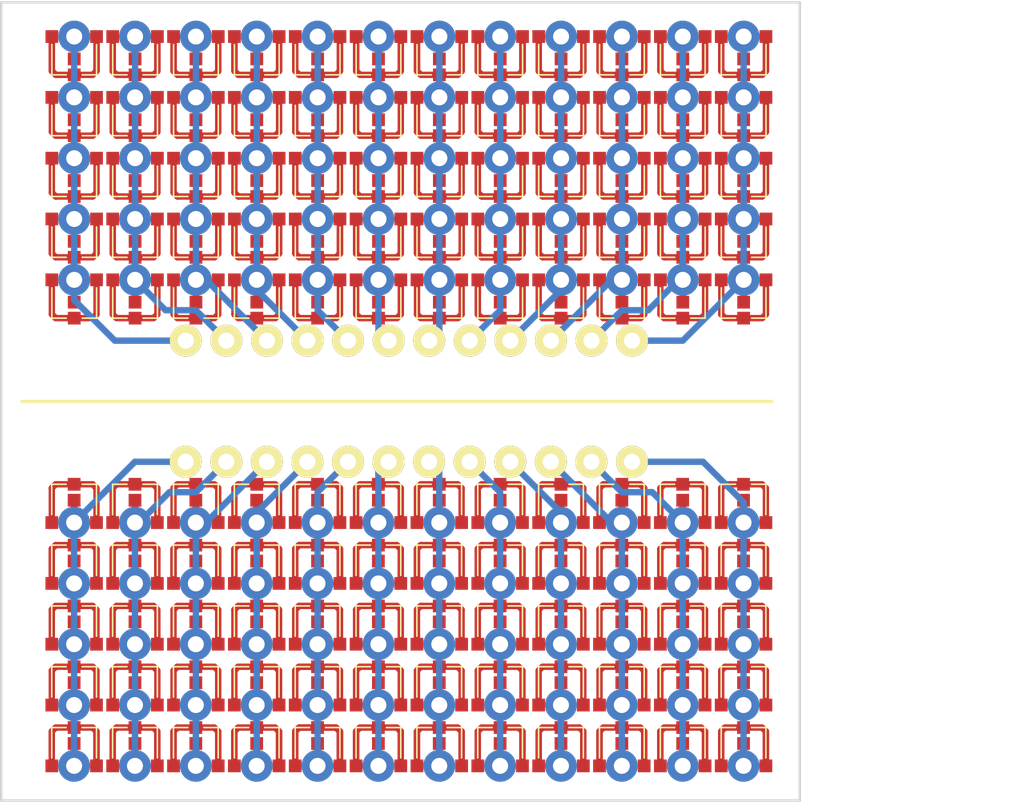
<source format=kicad_pcb>
(kicad_pcb (version 4) (host pcbnew 4.0.1-stable)
  (layers (0 F.Cu signal) (31 B.Cu signal) (34 B.Paste user) (35 F.Paste user) (36 B.SilkS user) (37 F.SilkS user) (38 B.Mask user) (39 F.Mask user) (44 Edge.Cuts user))
  (net 0 "")
  (net 1 GND)
  (module lib:BuΦ1-2 (layer F.Cu) (at 159.55075 123.77825 180)
    (fp_text reference REF** hide)
    (fp_text value BuΦ1-2)
    (pad 1 thru_hole circle (at 0 0 180) (size 2 2) (drill 1) (layers *.Mask B.Cu F.SilkS) (net 1 GND))
  )
  (module lib:Φ1□0.8-L1.5mil (layer F.Cu) (at 166.53575 127.58825 180)
    (fp_text reference REF** hide)
    (fp_text value Φ1□0.8 hide)
    (pad 3 smd rect (at 0 2.4 180) (size 0.8 0.8) (layers F.Cu F.Mask) (net 1 GND))
    (pad 3 smd rect (at 0 1.4 180) (size 0.8 0.8) (layers F.Cu F.Mask) (net 1 GND))
    (pad 3 smd rect (at 1.397 0 180) (size 0.8 0.8) (layers F.Cu F.Paste F.Mask) (net 1 GND))
    (pad 3 smd rect (at -1.4 0 180) (size 0.8 0.8) (layers F.Cu F.Mask) (net 1 GND))
    (pad 2 smd circle (at 0 0 180) (size 2 2) (layers B.Cu B.Mask) (net 1 GND))
    (pad 3 thru_hole circle (at 0 0 180) (size 1.3 1.3) (drill 1) (layers *.Cu *.Mask) (net 1 GND))
  )
  (module lib:Φ1□0.8-L1.5mil (layer F.Cu) (at 166.53575 131.39825 180)
    (fp_text reference REF** hide)
    (fp_text value Φ1□0.8 hide)
    (pad 3 smd rect (at 0 2.4 180) (size 0.8 0.8) (layers F.Cu F.Mask) (net 1 GND))
    (pad 3 smd rect (at 0 1.4 180) (size 0.8 0.8) (layers F.Cu F.Mask) (net 1 GND))
    (pad 3 smd rect (at 1.397 0 180) (size 0.8 0.8) (layers F.Cu F.Paste F.Mask) (net 1 GND))
    (pad 3 smd rect (at -1.4 0 180) (size 0.8 0.8) (layers F.Cu F.Mask) (net 1 GND))
    (pad 2 smd circle (at 0 0 180) (size 2 2) (layers B.Cu B.Mask) (net 1 GND))
    (pad 3 thru_hole circle (at 0 0 180) (size 1.3 1.3) (drill 1) (layers *.Cu *.Mask) (net 1 GND))
  )
  (module lib:Φ1□0.8-L1.5mil (layer F.Cu) (at 166.53575 135.20825 180)
    (fp_text reference REF** hide)
    (fp_text value Φ1□0.8 hide)
    (pad 3 smd rect (at 0 2.4 180) (size 0.8 0.8) (layers F.Cu F.Mask) (net 1 GND))
    (pad 3 smd rect (at 0 1.4 180) (size 0.8 0.8) (layers F.Cu F.Mask) (net 1 GND))
    (pad 3 smd rect (at 1.397 0 180) (size 0.8 0.8) (layers F.Cu F.Paste F.Mask) (net 1 GND))
    (pad 3 smd rect (at -1.4 0 180) (size 0.8 0.8) (layers F.Cu F.Mask) (net 1 GND))
    (pad 2 smd circle (at 0 0 180) (size 2 2) (layers B.Cu B.Mask) (net 1 GND))
    (pad 3 thru_hole circle (at 0 0 180) (size 1.3 1.3) (drill 1) (layers *.Cu *.Mask) (net 1 GND))
  )
  (module lib:Φ1□0.8-L1.5mil (layer F.Cu) (at 166.53575 142.82825 180)
    (fp_text reference REF** hide)
    (fp_text value Φ1□0.8 hide)
    (pad 3 smd rect (at 0 2.4 180) (size 0.8 0.8) (layers F.Cu F.Mask) (net 1 GND))
    (pad 3 smd rect (at 0 1.4 180) (size 0.8 0.8) (layers F.Cu F.Mask) (net 1 GND))
    (pad 3 smd rect (at 1.397 0 180) (size 0.8 0.8) (layers F.Cu F.Paste F.Mask) (net 1 GND))
    (pad 3 smd rect (at -1.4 0 180) (size 0.8 0.8) (layers F.Cu F.Mask) (net 1 GND))
    (pad 2 smd circle (at 0 0 180) (size 2 2) (layers B.Cu B.Mask) (net 1 GND))
    (pad 3 thru_hole circle (at 0 0 180) (size 1.3 1.3) (drill 1) (layers *.Cu *.Mask) (net 1 GND))
  )
  (module lib:Φ1□0.8-L1.5mil (layer F.Cu) (at 166.53575 139.01825 180)
    (fp_text reference REF** hide)
    (fp_text value Φ1□0.8 hide)
    (pad 3 smd rect (at 0 2.4 180) (size 0.8 0.8) (layers F.Cu F.Mask) (net 1 GND))
    (pad 3 smd rect (at 0 1.4 180) (size 0.8 0.8) (layers F.Cu F.Mask) (net 1 GND))
    (pad 3 smd rect (at 1.397 0 180) (size 0.8 0.8) (layers F.Cu F.Paste F.Mask) (net 1 GND))
    (pad 3 smd rect (at -1.4 0 180) (size 0.8 0.8) (layers F.Cu F.Mask) (net 1 GND))
    (pad 2 smd circle (at 0 0 180) (size 2 2) (layers B.Cu B.Mask) (net 1 GND))
    (pad 3 thru_hole circle (at 0 0 180) (size 1.3 1.3) (drill 1) (layers *.Cu *.Mask) (net 1 GND))
  )
  (module lib:Φ1□0.8-L1.5mil (layer F.Cu) (at 162.72575 139.01825 180)
    (fp_text reference REF** hide)
    (fp_text value Φ1□0.8 hide)
    (pad 3 smd rect (at 0 2.4 180) (size 0.8 0.8) (layers F.Cu F.Mask) (net 1 GND))
    (pad 3 smd rect (at 0 1.4 180) (size 0.8 0.8) (layers F.Cu F.Mask) (net 1 GND))
    (pad 3 smd rect (at 1.397 0 180) (size 0.8 0.8) (layers F.Cu F.Paste F.Mask) (net 1 GND))
    (pad 3 smd rect (at -1.4 0 180) (size 0.8 0.8) (layers F.Cu F.Mask) (net 1 GND))
    (pad 2 smd circle (at 0 0 180) (size 2 2) (layers B.Cu B.Mask) (net 1 GND))
    (pad 3 thru_hole circle (at 0 0 180) (size 1.3 1.3) (drill 1) (layers *.Cu *.Mask) (net 1 GND))
  )
  (module lib:Φ1□0.8-L1.5mil (layer F.Cu) (at 162.72575 142.82825 180)
    (fp_text reference REF** hide)
    (fp_text value Φ1□0.8 hide)
    (pad 3 smd rect (at 0 2.4 180) (size 0.8 0.8) (layers F.Cu F.Mask) (net 1 GND))
    (pad 3 smd rect (at 0 1.4 180) (size 0.8 0.8) (layers F.Cu F.Mask) (net 1 GND))
    (pad 3 smd rect (at 1.397 0 180) (size 0.8 0.8) (layers F.Cu F.Paste F.Mask) (net 1 GND))
    (pad 3 smd rect (at -1.4 0 180) (size 0.8 0.8) (layers F.Cu F.Mask) (net 1 GND))
    (pad 2 smd circle (at 0 0 180) (size 2 2) (layers B.Cu B.Mask) (net 1 GND))
    (pad 3 thru_hole circle (at 0 0 180) (size 1.3 1.3) (drill 1) (layers *.Cu *.Mask) (net 1 GND))
  )
  (module lib:Φ1□0.8-L1.5mil (layer F.Cu) (at 162.72575 135.20825 180)
    (fp_text reference REF** hide)
    (fp_text value Φ1□0.8 hide)
    (pad 3 smd rect (at 0 2.4 180) (size 0.8 0.8) (layers F.Cu F.Mask) (net 1 GND))
    (pad 3 smd rect (at 0 1.4 180) (size 0.8 0.8) (layers F.Cu F.Mask) (net 1 GND))
    (pad 3 smd rect (at 1.397 0 180) (size 0.8 0.8) (layers F.Cu F.Paste F.Mask) (net 1 GND))
    (pad 3 smd rect (at -1.4 0 180) (size 0.8 0.8) (layers F.Cu F.Mask) (net 1 GND))
    (pad 2 smd circle (at 0 0 180) (size 2 2) (layers B.Cu B.Mask) (net 1 GND))
    (pad 3 thru_hole circle (at 0 0 180) (size 1.3 1.3) (drill 1) (layers *.Cu *.Mask) (net 1 GND))
  )
  (module lib:Φ1□0.8-L1.5mil (layer F.Cu) (at 162.72575 131.39825 180)
    (fp_text reference REF** hide)
    (fp_text value Φ1□0.8 hide)
    (pad 3 smd rect (at 0 2.4 180) (size 0.8 0.8) (layers F.Cu F.Mask) (net 1 GND))
    (pad 3 smd rect (at 0 1.4 180) (size 0.8 0.8) (layers F.Cu F.Mask) (net 1 GND))
    (pad 3 smd rect (at 1.397 0 180) (size 0.8 0.8) (layers F.Cu F.Paste F.Mask) (net 1 GND))
    (pad 3 smd rect (at -1.4 0 180) (size 0.8 0.8) (layers F.Cu F.Mask) (net 1 GND))
    (pad 2 smd circle (at 0 0 180) (size 2 2) (layers B.Cu B.Mask) (net 1 GND))
    (pad 3 thru_hole circle (at 0 0 180) (size 1.3 1.3) (drill 1) (layers *.Cu *.Mask) (net 1 GND))
  )
  (module lib:Φ1□0.8-L1.5mil (layer F.Cu) (at 162.72575 127.58825 180)
    (fp_text reference REF** hide)
    (fp_text value Φ1□0.8 hide)
    (pad 3 smd rect (at 0 2.4 180) (size 0.8 0.8) (layers F.Cu F.Mask) (net 1 GND))
    (pad 3 smd rect (at 0 1.4 180) (size 0.8 0.8) (layers F.Cu F.Mask) (net 1 GND))
    (pad 3 smd rect (at 1.397 0 180) (size 0.8 0.8) (layers F.Cu F.Paste F.Mask) (net 1 GND))
    (pad 3 smd rect (at -1.4 0 180) (size 0.8 0.8) (layers F.Cu F.Mask) (net 1 GND))
    (pad 2 smd circle (at 0 0 180) (size 2 2) (layers B.Cu B.Mask) (net 1 GND))
    (pad 3 thru_hole circle (at 0 0 180) (size 1.3 1.3) (drill 1) (layers *.Cu *.Mask) (net 1 GND))
  )
  (module lib:Φ1□0.8-L1.5mil (layer F.Cu) (at 155.10575 127.58825 180)
    (fp_text reference REF** hide)
    (fp_text value Φ1□0.8 hide)
    (pad 3 smd rect (at 0 2.4 180) (size 0.8 0.8) (layers F.Cu F.Mask) (net 1 GND))
    (pad 3 smd rect (at 0 1.4 180) (size 0.8 0.8) (layers F.Cu F.Mask) (net 1 GND))
    (pad 3 smd rect (at 1.397 0 180) (size 0.8 0.8) (layers F.Cu F.Paste F.Mask) (net 1 GND))
    (pad 3 smd rect (at -1.4 0 180) (size 0.8 0.8) (layers F.Cu F.Mask) (net 1 GND))
    (pad 2 smd circle (at 0 0 180) (size 2 2) (layers B.Cu B.Mask) (net 1 GND))
    (pad 3 thru_hole circle (at 0 0 180) (size 1.3 1.3) (drill 1) (layers *.Cu *.Mask) (net 1 GND))
  )
  (module lib:Φ1□0.8-L1.5mil (layer F.Cu) (at 155.10575 131.39825 180)
    (fp_text reference REF** hide)
    (fp_text value Φ1□0.8 hide)
    (pad 3 smd rect (at 0 2.4 180) (size 0.8 0.8) (layers F.Cu F.Mask) (net 1 GND))
    (pad 3 smd rect (at 0 1.4 180) (size 0.8 0.8) (layers F.Cu F.Mask) (net 1 GND))
    (pad 3 smd rect (at 1.397 0 180) (size 0.8 0.8) (layers F.Cu F.Paste F.Mask) (net 1 GND))
    (pad 3 smd rect (at -1.4 0 180) (size 0.8 0.8) (layers F.Cu F.Mask) (net 1 GND))
    (pad 2 smd circle (at 0 0 180) (size 2 2) (layers B.Cu B.Mask) (net 1 GND))
    (pad 3 thru_hole circle (at 0 0 180) (size 1.3 1.3) (drill 1) (layers *.Cu *.Mask) (net 1 GND))
  )
  (module lib:Φ1□0.8-L1.5mil (layer F.Cu) (at 155.10575 135.20825 180)
    (fp_text reference REF** hide)
    (fp_text value Φ1□0.8 hide)
    (pad 3 smd rect (at 0 2.4 180) (size 0.8 0.8) (layers F.Cu F.Mask) (net 1 GND))
    (pad 3 smd rect (at 0 1.4 180) (size 0.8 0.8) (layers F.Cu F.Mask) (net 1 GND))
    (pad 3 smd rect (at 1.397 0 180) (size 0.8 0.8) (layers F.Cu F.Paste F.Mask) (net 1 GND))
    (pad 3 smd rect (at -1.4 0 180) (size 0.8 0.8) (layers F.Cu F.Mask) (net 1 GND))
    (pad 2 smd circle (at 0 0 180) (size 2 2) (layers B.Cu B.Mask) (net 1 GND))
    (pad 3 thru_hole circle (at 0 0 180) (size 1.3 1.3) (drill 1) (layers *.Cu *.Mask) (net 1 GND))
  )
  (module lib:Φ1□0.8-L1.5mil (layer F.Cu) (at 155.10575 142.82825 180)
    (fp_text reference REF** hide)
    (fp_text value Φ1□0.8 hide)
    (pad 3 smd rect (at 0 2.4 180) (size 0.8 0.8) (layers F.Cu F.Mask) (net 1 GND))
    (pad 3 smd rect (at 0 1.4 180) (size 0.8 0.8) (layers F.Cu F.Mask) (net 1 GND))
    (pad 3 smd rect (at 1.397 0 180) (size 0.8 0.8) (layers F.Cu F.Paste F.Mask) (net 1 GND))
    (pad 3 smd rect (at -1.4 0 180) (size 0.8 0.8) (layers F.Cu F.Mask) (net 1 GND))
    (pad 2 smd circle (at 0 0 180) (size 2 2) (layers B.Cu B.Mask) (net 1 GND))
    (pad 3 thru_hole circle (at 0 0 180) (size 1.3 1.3) (drill 1) (layers *.Cu *.Mask) (net 1 GND))
  )
  (module lib:Φ1□0.8-L1.5mil (layer F.Cu) (at 155.10575 139.01825 180)
    (fp_text reference REF** hide)
    (fp_text value Φ1□0.8 hide)
    (pad 3 smd rect (at 0 2.4 180) (size 0.8 0.8) (layers F.Cu F.Mask) (net 1 GND))
    (pad 3 smd rect (at 0 1.4 180) (size 0.8 0.8) (layers F.Cu F.Mask) (net 1 GND))
    (pad 3 smd rect (at 1.397 0 180) (size 0.8 0.8) (layers F.Cu F.Paste F.Mask) (net 1 GND))
    (pad 3 smd rect (at -1.4 0 180) (size 0.8 0.8) (layers F.Cu F.Mask) (net 1 GND))
    (pad 2 smd circle (at 0 0 180) (size 2 2) (layers B.Cu B.Mask) (net 1 GND))
    (pad 3 thru_hole circle (at 0 0 180) (size 1.3 1.3) (drill 1) (layers *.Cu *.Mask) (net 1 GND))
  )
  (module lib:Φ1□0.8-L1.5mil (layer F.Cu) (at 158.91575 139.01825 180)
    (fp_text reference REF** hide)
    (fp_text value Φ1□0.8 hide)
    (pad 3 smd rect (at 0 2.4 180) (size 0.8 0.8) (layers F.Cu F.Mask) (net 1 GND))
    (pad 3 smd rect (at 0 1.4 180) (size 0.8 0.8) (layers F.Cu F.Mask) (net 1 GND))
    (pad 3 smd rect (at 1.397 0 180) (size 0.8 0.8) (layers F.Cu F.Paste F.Mask) (net 1 GND))
    (pad 3 smd rect (at -1.4 0 180) (size 0.8 0.8) (layers F.Cu F.Mask) (net 1 GND))
    (pad 2 smd circle (at 0 0 180) (size 2 2) (layers B.Cu B.Mask) (net 1 GND))
    (pad 3 thru_hole circle (at 0 0 180) (size 1.3 1.3) (drill 1) (layers *.Cu *.Mask) (net 1 GND))
  )
  (module lib:Φ1□0.8-L1.5mil (layer F.Cu) (at 158.91575 142.82825 180)
    (fp_text reference REF** hide)
    (fp_text value Φ1□0.8 hide)
    (pad 3 smd rect (at 0 2.4 180) (size 0.8 0.8) (layers F.Cu F.Mask) (net 1 GND))
    (pad 3 smd rect (at 0 1.4 180) (size 0.8 0.8) (layers F.Cu F.Mask) (net 1 GND))
    (pad 3 smd rect (at 1.397 0 180) (size 0.8 0.8) (layers F.Cu F.Paste F.Mask) (net 1 GND))
    (pad 3 smd rect (at -1.4 0 180) (size 0.8 0.8) (layers F.Cu F.Mask) (net 1 GND))
    (pad 2 smd circle (at 0 0 180) (size 2 2) (layers B.Cu B.Mask) (net 1 GND))
    (pad 3 thru_hole circle (at 0 0 180) (size 1.3 1.3) (drill 1) (layers *.Cu *.Mask) (net 1 GND))
  )
  (module lib:Φ1□0.8-L1.5mil (layer F.Cu) (at 158.91575 135.20825 180)
    (fp_text reference REF** hide)
    (fp_text value Φ1□0.8 hide)
    (pad 3 smd rect (at 0 2.4 180) (size 0.8 0.8) (layers F.Cu F.Mask) (net 1 GND))
    (pad 3 smd rect (at 0 1.4 180) (size 0.8 0.8) (layers F.Cu F.Mask) (net 1 GND))
    (pad 3 smd rect (at 1.397 0 180) (size 0.8 0.8) (layers F.Cu F.Paste F.Mask) (net 1 GND))
    (pad 3 smd rect (at -1.4 0 180) (size 0.8 0.8) (layers F.Cu F.Mask) (net 1 GND))
    (pad 2 smd circle (at 0 0 180) (size 2 2) (layers B.Cu B.Mask) (net 1 GND))
    (pad 3 thru_hole circle (at 0 0 180) (size 1.3 1.3) (drill 1) (layers *.Cu *.Mask) (net 1 GND))
  )
  (module lib:Φ1□0.8-L1.5mil (layer F.Cu) (at 158.91575 131.39825 180)
    (fp_text reference REF** hide)
    (fp_text value Φ1□0.8 hide)
    (pad 3 smd rect (at 0 2.4 180) (size 0.8 0.8) (layers F.Cu F.Mask) (net 1 GND))
    (pad 3 smd rect (at 0 1.4 180) (size 0.8 0.8) (layers F.Cu F.Mask) (net 1 GND))
    (pad 3 smd rect (at 1.397 0 180) (size 0.8 0.8) (layers F.Cu F.Paste F.Mask) (net 1 GND))
    (pad 3 smd rect (at -1.4 0 180) (size 0.8 0.8) (layers F.Cu F.Mask) (net 1 GND))
    (pad 2 smd circle (at 0 0 180) (size 2 2) (layers B.Cu B.Mask) (net 1 GND))
    (pad 3 thru_hole circle (at 0 0 180) (size 1.3 1.3) (drill 1) (layers *.Cu *.Mask) (net 1 GND))
  )
  (module lib:Φ1□0.8-L1.5mil (layer F.Cu) (at 158.91575 127.58825 180)
    (fp_text reference REF** hide)
    (fp_text value Φ1□0.8 hide)
    (pad 3 smd rect (at 0 2.4 180) (size 0.8 0.8) (layers F.Cu F.Mask) (net 1 GND))
    (pad 3 smd rect (at 0 1.4 180) (size 0.8 0.8) (layers F.Cu F.Mask) (net 1 GND))
    (pad 3 smd rect (at 1.397 0 180) (size 0.8 0.8) (layers F.Cu F.Paste F.Mask) (net 1 GND))
    (pad 3 smd rect (at -1.4 0 180) (size 0.8 0.8) (layers F.Cu F.Mask) (net 1 GND))
    (pad 2 smd circle (at 0 0 180) (size 2 2) (layers B.Cu B.Mask) (net 1 GND))
    (pad 3 thru_hole circle (at 0 0 180) (size 1.3 1.3) (drill 1) (layers *.Cu *.Mask) (net 1 GND))
  )
  (module lib:Φ1□0.8-L1.5mil (layer F.Cu) (at 143.67575 127.58825 180)
    (fp_text reference REF** hide)
    (fp_text value Φ1□0.8 hide)
    (pad 3 smd rect (at 0 2.4 180) (size 0.8 0.8) (layers F.Cu F.Mask) (net 1 GND))
    (pad 3 smd rect (at 0 1.4 180) (size 0.8 0.8) (layers F.Cu F.Mask) (net 1 GND))
    (pad 3 smd rect (at 1.397 0 180) (size 0.8 0.8) (layers F.Cu F.Paste F.Mask) (net 1 GND))
    (pad 3 smd rect (at -1.4 0 180) (size 0.8 0.8) (layers F.Cu F.Mask) (net 1 GND))
    (pad 2 smd circle (at 0 0 180) (size 2 2) (layers B.Cu B.Mask) (net 1 GND))
    (pad 3 thru_hole circle (at 0 0 180) (size 1.3 1.3) (drill 1) (layers *.Cu *.Mask) (net 1 GND))
  )
  (module lib:Φ1□0.8-L1.5mil (layer F.Cu) (at 143.67575 131.39825 180)
    (fp_text reference REF** hide)
    (fp_text value Φ1□0.8 hide)
    (pad 3 smd rect (at 0 2.4 180) (size 0.8 0.8) (layers F.Cu F.Mask) (net 1 GND))
    (pad 3 smd rect (at 0 1.4 180) (size 0.8 0.8) (layers F.Cu F.Mask) (net 1 GND))
    (pad 3 smd rect (at 1.397 0 180) (size 0.8 0.8) (layers F.Cu F.Paste F.Mask) (net 1 GND))
    (pad 3 smd rect (at -1.4 0 180) (size 0.8 0.8) (layers F.Cu F.Mask) (net 1 GND))
    (pad 2 smd circle (at 0 0 180) (size 2 2) (layers B.Cu B.Mask) (net 1 GND))
    (pad 3 thru_hole circle (at 0 0 180) (size 1.3 1.3) (drill 1) (layers *.Cu *.Mask) (net 1 GND))
  )
  (module lib:Φ1□0.8-L1.5mil (layer F.Cu) (at 143.67575 135.20825 180)
    (fp_text reference REF** hide)
    (fp_text value Φ1□0.8 hide)
    (pad 3 smd rect (at 0 2.4 180) (size 0.8 0.8) (layers F.Cu F.Mask) (net 1 GND))
    (pad 3 smd rect (at 0 1.4 180) (size 0.8 0.8) (layers F.Cu F.Mask) (net 1 GND))
    (pad 3 smd rect (at 1.397 0 180) (size 0.8 0.8) (layers F.Cu F.Paste F.Mask) (net 1 GND))
    (pad 3 smd rect (at -1.4 0 180) (size 0.8 0.8) (layers F.Cu F.Mask) (net 1 GND))
    (pad 2 smd circle (at 0 0 180) (size 2 2) (layers B.Cu B.Mask) (net 1 GND))
    (pad 3 thru_hole circle (at 0 0 180) (size 1.3 1.3) (drill 1) (layers *.Cu *.Mask) (net 1 GND))
  )
  (module lib:Φ1□0.8-L1.5mil (layer F.Cu) (at 143.67575 142.82825 180)
    (fp_text reference REF** hide)
    (fp_text value Φ1□0.8 hide)
    (pad 3 smd rect (at 0 2.4 180) (size 0.8 0.8) (layers F.Cu F.Mask) (net 1 GND))
    (pad 3 smd rect (at 0 1.4 180) (size 0.8 0.8) (layers F.Cu F.Mask) (net 1 GND))
    (pad 3 smd rect (at 1.397 0 180) (size 0.8 0.8) (layers F.Cu F.Paste F.Mask) (net 1 GND))
    (pad 3 smd rect (at -1.4 0 180) (size 0.8 0.8) (layers F.Cu F.Mask) (net 1 GND))
    (pad 2 smd circle (at 0 0 180) (size 2 2) (layers B.Cu B.Mask) (net 1 GND))
    (pad 3 thru_hole circle (at 0 0 180) (size 1.3 1.3) (drill 1) (layers *.Cu *.Mask) (net 1 GND))
  )
  (module lib:Φ1□0.8-L1.5mil (layer F.Cu) (at 143.67575 139.01825 180)
    (fp_text reference REF** hide)
    (fp_text value Φ1□0.8 hide)
    (pad 3 smd rect (at 0 2.4 180) (size 0.8 0.8) (layers F.Cu F.Mask) (net 1 GND))
    (pad 3 smd rect (at 0 1.4 180) (size 0.8 0.8) (layers F.Cu F.Mask) (net 1 GND))
    (pad 3 smd rect (at 1.397 0 180) (size 0.8 0.8) (layers F.Cu F.Paste F.Mask) (net 1 GND))
    (pad 3 smd rect (at -1.4 0 180) (size 0.8 0.8) (layers F.Cu F.Mask) (net 1 GND))
    (pad 2 smd circle (at 0 0 180) (size 2 2) (layers B.Cu B.Mask) (net 1 GND))
    (pad 3 thru_hole circle (at 0 0 180) (size 1.3 1.3) (drill 1) (layers *.Cu *.Mask) (net 1 GND))
  )
  (module lib:Φ1□0.8-L1.5mil (layer F.Cu) (at 139.86575 139.01825 180)
    (fp_text reference REF** hide)
    (fp_text value Φ1□0.8 hide)
    (pad 3 smd rect (at 0 2.4 180) (size 0.8 0.8) (layers F.Cu F.Mask) (net 1 GND))
    (pad 3 smd rect (at 0 1.4 180) (size 0.8 0.8) (layers F.Cu F.Mask) (net 1 GND))
    (pad 3 smd rect (at 1.397 0 180) (size 0.8 0.8) (layers F.Cu F.Paste F.Mask) (net 1 GND))
    (pad 3 smd rect (at -1.4 0 180) (size 0.8 0.8) (layers F.Cu F.Mask) (net 1 GND))
    (pad 2 smd circle (at 0 0 180) (size 2 2) (layers B.Cu B.Mask) (net 1 GND))
    (pad 3 thru_hole circle (at 0 0 180) (size 1.3 1.3) (drill 1) (layers *.Cu *.Mask) (net 1 GND))
  )
  (module lib:Φ1□0.8-L1.5mil (layer F.Cu) (at 139.86575 142.82825 180)
    (fp_text reference REF** hide)
    (fp_text value Φ1□0.8 hide)
    (pad 3 smd rect (at 0 2.4 180) (size 0.8 0.8) (layers F.Cu F.Mask) (net 1 GND))
    (pad 3 smd rect (at 0 1.4 180) (size 0.8 0.8) (layers F.Cu F.Mask) (net 1 GND))
    (pad 3 smd rect (at 1.397 0 180) (size 0.8 0.8) (layers F.Cu F.Paste F.Mask) (net 1 GND))
    (pad 3 smd rect (at -1.4 0 180) (size 0.8 0.8) (layers F.Cu F.Mask) (net 1 GND))
    (pad 2 smd circle (at 0 0 180) (size 2 2) (layers B.Cu B.Mask) (net 1 GND))
    (pad 3 thru_hole circle (at 0 0 180) (size 1.3 1.3) (drill 1) (layers *.Cu *.Mask) (net 1 GND))
  )
  (module lib:Φ1□0.8-L1.5mil (layer F.Cu) (at 139.86575 135.20825 180)
    (fp_text reference REF** hide)
    (fp_text value Φ1□0.8 hide)
    (pad 3 smd rect (at 0 2.4 180) (size 0.8 0.8) (layers F.Cu F.Mask) (net 1 GND))
    (pad 3 smd rect (at 0 1.4 180) (size 0.8 0.8) (layers F.Cu F.Mask) (net 1 GND))
    (pad 3 smd rect (at 1.397 0 180) (size 0.8 0.8) (layers F.Cu F.Paste F.Mask) (net 1 GND))
    (pad 3 smd rect (at -1.4 0 180) (size 0.8 0.8) (layers F.Cu F.Mask) (net 1 GND))
    (pad 2 smd circle (at 0 0 180) (size 2 2) (layers B.Cu B.Mask) (net 1 GND))
    (pad 3 thru_hole circle (at 0 0 180) (size 1.3 1.3) (drill 1) (layers *.Cu *.Mask) (net 1 GND))
  )
  (module lib:Φ1□0.8-L1.5mil (layer F.Cu) (at 139.86575 131.39825 180)
    (fp_text reference REF** hide)
    (fp_text value Φ1□0.8 hide)
    (pad 3 smd rect (at 0 2.4 180) (size 0.8 0.8) (layers F.Cu F.Mask) (net 1 GND))
    (pad 3 smd rect (at 0 1.4 180) (size 0.8 0.8) (layers F.Cu F.Mask) (net 1 GND))
    (pad 3 smd rect (at 1.397 0 180) (size 0.8 0.8) (layers F.Cu F.Paste F.Mask) (net 1 GND))
    (pad 3 smd rect (at -1.4 0 180) (size 0.8 0.8) (layers F.Cu F.Mask) (net 1 GND))
    (pad 2 smd circle (at 0 0 180) (size 2 2) (layers B.Cu B.Mask) (net 1 GND))
    (pad 3 thru_hole circle (at 0 0 180) (size 1.3 1.3) (drill 1) (layers *.Cu *.Mask) (net 1 GND))
  )
  (module lib:Φ1□0.8-L1.5mil (layer F.Cu) (at 139.86575 127.58825 180)
    (fp_text reference REF** hide)
    (fp_text value Φ1□0.8 hide)
    (pad 3 smd rect (at 0 2.4 180) (size 0.8 0.8) (layers F.Cu F.Mask) (net 1 GND))
    (pad 3 smd rect (at 0 1.4 180) (size 0.8 0.8) (layers F.Cu F.Mask) (net 1 GND))
    (pad 3 smd rect (at 1.397 0 180) (size 0.8 0.8) (layers F.Cu F.Paste F.Mask) (net 1 GND))
    (pad 3 smd rect (at -1.4 0 180) (size 0.8 0.8) (layers F.Cu F.Mask) (net 1 GND))
    (pad 2 smd circle (at 0 0 180) (size 2 2) (layers B.Cu B.Mask) (net 1 GND))
    (pad 3 thru_hole circle (at 0 0 180) (size 1.3 1.3) (drill 1) (layers *.Cu *.Mask) (net 1 GND))
  )
  (module lib:Φ1□0.8-L1.5mil (layer F.Cu) (at 147.48575 127.58825 180)
    (fp_text reference REF** hide)
    (fp_text value Φ1□0.8 hide)
    (pad 3 smd rect (at 0 2.4 180) (size 0.8 0.8) (layers F.Cu F.Mask) (net 1 GND))
    (pad 3 smd rect (at 0 1.4 180) (size 0.8 0.8) (layers F.Cu F.Mask) (net 1 GND))
    (pad 3 smd rect (at 1.397 0 180) (size 0.8 0.8) (layers F.Cu F.Paste F.Mask) (net 1 GND))
    (pad 3 smd rect (at -1.4 0 180) (size 0.8 0.8) (layers F.Cu F.Mask) (net 1 GND))
    (pad 2 smd circle (at 0 0 180) (size 2 2) (layers B.Cu B.Mask) (net 1 GND))
    (pad 3 thru_hole circle (at 0 0 180) (size 1.3 1.3) (drill 1) (layers *.Cu *.Mask) (net 1 GND))
  )
  (module lib:Φ1□0.8-L1.5mil (layer F.Cu) (at 147.48575 131.39825 180)
    (fp_text reference REF** hide)
    (fp_text value Φ1□0.8 hide)
    (pad 3 smd rect (at 0 2.4 180) (size 0.8 0.8) (layers F.Cu F.Mask) (net 1 GND))
    (pad 3 smd rect (at 0 1.4 180) (size 0.8 0.8) (layers F.Cu F.Mask) (net 1 GND))
    (pad 3 smd rect (at 1.397 0 180) (size 0.8 0.8) (layers F.Cu F.Paste F.Mask) (net 1 GND))
    (pad 3 smd rect (at -1.4 0 180) (size 0.8 0.8) (layers F.Cu F.Mask) (net 1 GND))
    (pad 2 smd circle (at 0 0 180) (size 2 2) (layers B.Cu B.Mask) (net 1 GND))
    (pad 3 thru_hole circle (at 0 0 180) (size 1.3 1.3) (drill 1) (layers *.Cu *.Mask) (net 1 GND))
  )
  (module lib:Φ1□0.8-L1.5mil (layer F.Cu) (at 147.48575 135.20825 180)
    (fp_text reference REF** hide)
    (fp_text value Φ1□0.8 hide)
    (pad 3 smd rect (at 0 2.4 180) (size 0.8 0.8) (layers F.Cu F.Mask) (net 1 GND))
    (pad 3 smd rect (at 0 1.4 180) (size 0.8 0.8) (layers F.Cu F.Mask) (net 1 GND))
    (pad 3 smd rect (at 1.397 0 180) (size 0.8 0.8) (layers F.Cu F.Paste F.Mask) (net 1 GND))
    (pad 3 smd rect (at -1.4 0 180) (size 0.8 0.8) (layers F.Cu F.Mask) (net 1 GND))
    (pad 2 smd circle (at 0 0 180) (size 2 2) (layers B.Cu B.Mask) (net 1 GND))
    (pad 3 thru_hole circle (at 0 0 180) (size 1.3 1.3) (drill 1) (layers *.Cu *.Mask) (net 1 GND))
  )
  (module lib:Φ1□0.8-L1.5mil (layer F.Cu) (at 147.48575 142.82825 180)
    (fp_text reference REF** hide)
    (fp_text value Φ1□0.8 hide)
    (pad 3 smd rect (at 0 2.4 180) (size 0.8 0.8) (layers F.Cu F.Mask) (net 1 GND))
    (pad 3 smd rect (at 0 1.4 180) (size 0.8 0.8) (layers F.Cu F.Mask) (net 1 GND))
    (pad 3 smd rect (at 1.397 0 180) (size 0.8 0.8) (layers F.Cu F.Paste F.Mask) (net 1 GND))
    (pad 3 smd rect (at -1.4 0 180) (size 0.8 0.8) (layers F.Cu F.Mask) (net 1 GND))
    (pad 2 smd circle (at 0 0 180) (size 2 2) (layers B.Cu B.Mask) (net 1 GND))
    (pad 3 thru_hole circle (at 0 0 180) (size 1.3 1.3) (drill 1) (layers *.Cu *.Mask) (net 1 GND))
  )
  (module lib:Φ1□0.8-L1.5mil (layer F.Cu) (at 147.48575 139.01825 180)
    (fp_text reference REF** hide)
    (fp_text value Φ1□0.8 hide)
    (pad 3 smd rect (at 0 2.4 180) (size 0.8 0.8) (layers F.Cu F.Mask) (net 1 GND))
    (pad 3 smd rect (at 0 1.4 180) (size 0.8 0.8) (layers F.Cu F.Mask) (net 1 GND))
    (pad 3 smd rect (at 1.397 0 180) (size 0.8 0.8) (layers F.Cu F.Paste F.Mask) (net 1 GND))
    (pad 3 smd rect (at -1.4 0 180) (size 0.8 0.8) (layers F.Cu F.Mask) (net 1 GND))
    (pad 2 smd circle (at 0 0 180) (size 2 2) (layers B.Cu B.Mask) (net 1 GND))
    (pad 3 thru_hole circle (at 0 0 180) (size 1.3 1.3) (drill 1) (layers *.Cu *.Mask) (net 1 GND))
  )
  (module lib:Φ1□0.8-L1.5mil (layer F.Cu) (at 151.29575 139.01825 180)
    (fp_text reference REF** hide)
    (fp_text value Φ1□0.8 hide)
    (pad 3 smd rect (at 0 2.4 180) (size 0.8 0.8) (layers F.Cu F.Mask) (net 1 GND))
    (pad 3 smd rect (at 0 1.4 180) (size 0.8 0.8) (layers F.Cu F.Mask) (net 1 GND))
    (pad 3 smd rect (at 1.397 0 180) (size 0.8 0.8) (layers F.Cu F.Paste F.Mask) (net 1 GND))
    (pad 3 smd rect (at -1.4 0 180) (size 0.8 0.8) (layers F.Cu F.Mask) (net 1 GND))
    (pad 2 smd circle (at 0 0 180) (size 2 2) (layers B.Cu B.Mask) (net 1 GND))
    (pad 3 thru_hole circle (at 0 0 180) (size 1.3 1.3) (drill 1) (layers *.Cu *.Mask) (net 1 GND))
  )
  (module lib:Φ1□0.8-L1.5mil (layer F.Cu) (at 151.29575 142.82825 180)
    (fp_text reference REF** hide)
    (fp_text value Φ1□0.8 hide)
    (pad 3 smd rect (at 0 2.4 180) (size 0.8 0.8) (layers F.Cu F.Mask) (net 1 GND))
    (pad 3 smd rect (at 0 1.4 180) (size 0.8 0.8) (layers F.Cu F.Mask) (net 1 GND))
    (pad 3 smd rect (at 1.397 0 180) (size 0.8 0.8) (layers F.Cu F.Paste F.Mask) (net 1 GND))
    (pad 3 smd rect (at -1.4 0 180) (size 0.8 0.8) (layers F.Cu F.Mask) (net 1 GND))
    (pad 2 smd circle (at 0 0 180) (size 2 2) (layers B.Cu B.Mask) (net 1 GND))
    (pad 3 thru_hole circle (at 0 0 180) (size 1.3 1.3) (drill 1) (layers *.Cu *.Mask) (net 1 GND))
  )
  (module lib:Φ1□0.8-L1.5mil (layer F.Cu) (at 151.29575 135.20825 180)
    (fp_text reference REF** hide)
    (fp_text value Φ1□0.8 hide)
    (pad 3 smd rect (at 0 2.4 180) (size 0.8 0.8) (layers F.Cu F.Mask) (net 1 GND))
    (pad 3 smd rect (at 0 1.4 180) (size 0.8 0.8) (layers F.Cu F.Mask) (net 1 GND))
    (pad 3 smd rect (at 1.397 0 180) (size 0.8 0.8) (layers F.Cu F.Paste F.Mask) (net 1 GND))
    (pad 3 smd rect (at -1.4 0 180) (size 0.8 0.8) (layers F.Cu F.Mask) (net 1 GND))
    (pad 2 smd circle (at 0 0 180) (size 2 2) (layers B.Cu B.Mask) (net 1 GND))
    (pad 3 thru_hole circle (at 0 0 180) (size 1.3 1.3) (drill 1) (layers *.Cu *.Mask) (net 1 GND))
  )
  (module lib:Φ1□0.8-L1.5mil (layer F.Cu) (at 151.29575 131.39825 180)
    (fp_text reference REF** hide)
    (fp_text value Φ1□0.8 hide)
    (pad 3 smd rect (at 0 2.4 180) (size 0.8 0.8) (layers F.Cu F.Mask) (net 1 GND))
    (pad 3 smd rect (at 0 1.4 180) (size 0.8 0.8) (layers F.Cu F.Mask) (net 1 GND))
    (pad 3 smd rect (at 1.397 0 180) (size 0.8 0.8) (layers F.Cu F.Paste F.Mask) (net 1 GND))
    (pad 3 smd rect (at -1.4 0 180) (size 0.8 0.8) (layers F.Cu F.Mask) (net 1 GND))
    (pad 2 smd circle (at 0 0 180) (size 2 2) (layers B.Cu B.Mask) (net 1 GND))
    (pad 3 thru_hole circle (at 0 0 180) (size 1.3 1.3) (drill 1) (layers *.Cu *.Mask) (net 1 GND))
  )
  (module lib:Φ1□0.8-L1.5mil (layer F.Cu) (at 151.29575 127.58825 180)
    (fp_text reference REF** hide)
    (fp_text value Φ1□0.8 hide)
    (pad 3 smd rect (at 0 2.4 180) (size 0.8 0.8) (layers F.Cu F.Mask) (net 1 GND))
    (pad 3 smd rect (at 0 1.4 180) (size 0.8 0.8) (layers F.Cu F.Mask) (net 1 GND))
    (pad 3 smd rect (at 1.397 0 180) (size 0.8 0.8) (layers F.Cu F.Paste F.Mask) (net 1 GND))
    (pad 3 smd rect (at -1.4 0 180) (size 0.8 0.8) (layers F.Cu F.Mask) (net 1 GND))
    (pad 2 smd circle (at 0 0 180) (size 2 2) (layers B.Cu B.Mask) (net 1 GND))
    (pad 3 thru_hole circle (at 0 0 180) (size 1.3 1.3) (drill 1) (layers *.Cu *.Mask) (net 1 GND))
  )
  (module lib:Φ1□0.8-L1.5mil (layer F.Cu) (at 132.24575 127.58825 180)
    (fp_text reference REF** hide)
    (fp_text value Φ1□0.8 hide)
    (pad 3 smd rect (at 0 2.4 180) (size 0.8 0.8) (layers F.Cu F.Mask) (net 1 GND))
    (pad 3 smd rect (at 0 1.4 180) (size 0.8 0.8) (layers F.Cu F.Mask) (net 1 GND))
    (pad 3 smd rect (at 1.397 0 180) (size 0.8 0.8) (layers F.Cu F.Paste F.Mask) (net 1 GND))
    (pad 3 smd rect (at -1.4 0 180) (size 0.8 0.8) (layers F.Cu F.Mask) (net 1 GND))
    (pad 2 smd circle (at 0 0 180) (size 2 2) (layers B.Cu B.Mask) (net 1 GND))
    (pad 3 thru_hole circle (at 0 0 180) (size 1.3 1.3) (drill 1) (layers *.Cu *.Mask) (net 1 GND))
  )
  (module lib:Φ1□0.8-L1.5mil (layer F.Cu) (at 132.24575 131.39825 180)
    (fp_text reference REF** hide)
    (fp_text value Φ1□0.8 hide)
    (pad 3 smd rect (at 0 2.4 180) (size 0.8 0.8) (layers F.Cu F.Mask) (net 1 GND))
    (pad 3 smd rect (at 0 1.4 180) (size 0.8 0.8) (layers F.Cu F.Mask) (net 1 GND))
    (pad 3 smd rect (at 1.397 0 180) (size 0.8 0.8) (layers F.Cu F.Paste F.Mask) (net 1 GND))
    (pad 3 smd rect (at -1.4 0 180) (size 0.8 0.8) (layers F.Cu F.Mask) (net 1 GND))
    (pad 2 smd circle (at 0 0 180) (size 2 2) (layers B.Cu B.Mask) (net 1 GND))
    (pad 3 thru_hole circle (at 0 0 180) (size 1.3 1.3) (drill 1) (layers *.Cu *.Mask) (net 1 GND))
  )
  (module lib:Φ1□0.8-L1.5mil (layer F.Cu) (at 132.24575 135.20825 180)
    (fp_text reference REF** hide)
    (fp_text value Φ1□0.8 hide)
    (pad 3 smd rect (at 0 2.4 180) (size 0.8 0.8) (layers F.Cu F.Mask) (net 1 GND))
    (pad 3 smd rect (at 0 1.4 180) (size 0.8 0.8) (layers F.Cu F.Mask) (net 1 GND))
    (pad 3 smd rect (at 1.397 0 180) (size 0.8 0.8) (layers F.Cu F.Paste F.Mask) (net 1 GND))
    (pad 3 smd rect (at -1.4 0 180) (size 0.8 0.8) (layers F.Cu F.Mask) (net 1 GND))
    (pad 2 smd circle (at 0 0 180) (size 2 2) (layers B.Cu B.Mask) (net 1 GND))
    (pad 3 thru_hole circle (at 0 0 180) (size 1.3 1.3) (drill 1) (layers *.Cu *.Mask) (net 1 GND))
  )
  (module lib:Φ1□0.8-L1.5mil (layer F.Cu) (at 132.24575 142.82825 180)
    (fp_text reference REF** hide)
    (fp_text value Φ1□0.8 hide)
    (pad 3 smd rect (at 0 2.4 180) (size 0.8 0.8) (layers F.Cu F.Mask) (net 1 GND))
    (pad 3 smd rect (at 0 1.4 180) (size 0.8 0.8) (layers F.Cu F.Mask) (net 1 GND))
    (pad 3 smd rect (at 1.397 0 180) (size 0.8 0.8) (layers F.Cu F.Paste F.Mask) (net 1 GND))
    (pad 3 smd rect (at -1.4 0 180) (size 0.8 0.8) (layers F.Cu F.Mask) (net 1 GND))
    (pad 2 smd circle (at 0 0 180) (size 2 2) (layers B.Cu B.Mask) (net 1 GND))
    (pad 3 thru_hole circle (at 0 0 180) (size 1.3 1.3) (drill 1) (layers *.Cu *.Mask) (net 1 GND))
  )
  (module lib:Φ1□0.8-L1.5mil (layer F.Cu) (at 132.24575 139.01825 180)
    (fp_text reference REF** hide)
    (fp_text value Φ1□0.8 hide)
    (pad 3 smd rect (at 0 2.4 180) (size 0.8 0.8) (layers F.Cu F.Mask) (net 1 GND))
    (pad 3 smd rect (at 0 1.4 180) (size 0.8 0.8) (layers F.Cu F.Mask) (net 1 GND))
    (pad 3 smd rect (at 1.397 0 180) (size 0.8 0.8) (layers F.Cu F.Paste F.Mask) (net 1 GND))
    (pad 3 smd rect (at -1.4 0 180) (size 0.8 0.8) (layers F.Cu F.Mask) (net 1 GND))
    (pad 2 smd circle (at 0 0 180) (size 2 2) (layers B.Cu B.Mask) (net 1 GND))
    (pad 3 thru_hole circle (at 0 0 180) (size 1.3 1.3) (drill 1) (layers *.Cu *.Mask) (net 1 GND))
  )
  (module lib:Φ1□0.8-L1.5mil (layer F.Cu) (at 128.43575 139.01825 180)
    (fp_text reference REF** hide)
    (fp_text value Φ1□0.8 hide)
    (pad 3 smd rect (at 0 2.4 180) (size 0.8 0.8) (layers F.Cu F.Mask) (net 1 GND))
    (pad 3 smd rect (at 0 1.4 180) (size 0.8 0.8) (layers F.Cu F.Mask) (net 1 GND))
    (pad 3 smd rect (at 1.397 0 180) (size 0.8 0.8) (layers F.Cu F.Paste F.Mask) (net 1 GND))
    (pad 3 smd rect (at -1.4 0 180) (size 0.8 0.8) (layers F.Cu F.Mask) (net 1 GND))
    (pad 2 smd circle (at 0 0 180) (size 2 2) (layers B.Cu B.Mask) (net 1 GND))
    (pad 3 thru_hole circle (at 0 0 180) (size 1.3 1.3) (drill 1) (layers *.Cu *.Mask) (net 1 GND))
  )
  (module lib:Φ1□0.8-L1.5mil (layer F.Cu) (at 128.43575 142.82825 180)
    (fp_text reference REF** hide)
    (fp_text value Φ1□0.8 hide)
    (pad 3 smd rect (at 0 2.4 180) (size 0.8 0.8) (layers F.Cu F.Mask) (net 1 GND))
    (pad 3 smd rect (at 0 1.4 180) (size 0.8 0.8) (layers F.Cu F.Mask) (net 1 GND))
    (pad 3 smd rect (at 1.397 0 180) (size 0.8 0.8) (layers F.Cu F.Paste F.Mask) (net 1 GND))
    (pad 3 smd rect (at -1.4 0 180) (size 0.8 0.8) (layers F.Cu F.Mask) (net 1 GND))
    (pad 2 smd circle (at 0 0 180) (size 2 2) (layers B.Cu B.Mask) (net 1 GND))
    (pad 3 thru_hole circle (at 0 0 180) (size 1.3 1.3) (drill 1) (layers *.Cu *.Mask) (net 1 GND))
  )
  (module lib:Φ1□0.8-L1.5mil (layer F.Cu) (at 128.43575 135.20825 180)
    (fp_text reference REF** hide)
    (fp_text value Φ1□0.8 hide)
    (pad 3 smd rect (at 0 2.4 180) (size 0.8 0.8) (layers F.Cu F.Mask) (net 1 GND))
    (pad 3 smd rect (at 0 1.4 180) (size 0.8 0.8) (layers F.Cu F.Mask) (net 1 GND))
    (pad 3 smd rect (at 1.397 0 180) (size 0.8 0.8) (layers F.Cu F.Paste F.Mask) (net 1 GND))
    (pad 3 smd rect (at -1.4 0 180) (size 0.8 0.8) (layers F.Cu F.Mask) (net 1 GND))
    (pad 2 smd circle (at 0 0 180) (size 2 2) (layers B.Cu B.Mask) (net 1 GND))
    (pad 3 thru_hole circle (at 0 0 180) (size 1.3 1.3) (drill 1) (layers *.Cu *.Mask) (net 1 GND))
  )
  (module lib:Φ1□0.8-L1.5mil (layer F.Cu) (at 128.43575 131.39825 180)
    (fp_text reference REF** hide)
    (fp_text value Φ1□0.8 hide)
    (pad 3 smd rect (at 0 2.4 180) (size 0.8 0.8) (layers F.Cu F.Mask) (net 1 GND))
    (pad 3 smd rect (at 0 1.4 180) (size 0.8 0.8) (layers F.Cu F.Mask) (net 1 GND))
    (pad 3 smd rect (at 1.397 0 180) (size 0.8 0.8) (layers F.Cu F.Paste F.Mask) (net 1 GND))
    (pad 3 smd rect (at -1.4 0 180) (size 0.8 0.8) (layers F.Cu F.Mask) (net 1 GND))
    (pad 2 smd circle (at 0 0 180) (size 2 2) (layers B.Cu B.Mask) (net 1 GND))
    (pad 3 thru_hole circle (at 0 0 180) (size 1.3 1.3) (drill 1) (layers *.Cu *.Mask) (net 1 GND))
  )
  (module lib:Φ1□0.8-L1.5mil (layer F.Cu) (at 128.43575 127.58825 180)
    (fp_text reference REF** hide)
    (fp_text value Φ1□0.8 hide)
    (pad 3 smd rect (at 0 2.4 180) (size 0.8 0.8) (layers F.Cu F.Mask) (net 1 GND))
    (pad 3 smd rect (at 0 1.4 180) (size 0.8 0.8) (layers F.Cu F.Mask) (net 1 GND))
    (pad 3 smd rect (at 1.397 0 180) (size 0.8 0.8) (layers F.Cu F.Paste F.Mask) (net 1 GND))
    (pad 3 smd rect (at -1.4 0 180) (size 0.8 0.8) (layers F.Cu F.Mask) (net 1 GND))
    (pad 2 smd circle (at 0 0 180) (size 2 2) (layers B.Cu B.Mask) (net 1 GND))
    (pad 3 thru_hole circle (at 0 0 180) (size 1.3 1.3) (drill 1) (layers *.Cu *.Mask) (net 1 GND))
  )
  (module lib:Φ1□0.8-L1.5mil (layer F.Cu) (at 124.62575 139.01825 180)
    (fp_text reference REF** hide)
    (fp_text value Φ1□0.8 hide)
    (pad 3 smd rect (at 0 2.4 180) (size 0.8 0.8) (layers F.Cu F.Mask) (net 1 GND))
    (pad 3 smd rect (at 0 1.4 180) (size 0.8 0.8) (layers F.Cu F.Mask) (net 1 GND))
    (pad 3 smd rect (at 1.397 0 180) (size 0.8 0.8) (layers F.Cu F.Paste F.Mask) (net 1 GND))
    (pad 3 smd rect (at -1.4 0 180) (size 0.8 0.8) (layers F.Cu F.Mask) (net 1 GND))
    (pad 2 smd circle (at 0 0 180) (size 2 2) (layers B.Cu B.Mask) (net 1 GND))
    (pad 3 thru_hole circle (at 0 0 180) (size 1.3 1.3) (drill 1) (layers *.Cu *.Mask) (net 1 GND))
  )
  (module lib:Φ1□0.8-L1.5mil (layer F.Cu) (at 124.62575 142.82825 180)
    (fp_text reference REF** hide)
    (fp_text value Φ1□0.8 hide)
    (pad 3 smd rect (at 0 2.4 180) (size 0.8 0.8) (layers F.Cu F.Mask) (net 1 GND))
    (pad 3 smd rect (at 0 1.4 180) (size 0.8 0.8) (layers F.Cu F.Mask) (net 1 GND))
    (pad 3 smd rect (at 1.397 0 180) (size 0.8 0.8) (layers F.Cu F.Paste F.Mask) (net 1 GND))
    (pad 3 smd rect (at -1.4 0 180) (size 0.8 0.8) (layers F.Cu F.Mask) (net 1 GND))
    (pad 2 smd circle (at 0 0 180) (size 2 2) (layers B.Cu B.Mask) (net 1 GND))
    (pad 3 thru_hole circle (at 0 0 180) (size 1.3 1.3) (drill 1) (layers *.Cu *.Mask) (net 1 GND))
  )
  (module lib:Φ1□0.8-L1.5mil (layer F.Cu) (at 124.62575 135.20825 180)
    (fp_text reference REF** hide)
    (fp_text value Φ1□0.8 hide)
    (pad 3 smd rect (at 0 2.4 180) (size 0.8 0.8) (layers F.Cu F.Mask) (net 1 GND))
    (pad 3 smd rect (at 0 1.4 180) (size 0.8 0.8) (layers F.Cu F.Mask) (net 1 GND))
    (pad 3 smd rect (at 1.397 0 180) (size 0.8 0.8) (layers F.Cu F.Paste F.Mask) (net 1 GND))
    (pad 3 smd rect (at -1.4 0 180) (size 0.8 0.8) (layers F.Cu F.Mask) (net 1 GND))
    (pad 2 smd circle (at 0 0 180) (size 2 2) (layers B.Cu B.Mask) (net 1 GND))
    (pad 3 thru_hole circle (at 0 0 180) (size 1.3 1.3) (drill 1) (layers *.Cu *.Mask) (net 1 GND))
  )
  (module lib:Φ1□0.8-L1.5mil (layer F.Cu) (at 124.62575 131.39825 180)
    (fp_text reference REF** hide)
    (fp_text value Φ1□0.8 hide)
    (pad 3 smd rect (at 0 2.4 180) (size 0.8 0.8) (layers F.Cu F.Mask) (net 1 GND))
    (pad 3 smd rect (at 0 1.4 180) (size 0.8 0.8) (layers F.Cu F.Mask) (net 1 GND))
    (pad 3 smd rect (at 1.397 0 180) (size 0.8 0.8) (layers F.Cu F.Paste F.Mask) (net 1 GND))
    (pad 3 smd rect (at -1.4 0 180) (size 0.8 0.8) (layers F.Cu F.Mask) (net 1 GND))
    (pad 2 smd circle (at 0 0 180) (size 2 2) (layers B.Cu B.Mask) (net 1 GND))
    (pad 3 thru_hole circle (at 0 0 180) (size 1.3 1.3) (drill 1) (layers *.Cu *.Mask) (net 1 GND))
  )
  (module lib:Φ1□0.8-L1.5mil (layer F.Cu) (at 124.62575 127.58825 180)
    (fp_text reference REF** hide)
    (fp_text value Φ1□0.8 hide)
    (pad 3 smd rect (at 0 2.4 180) (size 0.8 0.8) (layers F.Cu F.Mask) (net 1 GND))
    (pad 3 smd rect (at 0 1.4 180) (size 0.8 0.8) (layers F.Cu F.Mask) (net 1 GND))
    (pad 3 smd rect (at 1.397 0 180) (size 0.8 0.8) (layers F.Cu F.Paste F.Mask) (net 1 GND))
    (pad 3 smd rect (at -1.4 0 180) (size 0.8 0.8) (layers F.Cu F.Mask) (net 1 GND))
    (pad 2 smd circle (at 0 0 180) (size 2 2) (layers B.Cu B.Mask) (net 1 GND))
    (pad 3 thru_hole circle (at 0 0 180) (size 1.3 1.3) (drill 1) (layers *.Cu *.Mask) (net 1 GND))
  )
  (module lib:Φ1□0.8-L1.5mil (layer F.Cu) (at 136.05575 139.01825 180)
    (fp_text reference REF** hide)
    (fp_text value Φ1□0.8 hide)
    (pad 3 smd rect (at 0 2.4 180) (size 0.8 0.8) (layers F.Cu F.Mask) (net 1 GND))
    (pad 3 smd rect (at 0 1.4 180) (size 0.8 0.8) (layers F.Cu F.Mask) (net 1 GND))
    (pad 3 smd rect (at 1.397 0 180) (size 0.8 0.8) (layers F.Cu F.Paste F.Mask) (net 1 GND))
    (pad 3 smd rect (at -1.4 0 180) (size 0.8 0.8) (layers F.Cu F.Mask) (net 1 GND))
    (pad 2 smd circle (at 0 0 180) (size 2 2) (layers B.Cu B.Mask) (net 1 GND))
    (pad 3 thru_hole circle (at 0 0 180) (size 1.3 1.3) (drill 1) (layers *.Cu *.Mask) (net 1 GND))
  )
  (module lib:Φ1□0.8-L1.5mil (layer F.Cu) (at 136.05575 142.82825 180)
    (fp_text reference REF** hide)
    (fp_text value Φ1□0.8 hide)
    (pad 3 smd rect (at 0 2.4 180) (size 0.8 0.8) (layers F.Cu F.Mask) (net 1 GND))
    (pad 3 smd rect (at 0 1.4 180) (size 0.8 0.8) (layers F.Cu F.Mask) (net 1 GND))
    (pad 3 smd rect (at 1.397 0 180) (size 0.8 0.8) (layers F.Cu F.Paste F.Mask) (net 1 GND))
    (pad 3 smd rect (at -1.4 0 180) (size 0.8 0.8) (layers F.Cu F.Mask) (net 1 GND))
    (pad 2 smd circle (at 0 0 180) (size 2 2) (layers B.Cu B.Mask) (net 1 GND))
    (pad 3 thru_hole circle (at 0 0 180) (size 1.3 1.3) (drill 1) (layers *.Cu *.Mask) (net 1 GND))
  )
  (module lib:Φ1□0.8-L1.5mil (layer F.Cu) (at 136.05575 135.20825 180)
    (fp_text reference REF** hide)
    (fp_text value Φ1□0.8 hide)
    (pad 3 smd rect (at 0 2.4 180) (size 0.8 0.8) (layers F.Cu F.Mask) (net 1 GND))
    (pad 3 smd rect (at 0 1.4 180) (size 0.8 0.8) (layers F.Cu F.Mask) (net 1 GND))
    (pad 3 smd rect (at 1.397 0 180) (size 0.8 0.8) (layers F.Cu F.Paste F.Mask) (net 1 GND))
    (pad 3 smd rect (at -1.4 0 180) (size 0.8 0.8) (layers F.Cu F.Mask) (net 1 GND))
    (pad 2 smd circle (at 0 0 180) (size 2 2) (layers B.Cu B.Mask) (net 1 GND))
    (pad 3 thru_hole circle (at 0 0 180) (size 1.3 1.3) (drill 1) (layers *.Cu *.Mask) (net 1 GND))
  )
  (module lib:Φ1□0.8-L1.5mil (layer F.Cu) (at 136.05575 131.39825 180)
    (fp_text reference REF** hide)
    (fp_text value Φ1□0.8 hide)
    (pad 3 smd rect (at 0 2.4 180) (size 0.8 0.8) (layers F.Cu F.Mask) (net 1 GND))
    (pad 3 smd rect (at 0 1.4 180) (size 0.8 0.8) (layers F.Cu F.Mask) (net 1 GND))
    (pad 3 smd rect (at 1.397 0 180) (size 0.8 0.8) (layers F.Cu F.Paste F.Mask) (net 1 GND))
    (pad 3 smd rect (at -1.4 0 180) (size 0.8 0.8) (layers F.Cu F.Mask) (net 1 GND))
    (pad 2 smd circle (at 0 0 180) (size 2 2) (layers B.Cu B.Mask) (net 1 GND))
    (pad 3 thru_hole circle (at 0 0 180) (size 1.3 1.3) (drill 1) (layers *.Cu *.Mask) (net 1 GND))
  )
  (module lib:Φ1□0.8-L1.5mil (layer F.Cu) (at 136.05575 127.58825 180)
    (fp_text reference REF** hide)
    (fp_text value Φ1□0.8 hide)
    (pad 3 smd rect (at 0 2.4 180) (size 0.8 0.8) (layers F.Cu F.Mask) (net 1 GND))
    (pad 3 smd rect (at 0 1.4 180) (size 0.8 0.8) (layers F.Cu F.Mask) (net 1 GND))
    (pad 3 smd rect (at 1.397 0 180) (size 0.8 0.8) (layers F.Cu F.Paste F.Mask) (net 1 GND))
    (pad 3 smd rect (at -1.4 0 180) (size 0.8 0.8) (layers F.Cu F.Mask) (net 1 GND))
    (pad 2 smd circle (at 0 0 180) (size 2 2) (layers B.Cu B.Mask) (net 1 GND))
    (pad 3 thru_hole circle (at 0 0 180) (size 1.3 1.3) (drill 1) (layers *.Cu *.Mask) (net 1 GND))
  )
  (module lib:BuΦ1-2 (layer F.Cu) (at 157.01075 123.77825 180)
    (fp_text reference REF** hide)
    (fp_text value BuΦ1-2)
    (pad 1 thru_hole circle (at 0 0 180) (size 2 2) (drill 1) (layers *.Mask B.Cu F.SilkS) (net 1 GND))
  )
  (module lib:BuΦ1-2 (layer F.Cu) (at 154.47075 123.77825 180)
    (fp_text reference REF** hide)
    (fp_text value BuΦ1-2)
    (pad 1 thru_hole circle (at 0 0 180) (size 2 2) (drill 1) (layers *.Mask B.Cu F.SilkS) (net 1 GND))
  )
  (module lib:BuΦ1-2 (layer F.Cu) (at 146.85075 123.77825 180)
    (fp_text reference REF** hide)
    (fp_text value BuΦ1-2)
    (pad 1 thru_hole circle (at 0 0 180) (size 2 2) (drill 1) (layers *.Mask B.Cu F.SilkS) (net 1 GND))
  )
  (module lib:BuΦ1-2 (layer F.Cu) (at 149.39075 123.77825 180)
    (fp_text reference REF** hide)
    (fp_text value BuΦ1-2)
    (pad 1 thru_hole circle (at 0 0 180) (size 2 2) (drill 1) (layers *.Mask B.Cu F.SilkS) (net 1 GND))
  )
  (module lib:BuΦ1-2 (layer F.Cu) (at 151.93075 123.77825 180)
    (fp_text reference REF** hide)
    (fp_text value BuΦ1-2)
    (pad 1 thru_hole circle (at 0 0 180) (size 2 2) (drill 1) (layers *.Mask B.Cu F.SilkS) (net 1 GND))
  )
  (module lib:BuΦ1-2 (layer F.Cu) (at 136.69075 123.77825 180)
    (fp_text reference REF** hide)
    (fp_text value BuΦ1-2)
    (pad 1 thru_hole circle (at 0 0 180) (size 2 2) (drill 1) (layers *.Mask B.Cu F.SilkS) (net 1 GND))
  )
  (module lib:BuΦ1-2 (layer F.Cu) (at 134.15075 123.77825 180)
    (fp_text reference REF** hide)
    (fp_text value BuΦ1-2)
    (pad 1 thru_hole circle (at 0 0 180) (size 2 2) (drill 1) (layers *.Mask B.Cu F.SilkS) (net 1 GND))
  )
  (module lib:BuΦ1-2 (layer F.Cu) (at 131.61075 123.77825 180)
    (fp_text reference REF** hide)
    (fp_text value BuΦ1-2)
    (pad 1 thru_hole circle (at 0 0 180) (size 2 2) (drill 1) (layers *.Mask B.Cu F.SilkS) (net 1 GND))
  )
  (module lib:BuΦ1-2 (layer F.Cu) (at 139.23075 123.77825 180)
    (fp_text reference REF** hide)
    (fp_text value BuΦ1-2)
    (pad 1 thru_hole circle (at 0 0 180) (size 2 2) (drill 1) (layers *.Mask B.Cu F.SilkS) (net 1 GND))
  )
  (module lib:BuΦ1-2 (layer F.Cu) (at 141.77075 123.77825 180)
    (fp_text reference REF** hide)
    (fp_text value BuΦ1-2)
    (pad 1 thru_hole circle (at 0 0 180) (size 2 2) (drill 1) (layers *.Mask B.Cu F.SilkS) (net 1 GND))
  )
  (module lib:BuΦ1-2 (layer F.Cu) (at 144.31075 123.77825 180)
    (fp_text reference REF** hide)
    (fp_text value BuΦ1-2)
    (pad 1 thru_hole circle (at 0 0 180) (size 2 2) (drill 1) (layers *.Mask B.Cu F.SilkS) (net 1 GND))
  )
  (module lib:BuΦ1-2 (layer F.Cu) (at 146.857 116.19)
    (fp_text reference REF** hide)
    (fp_text value BuΦ1-2)
    (pad 1 thru_hole circle (at 0 0) (size 2 2) (drill 1) (layers *.Mask B.Cu F.SilkS) (net 1 GND))
  )
  (module lib:BuΦ1-2 (layer F.Cu) (at 149.397 116.19)
    (fp_text reference REF** hide)
    (fp_text value BuΦ1-2)
    (pad 1 thru_hole circle (at 0 0) (size 2 2) (drill 1) (layers *.Mask B.Cu F.SilkS) (net 1 GND))
  )
  (module lib:BuΦ1-2 (layer F.Cu) (at 151.937 116.19)
    (fp_text reference REF** hide)
    (fp_text value BuΦ1-2)
    (pad 1 thru_hole circle (at 0 0) (size 2 2) (drill 1) (layers *.Mask B.Cu F.SilkS) (net 1 GND))
  )
  (module lib:BuΦ1-2 (layer F.Cu) (at 159.557 116.19)
    (fp_text reference REF** hide)
    (fp_text value BuΦ1-2)
    (pad 1 thru_hole circle (at 0 0) (size 2 2) (drill 1) (layers *.Mask B.Cu F.SilkS) (net 1 GND))
  )
  (module lib:BuΦ1-2 (layer F.Cu) (at 157.017 116.19)
    (fp_text reference REF** hide)
    (fp_text value BuΦ1-2)
    (pad 1 thru_hole circle (at 0 0) (size 2 2) (drill 1) (layers *.Mask B.Cu F.SilkS) (net 1 GND))
  )
  (module lib:BuΦ1-2 (layer F.Cu) (at 154.477 116.19)
    (fp_text reference REF** hide)
    (fp_text value BuΦ1-2)
    (pad 1 thru_hole circle (at 0 0) (size 2 2) (drill 1) (layers *.Mask B.Cu F.SilkS) (net 1 GND))
  )
  (module lib:BuΦ1-2 (layer F.Cu) (at 139.237 116.19)
    (fp_text reference REF** hide)
    (fp_text value BuΦ1-2)
    (pad 1 thru_hole circle (at 0 0) (size 2 2) (drill 1) (layers *.Mask B.Cu F.SilkS) (net 1 GND))
  )
  (module lib:BuΦ1-2 (layer F.Cu) (at 141.777 116.19)
    (fp_text reference REF** hide)
    (fp_text value BuΦ1-2)
    (pad 1 thru_hole circle (at 0 0) (size 2 2) (drill 1) (layers *.Mask B.Cu F.SilkS) (net 1 GND))
  )
  (module lib:BuΦ1-2 (layer F.Cu) (at 144.317 116.19)
    (fp_text reference REF** hide)
    (fp_text value BuΦ1-2)
    (pad 1 thru_hole circle (at 0 0) (size 2 2) (drill 1) (layers *.Mask B.Cu F.SilkS) (net 1 GND))
  )
  (module lib:BuΦ1-2 (layer F.Cu) (at 136.697 116.19)
    (fp_text reference REF** hide)
    (fp_text value BuΦ1-2)
    (pad 1 thru_hole circle (at 0 0) (size 2 2) (drill 1) (layers *.Mask B.Cu F.SilkS) (net 1 GND))
  )
  (module lib:BuΦ1-2 (layer F.Cu) (at 134.157 116.19)
    (fp_text reference REF** hide)
    (fp_text value BuΦ1-2)
    (pad 1 thru_hole circle (at 0 0) (size 2 2) (drill 1) (layers *.Mask B.Cu F.SilkS) (net 1 GND))
  )
  (module lib:Φ1□0.8-L1.5mil (layer F.Cu) (at 155.112 112.38)
    (fp_text reference REF** hide)
    (fp_text value Φ1□0.8 hide)
    (pad 3 smd rect (at 0 2.4) (size 0.8 0.8) (layers F.Cu F.Mask) (net 1 GND))
    (pad 3 smd rect (at 0 1.4) (size 0.8 0.8) (layers F.Cu F.Mask) (net 1 GND))
    (pad 3 smd rect (at 1.397 0) (size 0.8 0.8) (layers F.Cu F.Paste F.Mask) (net 1 GND))
    (pad 3 smd rect (at -1.4 0) (size 0.8 0.8) (layers F.Cu F.Mask) (net 1 GND))
    (pad 2 smd circle (at 0 0) (size 2 2) (layers B.Cu B.Mask) (net 1 GND))
    (pad 3 thru_hole circle (at 0 0) (size 1.3 1.3) (drill 1) (layers *.Cu *.Mask) (net 1 GND))
  )
  (module lib:Φ1□0.8-L1.5mil (layer F.Cu) (at 155.112 108.57)
    (fp_text reference REF** hide)
    (fp_text value Φ1□0.8 hide)
    (pad 3 smd rect (at 0 2.4) (size 0.8 0.8) (layers F.Cu F.Mask) (net 1 GND))
    (pad 3 smd rect (at 0 1.4) (size 0.8 0.8) (layers F.Cu F.Mask) (net 1 GND))
    (pad 3 smd rect (at 1.397 0) (size 0.8 0.8) (layers F.Cu F.Paste F.Mask) (net 1 GND))
    (pad 3 smd rect (at -1.4 0) (size 0.8 0.8) (layers F.Cu F.Mask) (net 1 GND))
    (pad 2 smd circle (at 0 0) (size 2 2) (layers B.Cu B.Mask) (net 1 GND))
    (pad 3 thru_hole circle (at 0 0) (size 1.3 1.3) (drill 1) (layers *.Cu *.Mask) (net 1 GND))
  )
  (module lib:Φ1□0.8-L1.5mil (layer F.Cu) (at 155.112 104.76)
    (fp_text reference REF** hide)
    (fp_text value Φ1□0.8 hide)
    (pad 3 smd rect (at 0 2.4) (size 0.8 0.8) (layers F.Cu F.Mask) (net 1 GND))
    (pad 3 smd rect (at 0 1.4) (size 0.8 0.8) (layers F.Cu F.Mask) (net 1 GND))
    (pad 3 smd rect (at 1.397 0) (size 0.8 0.8) (layers F.Cu F.Paste F.Mask) (net 1 GND))
    (pad 3 smd rect (at -1.4 0) (size 0.8 0.8) (layers F.Cu F.Mask) (net 1 GND))
    (pad 2 smd circle (at 0 0) (size 2 2) (layers B.Cu B.Mask) (net 1 GND))
    (pad 3 thru_hole circle (at 0 0) (size 1.3 1.3) (drill 1) (layers *.Cu *.Mask) (net 1 GND))
  )
  (module lib:Φ1□0.8-L1.5mil (layer F.Cu) (at 155.112 97.14)
    (fp_text reference REF** hide)
    (fp_text value Φ1□0.8 hide)
    (pad 3 smd rect (at 0 2.4) (size 0.8 0.8) (layers F.Cu F.Mask) (net 1 GND))
    (pad 3 smd rect (at 0 1.4) (size 0.8 0.8) (layers F.Cu F.Mask) (net 1 GND))
    (pad 3 smd rect (at 1.397 0) (size 0.8 0.8) (layers F.Cu F.Paste F.Mask) (net 1 GND))
    (pad 3 smd rect (at -1.4 0) (size 0.8 0.8) (layers F.Cu F.Mask) (net 1 GND))
    (pad 2 smd circle (at 0 0) (size 2 2) (layers B.Cu B.Mask) (net 1 GND))
    (pad 3 thru_hole circle (at 0 0) (size 1.3 1.3) (drill 1) (layers *.Cu *.Mask) (net 1 GND))
  )
  (module lib:Φ1□0.8-L1.5mil (layer F.Cu) (at 155.112 100.95)
    (fp_text reference REF** hide)
    (fp_text value Φ1□0.8 hide)
    (pad 3 smd rect (at 0 2.4) (size 0.8 0.8) (layers F.Cu F.Mask) (net 1 GND))
    (pad 3 smd rect (at 0 1.4) (size 0.8 0.8) (layers F.Cu F.Mask) (net 1 GND))
    (pad 3 smd rect (at 1.397 0) (size 0.8 0.8) (layers F.Cu F.Paste F.Mask) (net 1 GND))
    (pad 3 smd rect (at -1.4 0) (size 0.8 0.8) (layers F.Cu F.Mask) (net 1 GND))
    (pad 2 smd circle (at 0 0) (size 2 2) (layers B.Cu B.Mask) (net 1 GND))
    (pad 3 thru_hole circle (at 0 0) (size 1.3 1.3) (drill 1) (layers *.Cu *.Mask) (net 1 GND))
  )
  (module lib:Φ1□0.8-L1.5mil (layer F.Cu) (at 166.542 112.38)
    (fp_text reference REF** hide)
    (fp_text value Φ1□0.8 hide)
    (pad 3 smd rect (at 0 2.4) (size 0.8 0.8) (layers F.Cu F.Mask) (net 1 GND))
    (pad 3 smd rect (at 0 1.4) (size 0.8 0.8) (layers F.Cu F.Mask) (net 1 GND))
    (pad 3 smd rect (at 1.397 0) (size 0.8 0.8) (layers F.Cu F.Paste F.Mask) (net 1 GND))
    (pad 3 smd rect (at -1.4 0) (size 0.8 0.8) (layers F.Cu F.Mask) (net 1 GND))
    (pad 2 smd circle (at 0 0) (size 2 2) (layers B.Cu B.Mask) (net 1 GND))
    (pad 3 thru_hole circle (at 0 0) (size 1.3 1.3) (drill 1) (layers *.Cu *.Mask) (net 1 GND))
  )
  (module lib:Φ1□0.8-L1.5mil (layer F.Cu) (at 166.542 108.57)
    (fp_text reference REF** hide)
    (fp_text value Φ1□0.8 hide)
    (pad 3 smd rect (at 0 2.4) (size 0.8 0.8) (layers F.Cu F.Mask) (net 1 GND))
    (pad 3 smd rect (at 0 1.4) (size 0.8 0.8) (layers F.Cu F.Mask) (net 1 GND))
    (pad 3 smd rect (at 1.397 0) (size 0.8 0.8) (layers F.Cu F.Paste F.Mask) (net 1 GND))
    (pad 3 smd rect (at -1.4 0) (size 0.8 0.8) (layers F.Cu F.Mask) (net 1 GND))
    (pad 2 smd circle (at 0 0) (size 2 2) (layers B.Cu B.Mask) (net 1 GND))
    (pad 3 thru_hole circle (at 0 0) (size 1.3 1.3) (drill 1) (layers *.Cu *.Mask) (net 1 GND))
  )
  (module lib:Φ1□0.8-L1.5mil (layer F.Cu) (at 166.542 104.76)
    (fp_text reference REF** hide)
    (fp_text value Φ1□0.8 hide)
    (pad 3 smd rect (at 0 2.4) (size 0.8 0.8) (layers F.Cu F.Mask) (net 1 GND))
    (pad 3 smd rect (at 0 1.4) (size 0.8 0.8) (layers F.Cu F.Mask) (net 1 GND))
    (pad 3 smd rect (at 1.397 0) (size 0.8 0.8) (layers F.Cu F.Paste F.Mask) (net 1 GND))
    (pad 3 smd rect (at -1.4 0) (size 0.8 0.8) (layers F.Cu F.Mask) (net 1 GND))
    (pad 2 smd circle (at 0 0) (size 2 2) (layers B.Cu B.Mask) (net 1 GND))
    (pad 3 thru_hole circle (at 0 0) (size 1.3 1.3) (drill 1) (layers *.Cu *.Mask) (net 1 GND))
  )
  (module lib:Φ1□0.8-L1.5mil (layer F.Cu) (at 166.542 97.14)
    (fp_text reference REF** hide)
    (fp_text value Φ1□0.8 hide)
    (pad 3 smd rect (at 0 2.4) (size 0.8 0.8) (layers F.Cu F.Mask) (net 1 GND))
    (pad 3 smd rect (at 0 1.4) (size 0.8 0.8) (layers F.Cu F.Mask) (net 1 GND))
    (pad 3 smd rect (at 1.397 0) (size 0.8 0.8) (layers F.Cu F.Paste F.Mask) (net 1 GND))
    (pad 3 smd rect (at -1.4 0) (size 0.8 0.8) (layers F.Cu F.Mask) (net 1 GND))
    (pad 2 smd circle (at 0 0) (size 2 2) (layers B.Cu B.Mask) (net 1 GND))
    (pad 3 thru_hole circle (at 0 0) (size 1.3 1.3) (drill 1) (layers *.Cu *.Mask) (net 1 GND))
  )
  (module lib:Φ1□0.8-L1.5mil (layer F.Cu) (at 166.542 100.95)
    (fp_text reference REF** hide)
    (fp_text value Φ1□0.8 hide)
    (pad 3 smd rect (at 0 2.4) (size 0.8 0.8) (layers F.Cu F.Mask) (net 1 GND))
    (pad 3 smd rect (at 0 1.4) (size 0.8 0.8) (layers F.Cu F.Mask) (net 1 GND))
    (pad 3 smd rect (at 1.397 0) (size 0.8 0.8) (layers F.Cu F.Paste F.Mask) (net 1 GND))
    (pad 3 smd rect (at -1.4 0) (size 0.8 0.8) (layers F.Cu F.Mask) (net 1 GND))
    (pad 2 smd circle (at 0 0) (size 2 2) (layers B.Cu B.Mask) (net 1 GND))
    (pad 3 thru_hole circle (at 0 0) (size 1.3 1.3) (drill 1) (layers *.Cu *.Mask) (net 1 GND))
  )
  (module lib:Φ1□0.8-L1.5mil (layer F.Cu) (at 162.732 112.38)
    (fp_text reference REF** hide)
    (fp_text value Φ1□0.8 hide)
    (pad 3 smd rect (at 0 2.4) (size 0.8 0.8) (layers F.Cu F.Mask) (net 1 GND))
    (pad 3 smd rect (at 0 1.4) (size 0.8 0.8) (layers F.Cu F.Mask) (net 1 GND))
    (pad 3 smd rect (at 1.397 0) (size 0.8 0.8) (layers F.Cu F.Paste F.Mask) (net 1 GND))
    (pad 3 smd rect (at -1.4 0) (size 0.8 0.8) (layers F.Cu F.Mask) (net 1 GND))
    (pad 2 smd circle (at 0 0) (size 2 2) (layers B.Cu B.Mask) (net 1 GND))
    (pad 3 thru_hole circle (at 0 0) (size 1.3 1.3) (drill 1) (layers *.Cu *.Mask) (net 1 GND))
  )
  (module lib:Φ1□0.8-L1.5mil (layer F.Cu) (at 162.732 108.57)
    (fp_text reference REF** hide)
    (fp_text value Φ1□0.8 hide)
    (pad 3 smd rect (at 0 2.4) (size 0.8 0.8) (layers F.Cu F.Mask) (net 1 GND))
    (pad 3 smd rect (at 0 1.4) (size 0.8 0.8) (layers F.Cu F.Mask) (net 1 GND))
    (pad 3 smd rect (at 1.397 0) (size 0.8 0.8) (layers F.Cu F.Paste F.Mask) (net 1 GND))
    (pad 3 smd rect (at -1.4 0) (size 0.8 0.8) (layers F.Cu F.Mask) (net 1 GND))
    (pad 2 smd circle (at 0 0) (size 2 2) (layers B.Cu B.Mask) (net 1 GND))
    (pad 3 thru_hole circle (at 0 0) (size 1.3 1.3) (drill 1) (layers *.Cu *.Mask) (net 1 GND))
  )
  (module lib:Φ1□0.8-L1.5mil (layer F.Cu) (at 162.732 104.76)
    (fp_text reference REF** hide)
    (fp_text value Φ1□0.8 hide)
    (pad 3 smd rect (at 0 2.4) (size 0.8 0.8) (layers F.Cu F.Mask) (net 1 GND))
    (pad 3 smd rect (at 0 1.4) (size 0.8 0.8) (layers F.Cu F.Mask) (net 1 GND))
    (pad 3 smd rect (at 1.397 0) (size 0.8 0.8) (layers F.Cu F.Paste F.Mask) (net 1 GND))
    (pad 3 smd rect (at -1.4 0) (size 0.8 0.8) (layers F.Cu F.Mask) (net 1 GND))
    (pad 2 smd circle (at 0 0) (size 2 2) (layers B.Cu B.Mask) (net 1 GND))
    (pad 3 thru_hole circle (at 0 0) (size 1.3 1.3) (drill 1) (layers *.Cu *.Mask) (net 1 GND))
  )
  (module lib:Φ1□0.8-L1.5mil (layer F.Cu) (at 162.732 97.14)
    (fp_text reference REF** hide)
    (fp_text value Φ1□0.8 hide)
    (pad 3 smd rect (at 0 2.4) (size 0.8 0.8) (layers F.Cu F.Mask) (net 1 GND))
    (pad 3 smd rect (at 0 1.4) (size 0.8 0.8) (layers F.Cu F.Mask) (net 1 GND))
    (pad 3 smd rect (at 1.397 0) (size 0.8 0.8) (layers F.Cu F.Paste F.Mask) (net 1 GND))
    (pad 3 smd rect (at -1.4 0) (size 0.8 0.8) (layers F.Cu F.Mask) (net 1 GND))
    (pad 2 smd circle (at 0 0) (size 2 2) (layers B.Cu B.Mask) (net 1 GND))
    (pad 3 thru_hole circle (at 0 0) (size 1.3 1.3) (drill 1) (layers *.Cu *.Mask) (net 1 GND))
  )
  (module lib:Φ1□0.8-L1.5mil (layer F.Cu) (at 162.732 100.95)
    (fp_text reference REF** hide)
    (fp_text value Φ1□0.8 hide)
    (pad 3 smd rect (at 0 2.4) (size 0.8 0.8) (layers F.Cu F.Mask) (net 1 GND))
    (pad 3 smd rect (at 0 1.4) (size 0.8 0.8) (layers F.Cu F.Mask) (net 1 GND))
    (pad 3 smd rect (at 1.397 0) (size 0.8 0.8) (layers F.Cu F.Paste F.Mask) (net 1 GND))
    (pad 3 smd rect (at -1.4 0) (size 0.8 0.8) (layers F.Cu F.Mask) (net 1 GND))
    (pad 2 smd circle (at 0 0) (size 2 2) (layers B.Cu B.Mask) (net 1 GND))
    (pad 3 thru_hole circle (at 0 0) (size 1.3 1.3) (drill 1) (layers *.Cu *.Mask) (net 1 GND))
  )
  (module lib:Φ1□0.8-L1.5mil (layer F.Cu) (at 158.922 100.95)
    (fp_text reference REF** hide)
    (fp_text value Φ1□0.8 hide)
    (pad 3 smd rect (at 0 2.4) (size 0.8 0.8) (layers F.Cu F.Mask) (net 1 GND))
    (pad 3 smd rect (at 0 1.4) (size 0.8 0.8) (layers F.Cu F.Mask) (net 1 GND))
    (pad 3 smd rect (at 1.397 0) (size 0.8 0.8) (layers F.Cu F.Paste F.Mask) (net 1 GND))
    (pad 3 smd rect (at -1.4 0) (size 0.8 0.8) (layers F.Cu F.Mask) (net 1 GND))
    (pad 2 smd circle (at 0 0) (size 2 2) (layers B.Cu B.Mask) (net 1 GND))
    (pad 3 thru_hole circle (at 0 0) (size 1.3 1.3) (drill 1) (layers *.Cu *.Mask) (net 1 GND))
  )
  (module lib:Φ1□0.8-L1.5mil (layer F.Cu) (at 158.922 97.14)
    (fp_text reference REF** hide)
    (fp_text value Φ1□0.8 hide)
    (pad 3 smd rect (at 0 2.4) (size 0.8 0.8) (layers F.Cu F.Mask) (net 1 GND))
    (pad 3 smd rect (at 0 1.4) (size 0.8 0.8) (layers F.Cu F.Mask) (net 1 GND))
    (pad 3 smd rect (at 1.397 0) (size 0.8 0.8) (layers F.Cu F.Paste F.Mask) (net 1 GND))
    (pad 3 smd rect (at -1.4 0) (size 0.8 0.8) (layers F.Cu F.Mask) (net 1 GND))
    (pad 2 smd circle (at 0 0) (size 2 2) (layers B.Cu B.Mask) (net 1 GND))
    (pad 3 thru_hole circle (at 0 0) (size 1.3 1.3) (drill 1) (layers *.Cu *.Mask) (net 1 GND))
  )
  (module lib:Φ1□0.8-L1.5mil (layer F.Cu) (at 158.922 104.76)
    (fp_text reference REF** hide)
    (fp_text value Φ1□0.8 hide)
    (pad 3 smd rect (at 0 2.4) (size 0.8 0.8) (layers F.Cu F.Mask) (net 1 GND))
    (pad 3 smd rect (at 0 1.4) (size 0.8 0.8) (layers F.Cu F.Mask) (net 1 GND))
    (pad 3 smd rect (at 1.397 0) (size 0.8 0.8) (layers F.Cu F.Paste F.Mask) (net 1 GND))
    (pad 3 smd rect (at -1.4 0) (size 0.8 0.8) (layers F.Cu F.Mask) (net 1 GND))
    (pad 2 smd circle (at 0 0) (size 2 2) (layers B.Cu B.Mask) (net 1 GND))
    (pad 3 thru_hole circle (at 0 0) (size 1.3 1.3) (drill 1) (layers *.Cu *.Mask) (net 1 GND))
  )
  (module lib:Φ1□0.8-L1.5mil (layer F.Cu) (at 158.922 108.57)
    (fp_text reference REF** hide)
    (fp_text value Φ1□0.8 hide)
    (pad 3 smd rect (at 0 2.4) (size 0.8 0.8) (layers F.Cu F.Mask) (net 1 GND))
    (pad 3 smd rect (at 0 1.4) (size 0.8 0.8) (layers F.Cu F.Mask) (net 1 GND))
    (pad 3 smd rect (at 1.397 0) (size 0.8 0.8) (layers F.Cu F.Paste F.Mask) (net 1 GND))
    (pad 3 smd rect (at -1.4 0) (size 0.8 0.8) (layers F.Cu F.Mask) (net 1 GND))
    (pad 2 smd circle (at 0 0) (size 2 2) (layers B.Cu B.Mask) (net 1 GND))
    (pad 3 thru_hole circle (at 0 0) (size 1.3 1.3) (drill 1) (layers *.Cu *.Mask) (net 1 GND))
  )
  (module lib:Φ1□0.8-L1.5mil (layer F.Cu) (at 158.922 112.38)
    (fp_text reference REF** hide)
    (fp_text value Φ1□0.8 hide)
    (pad 3 smd rect (at 0 2.4) (size 0.8 0.8) (layers F.Cu F.Mask) (net 1 GND))
    (pad 3 smd rect (at 0 1.4) (size 0.8 0.8) (layers F.Cu F.Mask) (net 1 GND))
    (pad 3 smd rect (at 1.397 0) (size 0.8 0.8) (layers F.Cu F.Paste F.Mask) (net 1 GND))
    (pad 3 smd rect (at -1.4 0) (size 0.8 0.8) (layers F.Cu F.Mask) (net 1 GND))
    (pad 2 smd circle (at 0 0) (size 2 2) (layers B.Cu B.Mask) (net 1 GND))
    (pad 3 thru_hole circle (at 0 0) (size 1.3 1.3) (drill 1) (layers *.Cu *.Mask) (net 1 GND))
  )
  (module lib:Φ1□0.8-L1.5mil (layer F.Cu) (at 139.872 112.38)
    (fp_text reference REF** hide)
    (fp_text value Φ1□0.8 hide)
    (pad 3 smd rect (at 0 2.4) (size 0.8 0.8) (layers F.Cu F.Mask) (net 1 GND))
    (pad 3 smd rect (at 0 1.4) (size 0.8 0.8) (layers F.Cu F.Mask) (net 1 GND))
    (pad 3 smd rect (at 1.397 0) (size 0.8 0.8) (layers F.Cu F.Paste F.Mask) (net 1 GND))
    (pad 3 smd rect (at -1.4 0) (size 0.8 0.8) (layers F.Cu F.Mask) (net 1 GND))
    (pad 2 smd circle (at 0 0) (size 2 2) (layers B.Cu B.Mask) (net 1 GND))
    (pad 3 thru_hole circle (at 0 0) (size 1.3 1.3) (drill 1) (layers *.Cu *.Mask) (net 1 GND))
  )
  (module lib:Φ1□0.8-L1.5mil (layer F.Cu) (at 139.872 108.57)
    (fp_text reference REF** hide)
    (fp_text value Φ1□0.8 hide)
    (pad 3 smd rect (at 0 2.4) (size 0.8 0.8) (layers F.Cu F.Mask) (net 1 GND))
    (pad 3 smd rect (at 0 1.4) (size 0.8 0.8) (layers F.Cu F.Mask) (net 1 GND))
    (pad 3 smd rect (at 1.397 0) (size 0.8 0.8) (layers F.Cu F.Paste F.Mask) (net 1 GND))
    (pad 3 smd rect (at -1.4 0) (size 0.8 0.8) (layers F.Cu F.Mask) (net 1 GND))
    (pad 2 smd circle (at 0 0) (size 2 2) (layers B.Cu B.Mask) (net 1 GND))
    (pad 3 thru_hole circle (at 0 0) (size 1.3 1.3) (drill 1) (layers *.Cu *.Mask) (net 1 GND))
  )
  (module lib:Φ1□0.8-L1.5mil (layer F.Cu) (at 139.872 104.76)
    (fp_text reference REF** hide)
    (fp_text value Φ1□0.8 hide)
    (pad 3 smd rect (at 0 2.4) (size 0.8 0.8) (layers F.Cu F.Mask) (net 1 GND))
    (pad 3 smd rect (at 0 1.4) (size 0.8 0.8) (layers F.Cu F.Mask) (net 1 GND))
    (pad 3 smd rect (at 1.397 0) (size 0.8 0.8) (layers F.Cu F.Paste F.Mask) (net 1 GND))
    (pad 3 smd rect (at -1.4 0) (size 0.8 0.8) (layers F.Cu F.Mask) (net 1 GND))
    (pad 2 smd circle (at 0 0) (size 2 2) (layers B.Cu B.Mask) (net 1 GND))
    (pad 3 thru_hole circle (at 0 0) (size 1.3 1.3) (drill 1) (layers *.Cu *.Mask) (net 1 GND))
  )
  (module lib:Φ1□0.8-L1.5mil (layer F.Cu) (at 139.872 97.14)
    (fp_text reference REF** hide)
    (fp_text value Φ1□0.8 hide)
    (pad 3 smd rect (at 0 2.4) (size 0.8 0.8) (layers F.Cu F.Mask) (net 1 GND))
    (pad 3 smd rect (at 0 1.4) (size 0.8 0.8) (layers F.Cu F.Mask) (net 1 GND))
    (pad 3 smd rect (at 1.397 0) (size 0.8 0.8) (layers F.Cu F.Paste F.Mask) (net 1 GND))
    (pad 3 smd rect (at -1.4 0) (size 0.8 0.8) (layers F.Cu F.Mask) (net 1 GND))
    (pad 2 smd circle (at 0 0) (size 2 2) (layers B.Cu B.Mask) (net 1 GND))
    (pad 3 thru_hole circle (at 0 0) (size 1.3 1.3) (drill 1) (layers *.Cu *.Mask) (net 1 GND))
  )
  (module lib:Φ1□0.8-L1.5mil (layer F.Cu) (at 139.872 100.95)
    (fp_text reference REF** hide)
    (fp_text value Φ1□0.8 hide)
    (pad 3 smd rect (at 0 2.4) (size 0.8 0.8) (layers F.Cu F.Mask) (net 1 GND))
    (pad 3 smd rect (at 0 1.4) (size 0.8 0.8) (layers F.Cu F.Mask) (net 1 GND))
    (pad 3 smd rect (at 1.397 0) (size 0.8 0.8) (layers F.Cu F.Paste F.Mask) (net 1 GND))
    (pad 3 smd rect (at -1.4 0) (size 0.8 0.8) (layers F.Cu F.Mask) (net 1 GND))
    (pad 2 smd circle (at 0 0) (size 2 2) (layers B.Cu B.Mask) (net 1 GND))
    (pad 3 thru_hole circle (at 0 0) (size 1.3 1.3) (drill 1) (layers *.Cu *.Mask) (net 1 GND))
  )
  (module lib:Φ1□0.8-L1.5mil (layer F.Cu) (at 143.682 100.95)
    (fp_text reference REF** hide)
    (fp_text value Φ1□0.8 hide)
    (pad 3 smd rect (at 0 2.4) (size 0.8 0.8) (layers F.Cu F.Mask) (net 1 GND))
    (pad 3 smd rect (at 0 1.4) (size 0.8 0.8) (layers F.Cu F.Mask) (net 1 GND))
    (pad 3 smd rect (at 1.397 0) (size 0.8 0.8) (layers F.Cu F.Paste F.Mask) (net 1 GND))
    (pad 3 smd rect (at -1.4 0) (size 0.8 0.8) (layers F.Cu F.Mask) (net 1 GND))
    (pad 2 smd circle (at 0 0) (size 2 2) (layers B.Cu B.Mask) (net 1 GND))
    (pad 3 thru_hole circle (at 0 0) (size 1.3 1.3) (drill 1) (layers *.Cu *.Mask) (net 1 GND))
  )
  (module lib:Φ1□0.8-L1.5mil (layer F.Cu) (at 143.682 97.14)
    (fp_text reference REF** hide)
    (fp_text value Φ1□0.8 hide)
    (pad 3 smd rect (at 0 2.4) (size 0.8 0.8) (layers F.Cu F.Mask) (net 1 GND))
    (pad 3 smd rect (at 0 1.4) (size 0.8 0.8) (layers F.Cu F.Mask) (net 1 GND))
    (pad 3 smd rect (at 1.397 0) (size 0.8 0.8) (layers F.Cu F.Paste F.Mask) (net 1 GND))
    (pad 3 smd rect (at -1.4 0) (size 0.8 0.8) (layers F.Cu F.Mask) (net 1 GND))
    (pad 2 smd circle (at 0 0) (size 2 2) (layers B.Cu B.Mask) (net 1 GND))
    (pad 3 thru_hole circle (at 0 0) (size 1.3 1.3) (drill 1) (layers *.Cu *.Mask) (net 1 GND))
  )
  (module lib:Φ1□0.8-L1.5mil (layer F.Cu) (at 143.682 104.76)
    (fp_text reference REF** hide)
    (fp_text value Φ1□0.8 hide)
    (pad 3 smd rect (at 0 2.4) (size 0.8 0.8) (layers F.Cu F.Mask) (net 1 GND))
    (pad 3 smd rect (at 0 1.4) (size 0.8 0.8) (layers F.Cu F.Mask) (net 1 GND))
    (pad 3 smd rect (at 1.397 0) (size 0.8 0.8) (layers F.Cu F.Paste F.Mask) (net 1 GND))
    (pad 3 smd rect (at -1.4 0) (size 0.8 0.8) (layers F.Cu F.Mask) (net 1 GND))
    (pad 2 smd circle (at 0 0) (size 2 2) (layers B.Cu B.Mask) (net 1 GND))
    (pad 3 thru_hole circle (at 0 0) (size 1.3 1.3) (drill 1) (layers *.Cu *.Mask) (net 1 GND))
  )
  (module lib:Φ1□0.8-L1.5mil (layer F.Cu) (at 143.682 108.57)
    (fp_text reference REF** hide)
    (fp_text value Φ1□0.8 hide)
    (pad 3 smd rect (at 0 2.4) (size 0.8 0.8) (layers F.Cu F.Mask) (net 1 GND))
    (pad 3 smd rect (at 0 1.4) (size 0.8 0.8) (layers F.Cu F.Mask) (net 1 GND))
    (pad 3 smd rect (at 1.397 0) (size 0.8 0.8) (layers F.Cu F.Paste F.Mask) (net 1 GND))
    (pad 3 smd rect (at -1.4 0) (size 0.8 0.8) (layers F.Cu F.Mask) (net 1 GND))
    (pad 2 smd circle (at 0 0) (size 2 2) (layers B.Cu B.Mask) (net 1 GND))
    (pad 3 thru_hole circle (at 0 0) (size 1.3 1.3) (drill 1) (layers *.Cu *.Mask) (net 1 GND))
  )
  (module lib:Φ1□0.8-L1.5mil (layer F.Cu) (at 143.682 112.38)
    (fp_text reference REF** hide)
    (fp_text value Φ1□0.8 hide)
    (pad 3 smd rect (at 0 2.4) (size 0.8 0.8) (layers F.Cu F.Mask) (net 1 GND))
    (pad 3 smd rect (at 0 1.4) (size 0.8 0.8) (layers F.Cu F.Mask) (net 1 GND))
    (pad 3 smd rect (at 1.397 0) (size 0.8 0.8) (layers F.Cu F.Paste F.Mask) (net 1 GND))
    (pad 3 smd rect (at -1.4 0) (size 0.8 0.8) (layers F.Cu F.Mask) (net 1 GND))
    (pad 2 smd circle (at 0 0) (size 2 2) (layers B.Cu B.Mask) (net 1 GND))
    (pad 3 thru_hole circle (at 0 0) (size 1.3 1.3) (drill 1) (layers *.Cu *.Mask) (net 1 GND))
  )
  (module lib:Φ1□0.8-L1.5mil (layer F.Cu) (at 151.302 112.38)
    (fp_text reference REF** hide)
    (fp_text value Φ1□0.8 hide)
    (pad 3 smd rect (at 0 2.4) (size 0.8 0.8) (layers F.Cu F.Mask) (net 1 GND))
    (pad 3 smd rect (at 0 1.4) (size 0.8 0.8) (layers F.Cu F.Mask) (net 1 GND))
    (pad 3 smd rect (at 1.397 0) (size 0.8 0.8) (layers F.Cu F.Paste F.Mask) (net 1 GND))
    (pad 3 smd rect (at -1.4 0) (size 0.8 0.8) (layers F.Cu F.Mask) (net 1 GND))
    (pad 2 smd circle (at 0 0) (size 2 2) (layers B.Cu B.Mask) (net 1 GND))
    (pad 3 thru_hole circle (at 0 0) (size 1.3 1.3) (drill 1) (layers *.Cu *.Mask) (net 1 GND))
  )
  (module lib:Φ1□0.8-L1.5mil (layer F.Cu) (at 151.302 108.57)
    (fp_text reference REF** hide)
    (fp_text value Φ1□0.8 hide)
    (pad 3 smd rect (at 0 2.4) (size 0.8 0.8) (layers F.Cu F.Mask) (net 1 GND))
    (pad 3 smd rect (at 0 1.4) (size 0.8 0.8) (layers F.Cu F.Mask) (net 1 GND))
    (pad 3 smd rect (at 1.397 0) (size 0.8 0.8) (layers F.Cu F.Paste F.Mask) (net 1 GND))
    (pad 3 smd rect (at -1.4 0) (size 0.8 0.8) (layers F.Cu F.Mask) (net 1 GND))
    (pad 2 smd circle (at 0 0) (size 2 2) (layers B.Cu B.Mask) (net 1 GND))
    (pad 3 thru_hole circle (at 0 0) (size 1.3 1.3) (drill 1) (layers *.Cu *.Mask) (net 1 GND))
  )
  (module lib:Φ1□0.8-L1.5mil (layer F.Cu) (at 151.302 104.76)
    (fp_text reference REF** hide)
    (fp_text value Φ1□0.8 hide)
    (pad 3 smd rect (at 0 2.4) (size 0.8 0.8) (layers F.Cu F.Mask) (net 1 GND))
    (pad 3 smd rect (at 0 1.4) (size 0.8 0.8) (layers F.Cu F.Mask) (net 1 GND))
    (pad 3 smd rect (at 1.397 0) (size 0.8 0.8) (layers F.Cu F.Paste F.Mask) (net 1 GND))
    (pad 3 smd rect (at -1.4 0) (size 0.8 0.8) (layers F.Cu F.Mask) (net 1 GND))
    (pad 2 smd circle (at 0 0) (size 2 2) (layers B.Cu B.Mask) (net 1 GND))
    (pad 3 thru_hole circle (at 0 0) (size 1.3 1.3) (drill 1) (layers *.Cu *.Mask) (net 1 GND))
  )
  (module lib:Φ1□0.8-L1.5mil (layer F.Cu) (at 151.302 97.14)
    (fp_text reference REF** hide)
    (fp_text value Φ1□0.8 hide)
    (pad 3 smd rect (at 0 2.4) (size 0.8 0.8) (layers F.Cu F.Mask) (net 1 GND))
    (pad 3 smd rect (at 0 1.4) (size 0.8 0.8) (layers F.Cu F.Mask) (net 1 GND))
    (pad 3 smd rect (at 1.397 0) (size 0.8 0.8) (layers F.Cu F.Paste F.Mask) (net 1 GND))
    (pad 3 smd rect (at -1.4 0) (size 0.8 0.8) (layers F.Cu F.Mask) (net 1 GND))
    (pad 2 smd circle (at 0 0) (size 2 2) (layers B.Cu B.Mask) (net 1 GND))
    (pad 3 thru_hole circle (at 0 0) (size 1.3 1.3) (drill 1) (layers *.Cu *.Mask) (net 1 GND))
  )
  (module lib:Φ1□0.8-L1.5mil (layer F.Cu) (at 151.302 100.95)
    (fp_text reference REF** hide)
    (fp_text value Φ1□0.8 hide)
    (pad 3 smd rect (at 0 2.4) (size 0.8 0.8) (layers F.Cu F.Mask) (net 1 GND))
    (pad 3 smd rect (at 0 1.4) (size 0.8 0.8) (layers F.Cu F.Mask) (net 1 GND))
    (pad 3 smd rect (at 1.397 0) (size 0.8 0.8) (layers F.Cu F.Paste F.Mask) (net 1 GND))
    (pad 3 smd rect (at -1.4 0) (size 0.8 0.8) (layers F.Cu F.Mask) (net 1 GND))
    (pad 2 smd circle (at 0 0) (size 2 2) (layers B.Cu B.Mask) (net 1 GND))
    (pad 3 thru_hole circle (at 0 0) (size 1.3 1.3) (drill 1) (layers *.Cu *.Mask) (net 1 GND))
  )
  (module lib:Φ1□0.8-L1.5mil (layer F.Cu) (at 147.492 100.95)
    (fp_text reference REF** hide)
    (fp_text value Φ1□0.8 hide)
    (pad 3 smd rect (at 0 2.4) (size 0.8 0.8) (layers F.Cu F.Mask) (net 1 GND))
    (pad 3 smd rect (at 0 1.4) (size 0.8 0.8) (layers F.Cu F.Mask) (net 1 GND))
    (pad 3 smd rect (at 1.397 0) (size 0.8 0.8) (layers F.Cu F.Paste F.Mask) (net 1 GND))
    (pad 3 smd rect (at -1.4 0) (size 0.8 0.8) (layers F.Cu F.Mask) (net 1 GND))
    (pad 2 smd circle (at 0 0) (size 2 2) (layers B.Cu B.Mask) (net 1 GND))
    (pad 3 thru_hole circle (at 0 0) (size 1.3 1.3) (drill 1) (layers *.Cu *.Mask) (net 1 GND))
  )
  (module lib:Φ1□0.8-L1.5mil (layer F.Cu) (at 147.492 97.14)
    (fp_text reference REF** hide)
    (fp_text value Φ1□0.8 hide)
    (pad 3 smd rect (at 0 2.4) (size 0.8 0.8) (layers F.Cu F.Mask) (net 1 GND))
    (pad 3 smd rect (at 0 1.4) (size 0.8 0.8) (layers F.Cu F.Mask) (net 1 GND))
    (pad 3 smd rect (at 1.397 0) (size 0.8 0.8) (layers F.Cu F.Paste F.Mask) (net 1 GND))
    (pad 3 smd rect (at -1.4 0) (size 0.8 0.8) (layers F.Cu F.Mask) (net 1 GND))
    (pad 2 smd circle (at 0 0) (size 2 2) (layers B.Cu B.Mask) (net 1 GND))
    (pad 3 thru_hole circle (at 0 0) (size 1.3 1.3) (drill 1) (layers *.Cu *.Mask) (net 1 GND))
  )
  (module lib:Φ1□0.8-L1.5mil (layer F.Cu) (at 147.492 104.76)
    (fp_text reference REF** hide)
    (fp_text value Φ1□0.8 hide)
    (pad 3 smd rect (at 0 2.4) (size 0.8 0.8) (layers F.Cu F.Mask) (net 1 GND))
    (pad 3 smd rect (at 0 1.4) (size 0.8 0.8) (layers F.Cu F.Mask) (net 1 GND))
    (pad 3 smd rect (at 1.397 0) (size 0.8 0.8) (layers F.Cu F.Paste F.Mask) (net 1 GND))
    (pad 3 smd rect (at -1.4 0) (size 0.8 0.8) (layers F.Cu F.Mask) (net 1 GND))
    (pad 2 smd circle (at 0 0) (size 2 2) (layers B.Cu B.Mask) (net 1 GND))
    (pad 3 thru_hole circle (at 0 0) (size 1.3 1.3) (drill 1) (layers *.Cu *.Mask) (net 1 GND))
  )
  (module lib:Φ1□0.8-L1.5mil (layer F.Cu) (at 147.492 108.57)
    (fp_text reference REF** hide)
    (fp_text value Φ1□0.8 hide)
    (pad 3 smd rect (at 0 2.4) (size 0.8 0.8) (layers F.Cu F.Mask) (net 1 GND))
    (pad 3 smd rect (at 0 1.4) (size 0.8 0.8) (layers F.Cu F.Mask) (net 1 GND))
    (pad 3 smd rect (at 1.397 0) (size 0.8 0.8) (layers F.Cu F.Paste F.Mask) (net 1 GND))
    (pad 3 smd rect (at -1.4 0) (size 0.8 0.8) (layers F.Cu F.Mask) (net 1 GND))
    (pad 2 smd circle (at 0 0) (size 2 2) (layers B.Cu B.Mask) (net 1 GND))
    (pad 3 thru_hole circle (at 0 0) (size 1.3 1.3) (drill 1) (layers *.Cu *.Mask) (net 1 GND))
  )
  (module lib:Φ1□0.8-L1.5mil (layer F.Cu) (at 147.492 112.38)
    (fp_text reference REF** hide)
    (fp_text value Φ1□0.8 hide)
    (pad 3 smd rect (at 0 2.4) (size 0.8 0.8) (layers F.Cu F.Mask) (net 1 GND))
    (pad 3 smd rect (at 0 1.4) (size 0.8 0.8) (layers F.Cu F.Mask) (net 1 GND))
    (pad 3 smd rect (at 1.397 0) (size 0.8 0.8) (layers F.Cu F.Paste F.Mask) (net 1 GND))
    (pad 3 smd rect (at -1.4 0) (size 0.8 0.8) (layers F.Cu F.Mask) (net 1 GND))
    (pad 2 smd circle (at 0 0) (size 2 2) (layers B.Cu B.Mask) (net 1 GND))
    (pad 3 thru_hole circle (at 0 0) (size 1.3 1.3) (drill 1) (layers *.Cu *.Mask) (net 1 GND))
  )
  (module lib:Φ1□0.8-L1.5mil (layer F.Cu) (at 132.252 112.38)
    (fp_text reference REF** hide)
    (fp_text value Φ1□0.8 hide)
    (pad 3 smd rect (at 0 2.4) (size 0.8 0.8) (layers F.Cu F.Mask) (net 1 GND))
    (pad 3 smd rect (at 0 1.4) (size 0.8 0.8) (layers F.Cu F.Mask) (net 1 GND))
    (pad 3 smd rect (at 1.397 0) (size 0.8 0.8) (layers F.Cu F.Paste F.Mask) (net 1 GND))
    (pad 3 smd rect (at -1.4 0) (size 0.8 0.8) (layers F.Cu F.Mask) (net 1 GND))
    (pad 2 smd circle (at 0 0) (size 2 2) (layers B.Cu B.Mask) (net 1 GND))
    (pad 3 thru_hole circle (at 0 0) (size 1.3 1.3) (drill 1) (layers *.Cu *.Mask) (net 1 GND))
  )
  (module lib:Φ1□0.8-L1.5mil (layer F.Cu) (at 132.252 108.57)
    (fp_text reference REF** hide)
    (fp_text value Φ1□0.8 hide)
    (pad 3 smd rect (at 0 2.4) (size 0.8 0.8) (layers F.Cu F.Mask) (net 1 GND))
    (pad 3 smd rect (at 0 1.4) (size 0.8 0.8) (layers F.Cu F.Mask) (net 1 GND))
    (pad 3 smd rect (at 1.397 0) (size 0.8 0.8) (layers F.Cu F.Paste F.Mask) (net 1 GND))
    (pad 3 smd rect (at -1.4 0) (size 0.8 0.8) (layers F.Cu F.Mask) (net 1 GND))
    (pad 2 smd circle (at 0 0) (size 2 2) (layers B.Cu B.Mask) (net 1 GND))
    (pad 3 thru_hole circle (at 0 0) (size 1.3 1.3) (drill 1) (layers *.Cu *.Mask) (net 1 GND))
  )
  (module lib:Φ1□0.8-L1.5mil (layer F.Cu) (at 132.252 104.76)
    (fp_text reference REF** hide)
    (fp_text value Φ1□0.8 hide)
    (pad 3 smd rect (at 0 2.4) (size 0.8 0.8) (layers F.Cu F.Mask) (net 1 GND))
    (pad 3 smd rect (at 0 1.4) (size 0.8 0.8) (layers F.Cu F.Mask) (net 1 GND))
    (pad 3 smd rect (at 1.397 0) (size 0.8 0.8) (layers F.Cu F.Paste F.Mask) (net 1 GND))
    (pad 3 smd rect (at -1.4 0) (size 0.8 0.8) (layers F.Cu F.Mask) (net 1 GND))
    (pad 2 smd circle (at 0 0) (size 2 2) (layers B.Cu B.Mask) (net 1 GND))
    (pad 3 thru_hole circle (at 0 0) (size 1.3 1.3) (drill 1) (layers *.Cu *.Mask) (net 1 GND))
  )
  (module lib:Φ1□0.8-L1.5mil (layer F.Cu) (at 132.252 97.14)
    (fp_text reference REF** hide)
    (fp_text value Φ1□0.8 hide)
    (pad 3 smd rect (at 0 2.4) (size 0.8 0.8) (layers F.Cu F.Mask) (net 1 GND))
    (pad 3 smd rect (at 0 1.4) (size 0.8 0.8) (layers F.Cu F.Mask) (net 1 GND))
    (pad 3 smd rect (at 1.397 0) (size 0.8 0.8) (layers F.Cu F.Paste F.Mask) (net 1 GND))
    (pad 3 smd rect (at -1.4 0) (size 0.8 0.8) (layers F.Cu F.Mask) (net 1 GND))
    (pad 2 smd circle (at 0 0) (size 2 2) (layers B.Cu B.Mask) (net 1 GND))
    (pad 3 thru_hole circle (at 0 0) (size 1.3 1.3) (drill 1) (layers *.Cu *.Mask) (net 1 GND))
  )
  (module lib:Φ1□0.8-L1.5mil (layer F.Cu) (at 132.252 100.95)
    (fp_text reference REF** hide)
    (fp_text value Φ1□0.8 hide)
    (pad 3 smd rect (at 0 2.4) (size 0.8 0.8) (layers F.Cu F.Mask) (net 1 GND))
    (pad 3 smd rect (at 0 1.4) (size 0.8 0.8) (layers F.Cu F.Mask) (net 1 GND))
    (pad 3 smd rect (at 1.397 0) (size 0.8 0.8) (layers F.Cu F.Paste F.Mask) (net 1 GND))
    (pad 3 smd rect (at -1.4 0) (size 0.8 0.8) (layers F.Cu F.Mask) (net 1 GND))
    (pad 2 smd circle (at 0 0) (size 2 2) (layers B.Cu B.Mask) (net 1 GND))
    (pad 3 thru_hole circle (at 0 0) (size 1.3 1.3) (drill 1) (layers *.Cu *.Mask) (net 1 GND))
  )
  (module lib:Φ1□0.8-L1.5mil (layer F.Cu) (at 136.062 100.95)
    (fp_text reference REF** hide)
    (fp_text value Φ1□0.8 hide)
    (pad 3 smd rect (at 0 2.4) (size 0.8 0.8) (layers F.Cu F.Mask) (net 1 GND))
    (pad 3 smd rect (at 0 1.4) (size 0.8 0.8) (layers F.Cu F.Mask) (net 1 GND))
    (pad 3 smd rect (at 1.397 0) (size 0.8 0.8) (layers F.Cu F.Paste F.Mask) (net 1 GND))
    (pad 3 smd rect (at -1.4 0) (size 0.8 0.8) (layers F.Cu F.Mask) (net 1 GND))
    (pad 2 smd circle (at 0 0) (size 2 2) (layers B.Cu B.Mask) (net 1 GND))
    (pad 3 thru_hole circle (at 0 0) (size 1.3 1.3) (drill 1) (layers *.Cu *.Mask) (net 1 GND))
  )
  (module lib:Φ1□0.8-L1.5mil (layer F.Cu) (at 136.062 97.14)
    (fp_text reference REF** hide)
    (fp_text value Φ1□0.8 hide)
    (pad 3 smd rect (at 0 2.4) (size 0.8 0.8) (layers F.Cu F.Mask) (net 1 GND))
    (pad 3 smd rect (at 0 1.4) (size 0.8 0.8) (layers F.Cu F.Mask) (net 1 GND))
    (pad 3 smd rect (at 1.397 0) (size 0.8 0.8) (layers F.Cu F.Paste F.Mask) (net 1 GND))
    (pad 3 smd rect (at -1.4 0) (size 0.8 0.8) (layers F.Cu F.Mask) (net 1 GND))
    (pad 2 smd circle (at 0 0) (size 2 2) (layers B.Cu B.Mask) (net 1 GND))
    (pad 3 thru_hole circle (at 0 0) (size 1.3 1.3) (drill 1) (layers *.Cu *.Mask) (net 1 GND))
  )
  (module lib:Φ1□0.8-L1.5mil (layer F.Cu) (at 136.062 104.76)
    (fp_text reference REF** hide)
    (fp_text value Φ1□0.8 hide)
    (pad 3 smd rect (at 0 2.4) (size 0.8 0.8) (layers F.Cu F.Mask) (net 1 GND))
    (pad 3 smd rect (at 0 1.4) (size 0.8 0.8) (layers F.Cu F.Mask) (net 1 GND))
    (pad 3 smd rect (at 1.397 0) (size 0.8 0.8) (layers F.Cu F.Paste F.Mask) (net 1 GND))
    (pad 3 smd rect (at -1.4 0) (size 0.8 0.8) (layers F.Cu F.Mask) (net 1 GND))
    (pad 2 smd circle (at 0 0) (size 2 2) (layers B.Cu B.Mask) (net 1 GND))
    (pad 3 thru_hole circle (at 0 0) (size 1.3 1.3) (drill 1) (layers *.Cu *.Mask) (net 1 GND))
  )
  (module lib:Φ1□0.8-L1.5mil (layer F.Cu) (at 136.062 108.57)
    (fp_text reference REF** hide)
    (fp_text value Φ1□0.8 hide)
    (pad 3 smd rect (at 0 2.4) (size 0.8 0.8) (layers F.Cu F.Mask) (net 1 GND))
    (pad 3 smd rect (at 0 1.4) (size 0.8 0.8) (layers F.Cu F.Mask) (net 1 GND))
    (pad 3 smd rect (at 1.397 0) (size 0.8 0.8) (layers F.Cu F.Paste F.Mask) (net 1 GND))
    (pad 3 smd rect (at -1.4 0) (size 0.8 0.8) (layers F.Cu F.Mask) (net 1 GND))
    (pad 2 smd circle (at 0 0) (size 2 2) (layers B.Cu B.Mask) (net 1 GND))
    (pad 3 thru_hole circle (at 0 0) (size 1.3 1.3) (drill 1) (layers *.Cu *.Mask) (net 1 GND))
  )
  (module lib:Φ1□0.8-L1.5mil (layer F.Cu) (at 136.062 112.38)
    (fp_text reference REF** hide)
    (fp_text value Φ1□0.8 hide)
    (pad 3 smd rect (at 0 2.4) (size 0.8 0.8) (layers F.Cu F.Mask) (net 1 GND))
    (pad 3 smd rect (at 0 1.4) (size 0.8 0.8) (layers F.Cu F.Mask) (net 1 GND))
    (pad 3 smd rect (at 1.397 0) (size 0.8 0.8) (layers F.Cu F.Paste F.Mask) (net 1 GND))
    (pad 3 smd rect (at -1.4 0) (size 0.8 0.8) (layers F.Cu F.Mask) (net 1 GND))
    (pad 2 smd circle (at 0 0) (size 2 2) (layers B.Cu B.Mask) (net 1 GND))
    (pad 3 thru_hole circle (at 0 0) (size 1.3 1.3) (drill 1) (layers *.Cu *.Mask) (net 1 GND))
  )
  (module lib:Φ1□0.8-L1.5mil (layer F.Cu) (at 128.442 112.38)
    (fp_text reference REF** hide)
    (fp_text value Φ1□0.8 hide)
    (pad 3 smd rect (at 0 2.4) (size 0.8 0.8) (layers F.Cu F.Mask) (net 1 GND))
    (pad 3 smd rect (at 0 1.4) (size 0.8 0.8) (layers F.Cu F.Mask) (net 1 GND))
    (pad 3 smd rect (at 1.397 0) (size 0.8 0.8) (layers F.Cu F.Paste F.Mask) (net 1 GND))
    (pad 3 smd rect (at -1.4 0) (size 0.8 0.8) (layers F.Cu F.Mask) (net 1 GND))
    (pad 2 smd circle (at 0 0) (size 2 2) (layers B.Cu B.Mask) (net 1 GND))
    (pad 3 thru_hole circle (at 0 0) (size 1.3 1.3) (drill 1) (layers *.Cu *.Mask) (net 1 GND))
  )
  (module lib:Φ1□0.8-L1.5mil (layer F.Cu) (at 128.442 108.57)
    (fp_text reference REF** hide)
    (fp_text value Φ1□0.8 hide)
    (pad 3 smd rect (at 0 2.4) (size 0.8 0.8) (layers F.Cu F.Mask) (net 1 GND))
    (pad 3 smd rect (at 0 1.4) (size 0.8 0.8) (layers F.Cu F.Mask) (net 1 GND))
    (pad 3 smd rect (at 1.397 0) (size 0.8 0.8) (layers F.Cu F.Paste F.Mask) (net 1 GND))
    (pad 3 smd rect (at -1.4 0) (size 0.8 0.8) (layers F.Cu F.Mask) (net 1 GND))
    (pad 2 smd circle (at 0 0) (size 2 2) (layers B.Cu B.Mask) (net 1 GND))
    (pad 3 thru_hole circle (at 0 0) (size 1.3 1.3) (drill 1) (layers *.Cu *.Mask) (net 1 GND))
  )
  (module lib:Φ1□0.8-L1.5mil (layer F.Cu) (at 128.442 104.76)
    (fp_text reference REF** hide)
    (fp_text value Φ1□0.8 hide)
    (pad 3 smd rect (at 0 2.4) (size 0.8 0.8) (layers F.Cu F.Mask) (net 1 GND))
    (pad 3 smd rect (at 0 1.4) (size 0.8 0.8) (layers F.Cu F.Mask) (net 1 GND))
    (pad 3 smd rect (at 1.397 0) (size 0.8 0.8) (layers F.Cu F.Paste F.Mask) (net 1 GND))
    (pad 3 smd rect (at -1.4 0) (size 0.8 0.8) (layers F.Cu F.Mask) (net 1 GND))
    (pad 2 smd circle (at 0 0) (size 2 2) (layers B.Cu B.Mask) (net 1 GND))
    (pad 3 thru_hole circle (at 0 0) (size 1.3 1.3) (drill 1) (layers *.Cu *.Mask) (net 1 GND))
  )
  (module lib:Φ1□0.8-L1.5mil (layer F.Cu) (at 128.442 97.14)
    (fp_text reference REF** hide)
    (fp_text value Φ1□0.8 hide)
    (pad 3 smd rect (at 0 2.4) (size 0.8 0.8) (layers F.Cu F.Mask) (net 1 GND))
    (pad 3 smd rect (at 0 1.4) (size 0.8 0.8) (layers F.Cu F.Mask) (net 1 GND))
    (pad 3 smd rect (at 1.397 0) (size 0.8 0.8) (layers F.Cu F.Paste F.Mask) (net 1 GND))
    (pad 3 smd rect (at -1.4 0) (size 0.8 0.8) (layers F.Cu F.Mask) (net 1 GND))
    (pad 2 smd circle (at 0 0) (size 2 2) (layers B.Cu B.Mask) (net 1 GND))
    (pad 3 thru_hole circle (at 0 0) (size 1.3 1.3) (drill 1) (layers *.Cu *.Mask) (net 1 GND))
  )
  (module lib:Φ1□0.8-L1.5mil (layer F.Cu) (at 128.442 100.95)
    (fp_text reference REF** hide)
    (fp_text value Φ1□0.8 hide)
    (pad 3 smd rect (at 0 2.4) (size 0.8 0.8) (layers F.Cu F.Mask) (net 1 GND))
    (pad 3 smd rect (at 0 1.4) (size 0.8 0.8) (layers F.Cu F.Mask) (net 1 GND))
    (pad 3 smd rect (at 1.397 0) (size 0.8 0.8) (layers F.Cu F.Paste F.Mask) (net 1 GND))
    (pad 3 smd rect (at -1.4 0) (size 0.8 0.8) (layers F.Cu F.Mask) (net 1 GND))
    (pad 2 smd circle (at 0 0) (size 2 2) (layers B.Cu B.Mask) (net 1 GND))
    (pad 3 thru_hole circle (at 0 0) (size 1.3 1.3) (drill 1) (layers *.Cu *.Mask) (net 1 GND))
  )
  (module lib:Φ1□0.8-L1.5mil (layer F.Cu) (at 124.632 100.95)
    (fp_text reference REF** hide)
    (fp_text value Φ1□0.8 hide)
    (pad 3 smd rect (at 0 2.4) (size 0.8 0.8) (layers F.Cu F.Mask) (net 1 GND))
    (pad 3 smd rect (at 0 1.4) (size 0.8 0.8) (layers F.Cu F.Mask) (net 1 GND))
    (pad 3 smd rect (at 1.397 0) (size 0.8 0.8) (layers F.Cu F.Paste F.Mask) (net 1 GND))
    (pad 3 smd rect (at -1.4 0) (size 0.8 0.8) (layers F.Cu F.Mask) (net 1 GND))
    (pad 2 smd circle (at 0 0) (size 2 2) (layers B.Cu B.Mask) (net 1 GND))
    (pad 3 thru_hole circle (at 0 0) (size 1.3 1.3) (drill 1) (layers *.Cu *.Mask) (net 1 GND))
  )
  (module lib:Φ1□0.8-L1.5mil (layer F.Cu) (at 124.632 97.14)
    (fp_text reference REF** hide)
    (fp_text value Φ1□0.8 hide)
    (pad 3 smd rect (at 0 2.4) (size 0.8 0.8) (layers F.Cu F.Mask) (net 1 GND))
    (pad 3 smd rect (at 0 1.4) (size 0.8 0.8) (layers F.Cu F.Mask) (net 1 GND))
    (pad 3 smd rect (at 1.397 0) (size 0.8 0.8) (layers F.Cu F.Paste F.Mask) (net 1 GND))
    (pad 3 smd rect (at -1.4 0) (size 0.8 0.8) (layers F.Cu F.Mask) (net 1 GND))
    (pad 2 smd circle (at 0 0) (size 2 2) (layers B.Cu B.Mask) (net 1 GND))
    (pad 3 thru_hole circle (at 0 0) (size 1.3 1.3) (drill 1) (layers *.Cu *.Mask) (net 1 GND))
  )
  (module lib:Φ1□0.8-L1.5mil (layer F.Cu) (at 124.632 104.76)
    (fp_text reference REF** hide)
    (fp_text value Φ1□0.8 hide)
    (pad 3 smd rect (at 0 2.4) (size 0.8 0.8) (layers F.Cu F.Mask) (net 1 GND))
    (pad 3 smd rect (at 0 1.4) (size 0.8 0.8) (layers F.Cu F.Mask) (net 1 GND))
    (pad 3 smd rect (at 1.397 0) (size 0.8 0.8) (layers F.Cu F.Paste F.Mask) (net 1 GND))
    (pad 3 smd rect (at -1.4 0) (size 0.8 0.8) (layers F.Cu F.Mask) (net 1 GND))
    (pad 2 smd circle (at 0 0) (size 2 2) (layers B.Cu B.Mask) (net 1 GND))
    (pad 3 thru_hole circle (at 0 0) (size 1.3 1.3) (drill 1) (layers *.Cu *.Mask) (net 1 GND))
  )
  (module lib:Φ1□0.8-L1.5mil (layer F.Cu) (at 124.632 108.57)
    (fp_text reference REF** hide)
    (fp_text value Φ1□0.8 hide)
    (pad 3 smd rect (at 0 2.4) (size 0.8 0.8) (layers F.Cu F.Mask) (net 1 GND))
    (pad 3 smd rect (at 0 1.4) (size 0.8 0.8) (layers F.Cu F.Mask) (net 1 GND))
    (pad 3 smd rect (at 1.397 0) (size 0.8 0.8) (layers F.Cu F.Paste F.Mask) (net 1 GND))
    (pad 3 smd rect (at -1.4 0) (size 0.8 0.8) (layers F.Cu F.Mask) (net 1 GND))
    (pad 2 smd circle (at 0 0) (size 2 2) (layers B.Cu B.Mask) (net 1 GND))
    (pad 3 thru_hole circle (at 0 0) (size 1.3 1.3) (drill 1) (layers *.Cu *.Mask) (net 1 GND))
  )
  (module lib:Φ1□0.8-L1.5mil (layer F.Cu) (at 124.632 112.38)
    (fp_text reference REF** hide)
    (fp_text value Φ1□0.8 hide)
    (pad 3 smd rect (at 0 2.4) (size 0.8 0.8) (layers F.Cu F.Mask) (net 1 GND))
    (pad 3 smd rect (at 0 1.4) (size 0.8 0.8) (layers F.Cu F.Mask) (net 1 GND))
    (pad 3 smd rect (at 1.397 0) (size 0.8 0.8) (layers F.Cu F.Paste F.Mask) (net 1 GND))
    (pad 3 smd rect (at -1.4 0) (size 0.8 0.8) (layers F.Cu F.Mask) (net 1 GND))
    (pad 2 smd circle (at 0 0) (size 2 2) (layers B.Cu B.Mask) (net 1 GND))
    (pad 3 thru_hole circle (at 0 0) (size 1.3 1.3) (drill 1) (layers *.Cu *.Mask) (net 1 GND))
  )
  (module lib:BuΦ1-2 (layer F.Cu) (at 131.617 116.19)
    (fp_text reference REF** hide)
    (fp_text value BuΦ1-2)
    (pad 1 thru_hole circle (at 0 0) (size 2 2) (drill 1) (layers *.Mask B.Cu F.SilkS) (net 1 GND))
  )
  (gr_line (start 121.33 120) (end 168.32 120) (angle 90) (layer F.SilkS) (width 0.2))
  (gr_line (start 170.06 145) (end 120.06 145) (angle 90) (layer Edge.Cuts) (width 0.15))
  (gr_line (start 170.06 95) (end 170.06 145) (angle 90) (layer Edge.Cuts) (width 0.15))
  (gr_line (start 120.06 95) (end 170.06 95) (angle 90) (layer Edge.Cuts) (width 0.15))
  (gr_line (start 120.06 145) (end 120.06 95) (angle 90) (layer Edge.Cuts) (width 0.15))
  (segment (start 167.93575 125.43225) (end 167.69175 125.18825) (width 0.4) (layer F.Cu) (net 1))
  (segment (start 167.69175 125.18825) (end 166.53575 125.18825) (width 0.4) (layer F.Cu) (net 1))
  (segment (start 167.93575 127.58825) (end 167.93575 125.43225) (width 0.4) (layer F.Cu) (net 1))
  (segment (start 165.13875 125.42925) (end 165.37975 125.18825) (width 0.4) (layer F.Cu) (net 1))
  (segment (start 165.37975 125.18825) (end 166.53575 125.18825) (width 0.4) (layer F.Cu) (net 1))
  (segment (start 165.13875 127.58825) (end 165.13875 125.42925) (width 0.4) (layer F.Cu) (net 1))
  (segment (start 166.53575 126.18825) (end 166.53575 127.58825) (width 0.4) (layer F.Cu) (net 1))
  (segment (start 166.53575 129.99825) (end 166.53575 131.39825) (width 0.4) (layer F.Cu) (net 1))
  (segment (start 165.13875 131.39825) (end 165.13875 129.23925) (width 0.4) (layer F.Cu) (net 1))
  (segment (start 165.37975 128.99825) (end 166.53575 128.99825) (width 0.4) (layer F.Cu) (net 1))
  (segment (start 165.13875 129.23925) (end 165.37975 128.99825) (width 0.4) (layer F.Cu) (net 1))
  (segment (start 167.93575 131.39825) (end 167.93575 129.24225) (width 0.4) (layer F.Cu) (net 1))
  (segment (start 167.69175 128.99825) (end 166.53575 128.99825) (width 0.4) (layer F.Cu) (net 1))
  (segment (start 167.93575 129.24225) (end 167.69175 128.99825) (width 0.4) (layer F.Cu) (net 1))
  (segment (start 167.93575 133.05225) (end 167.69175 132.80825) (width 0.4) (layer F.Cu) (net 1))
  (segment (start 167.69175 132.80825) (end 166.53575 132.80825) (width 0.4) (layer F.Cu) (net 1))
  (segment (start 167.93575 135.20825) (end 167.93575 133.05225) (width 0.4) (layer F.Cu) (net 1))
  (segment (start 165.13875 133.04925) (end 165.37975 132.80825) (width 0.4) (layer F.Cu) (net 1))
  (segment (start 165.37975 132.80825) (end 166.53575 132.80825) (width 0.4) (layer F.Cu) (net 1))
  (segment (start 165.13875 135.20825) (end 165.13875 133.04925) (width 0.4) (layer F.Cu) (net 1))
  (segment (start 166.53575 133.80825) (end 166.53575 135.20825) (width 0.4) (layer F.Cu) (net 1))
  (segment (start 166.53575 129.99825) (end 166.53575 131.39825) (width 0.4) (layer F.Cu) (net 1))
  (segment (start 165.13875 131.39825) (end 165.13875 129.23925) (width 0.4) (layer F.Cu) (net 1))
  (segment (start 167.93575 131.39825) (end 167.93575 129.24225) (width 0.4) (layer F.Cu) (net 1))
  (segment (start 167.93575 140.67225) (end 167.69175 140.42825) (width 0.4) (layer F.Cu) (net 1))
  (segment (start 167.69175 140.42825) (end 166.53575 140.42825) (width 0.4) (layer F.Cu) (net 1))
  (segment (start 165.13875 140.66925) (end 165.37975 140.42825) (width 0.4) (layer F.Cu) (net 1))
  (segment (start 165.37975 140.42825) (end 166.53575 140.42825) (width 0.4) (layer F.Cu) (net 1))
  (segment (start 166.53575 137.61825) (end 166.53575 139.01825) (width 0.4) (layer F.Cu) (net 1))
  (segment (start 165.13875 139.01825) (end 165.13875 136.85925) (width 0.4) (layer F.Cu) (net 1))
  (segment (start 165.37975 136.61825) (end 166.53575 136.61825) (width 0.4) (layer F.Cu) (net 1))
  (segment (start 165.13875 136.85925) (end 165.37975 136.61825) (width 0.4) (layer F.Cu) (net 1))
  (segment (start 167.93575 139.01825) (end 167.93575 136.86225) (width 0.4) (layer F.Cu) (net 1))
  (segment (start 167.69175 136.61825) (end 166.53575 136.61825) (width 0.4) (layer F.Cu) (net 1))
  (segment (start 167.93575 136.86225) (end 167.69175 136.61825) (width 0.4) (layer F.Cu) (net 1))
  (segment (start 167.93575 142.82825) (end 167.93575 140.67225) (width 0.4) (layer F.Cu) (net 1))
  (segment (start 165.13875 142.82825) (end 165.13875 140.66925) (width 0.4) (layer F.Cu) (net 1))
  (segment (start 166.53575 141.42825) (end 166.53575 142.82825) (width 0.4) (layer F.Cu) (net 1))
  (segment (start 167.93575 142.82825) (end 167.93575 140.67225) (width 0.4) (layer F.Cu) (net 1))
  (segment (start 165.13875 142.82825) (end 165.13875 140.66925) (width 0.4) (layer F.Cu) (net 1))
  (segment (start 166.53575 141.42825) (end 166.53575 142.82825) (width 0.4) (layer F.Cu) (net 1))
  (segment (start 162.72575 141.42825) (end 162.72575 142.82825) (width 0.4) (layer F.Cu) (net 1))
  (segment (start 161.32875 142.82825) (end 161.32875 140.66925) (width 0.4) (layer F.Cu) (net 1))
  (segment (start 164.12575 142.82825) (end 164.12575 140.67225) (width 0.4) (layer F.Cu) (net 1))
  (segment (start 162.72575 141.42825) (end 162.72575 142.82825) (width 0.4) (layer F.Cu) (net 1))
  (segment (start 161.32875 142.82825) (end 161.32875 140.66925) (width 0.4) (layer F.Cu) (net 1))
  (segment (start 164.12575 142.82825) (end 164.12575 140.67225) (width 0.4) (layer F.Cu) (net 1))
  (segment (start 164.12575 136.86225) (end 163.88175 136.61825) (width 0.4) (layer F.Cu) (net 1))
  (segment (start 163.88175 136.61825) (end 162.72575 136.61825) (width 0.4) (layer F.Cu) (net 1))
  (segment (start 164.12575 139.01825) (end 164.12575 136.86225) (width 0.4) (layer F.Cu) (net 1))
  (segment (start 161.32875 136.85925) (end 161.56975 136.61825) (width 0.4) (layer F.Cu) (net 1))
  (segment (start 161.56975 136.61825) (end 162.72575 136.61825) (width 0.4) (layer F.Cu) (net 1))
  (segment (start 161.32875 139.01825) (end 161.32875 136.85925) (width 0.4) (layer F.Cu) (net 1))
  (segment (start 162.72575 137.61825) (end 162.72575 139.01825) (width 0.4) (layer F.Cu) (net 1))
  (segment (start 161.56975 140.42825) (end 162.72575 140.42825) (width 0.4) (layer F.Cu) (net 1))
  (segment (start 161.32875 140.66925) (end 161.56975 140.42825) (width 0.4) (layer F.Cu) (net 1))
  (segment (start 163.88175 140.42825) (end 162.72575 140.42825) (width 0.4) (layer F.Cu) (net 1))
  (segment (start 164.12575 140.67225) (end 163.88175 140.42825) (width 0.4) (layer F.Cu) (net 1))
  (segment (start 164.12575 131.39825) (end 164.12575 129.24225) (width 0.4) (layer F.Cu) (net 1))
  (segment (start 161.32875 131.39825) (end 161.32875 129.23925) (width 0.4) (layer F.Cu) (net 1))
  (segment (start 162.72575 129.99825) (end 162.72575 131.39825) (width 0.4) (layer F.Cu) (net 1))
  (segment (start 162.72575 133.80825) (end 162.72575 135.20825) (width 0.4) (layer F.Cu) (net 1))
  (segment (start 161.32875 135.20825) (end 161.32875 133.04925) (width 0.4) (layer F.Cu) (net 1))
  (segment (start 161.56975 132.80825) (end 162.72575 132.80825) (width 0.4) (layer F.Cu) (net 1))
  (segment (start 161.32875 133.04925) (end 161.56975 132.80825) (width 0.4) (layer F.Cu) (net 1))
  (segment (start 164.12575 135.20825) (end 164.12575 133.05225) (width 0.4) (layer F.Cu) (net 1))
  (segment (start 163.88175 132.80825) (end 162.72575 132.80825) (width 0.4) (layer F.Cu) (net 1))
  (segment (start 164.12575 133.05225) (end 163.88175 132.80825) (width 0.4) (layer F.Cu) (net 1))
  (segment (start 164.12575 129.24225) (end 163.88175 128.99825) (width 0.4) (layer F.Cu) (net 1))
  (segment (start 163.88175 128.99825) (end 162.72575 128.99825) (width 0.4) (layer F.Cu) (net 1))
  (segment (start 164.12575 131.39825) (end 164.12575 129.24225) (width 0.4) (layer F.Cu) (net 1))
  (segment (start 161.32875 129.23925) (end 161.56975 128.99825) (width 0.4) (layer F.Cu) (net 1))
  (segment (start 161.56975 128.99825) (end 162.72575 128.99825) (width 0.4) (layer F.Cu) (net 1))
  (segment (start 161.32875 131.39825) (end 161.32875 129.23925) (width 0.4) (layer F.Cu) (net 1))
  (segment (start 162.72575 129.99825) (end 162.72575 131.39825) (width 0.4) (layer F.Cu) (net 1))
  (segment (start 162.72575 126.18825) (end 162.72575 127.58825) (width 0.4) (layer F.Cu) (net 1))
  (segment (start 161.32875 127.58825) (end 161.32875 125.42925) (width 0.4) (layer F.Cu) (net 1))
  (segment (start 161.56975 125.18825) (end 162.72575 125.18825) (width 0.4) (layer F.Cu) (net 1))
  (segment (start 161.32875 125.42925) (end 161.56975 125.18825) (width 0.4) (layer F.Cu) (net 1))
  (segment (start 164.12575 127.58825) (end 164.12575 125.43225) (width 0.4) (layer F.Cu) (net 1))
  (segment (start 163.88175 125.18825) (end 162.72575 125.18825) (width 0.4) (layer F.Cu) (net 1))
  (segment (start 164.12575 125.43225) (end 163.88175 125.18825) (width 0.4) (layer F.Cu) (net 1))
  (segment (start 156.50575 125.43225) (end 156.26175 125.18825) (width 0.4) (layer F.Cu) (net 1))
  (segment (start 156.26175 125.18825) (end 155.10575 125.18825) (width 0.4) (layer F.Cu) (net 1))
  (segment (start 156.50575 127.58825) (end 156.50575 125.43225) (width 0.4) (layer F.Cu) (net 1))
  (segment (start 153.70875 125.42925) (end 153.94975 125.18825) (width 0.4) (layer F.Cu) (net 1))
  (segment (start 153.94975 125.18825) (end 155.10575 125.18825) (width 0.4) (layer F.Cu) (net 1))
  (segment (start 153.70875 127.58825) (end 153.70875 125.42925) (width 0.4) (layer F.Cu) (net 1))
  (segment (start 155.10575 126.18825) (end 155.10575 127.58825) (width 0.4) (layer F.Cu) (net 1))
  (segment (start 155.10575 129.99825) (end 155.10575 131.39825) (width 0.4) (layer F.Cu) (net 1))
  (segment (start 153.70875 131.39825) (end 153.70875 129.23925) (width 0.4) (layer F.Cu) (net 1))
  (segment (start 153.94975 128.99825) (end 155.10575 128.99825) (width 0.4) (layer F.Cu) (net 1))
  (segment (start 153.70875 129.23925) (end 153.94975 128.99825) (width 0.4) (layer F.Cu) (net 1))
  (segment (start 156.50575 131.39825) (end 156.50575 129.24225) (width 0.4) (layer F.Cu) (net 1))
  (segment (start 156.26175 128.99825) (end 155.10575 128.99825) (width 0.4) (layer F.Cu) (net 1))
  (segment (start 156.50575 129.24225) (end 156.26175 128.99825) (width 0.4) (layer F.Cu) (net 1))
  (segment (start 156.50575 133.05225) (end 156.26175 132.80825) (width 0.4) (layer F.Cu) (net 1))
  (segment (start 156.26175 132.80825) (end 155.10575 132.80825) (width 0.4) (layer F.Cu) (net 1))
  (segment (start 156.50575 135.20825) (end 156.50575 133.05225) (width 0.4) (layer F.Cu) (net 1))
  (segment (start 153.70875 133.04925) (end 153.94975 132.80825) (width 0.4) (layer F.Cu) (net 1))
  (segment (start 153.94975 132.80825) (end 155.10575 132.80825) (width 0.4) (layer F.Cu) (net 1))
  (segment (start 153.70875 135.20825) (end 153.70875 133.04925) (width 0.4) (layer F.Cu) (net 1))
  (segment (start 155.10575 133.80825) (end 155.10575 135.20825) (width 0.4) (layer F.Cu) (net 1))
  (segment (start 155.10575 129.99825) (end 155.10575 131.39825) (width 0.4) (layer F.Cu) (net 1))
  (segment (start 153.70875 131.39825) (end 153.70875 129.23925) (width 0.4) (layer F.Cu) (net 1))
  (segment (start 156.50575 131.39825) (end 156.50575 129.24225) (width 0.4) (layer F.Cu) (net 1))
  (segment (start 156.50575 140.67225) (end 156.26175 140.42825) (width 0.4) (layer F.Cu) (net 1))
  (segment (start 156.26175 140.42825) (end 155.10575 140.42825) (width 0.4) (layer F.Cu) (net 1))
  (segment (start 153.70875 140.66925) (end 153.94975 140.42825) (width 0.4) (layer F.Cu) (net 1))
  (segment (start 153.94975 140.42825) (end 155.10575 140.42825) (width 0.4) (layer F.Cu) (net 1))
  (segment (start 155.10575 137.61825) (end 155.10575 139.01825) (width 0.4) (layer F.Cu) (net 1))
  (segment (start 153.70875 139.01825) (end 153.70875 136.85925) (width 0.4) (layer F.Cu) (net 1))
  (segment (start 153.94975 136.61825) (end 155.10575 136.61825) (width 0.4) (layer F.Cu) (net 1))
  (segment (start 153.70875 136.85925) (end 153.94975 136.61825) (width 0.4) (layer F.Cu) (net 1))
  (segment (start 156.50575 139.01825) (end 156.50575 136.86225) (width 0.4) (layer F.Cu) (net 1))
  (segment (start 156.26175 136.61825) (end 155.10575 136.61825) (width 0.4) (layer F.Cu) (net 1))
  (segment (start 156.50575 136.86225) (end 156.26175 136.61825) (width 0.4) (layer F.Cu) (net 1))
  (segment (start 156.50575 142.82825) (end 156.50575 140.67225) (width 0.4) (layer F.Cu) (net 1))
  (segment (start 153.70875 142.82825) (end 153.70875 140.66925) (width 0.4) (layer F.Cu) (net 1))
  (segment (start 155.10575 141.42825) (end 155.10575 142.82825) (width 0.4) (layer F.Cu) (net 1))
  (segment (start 156.50575 142.82825) (end 156.50575 140.67225) (width 0.4) (layer F.Cu) (net 1))
  (segment (start 153.70875 142.82825) (end 153.70875 140.66925) (width 0.4) (layer F.Cu) (net 1))
  (segment (start 155.10575 141.42825) (end 155.10575 142.82825) (width 0.4) (layer F.Cu) (net 1))
  (segment (start 158.91575 141.42825) (end 158.91575 142.82825) (width 0.4) (layer F.Cu) (net 1))
  (segment (start 157.51875 142.82825) (end 157.51875 140.66925) (width 0.4) (layer F.Cu) (net 1))
  (segment (start 160.31575 142.82825) (end 160.31575 140.67225) (width 0.4) (layer F.Cu) (net 1))
  (segment (start 158.91575 141.42825) (end 158.91575 142.82825) (width 0.4) (layer F.Cu) (net 1))
  (segment (start 157.51875 142.82825) (end 157.51875 140.66925) (width 0.4) (layer F.Cu) (net 1))
  (segment (start 160.31575 142.82825) (end 160.31575 140.67225) (width 0.4) (layer F.Cu) (net 1))
  (segment (start 160.31575 136.86225) (end 160.07175 136.61825) (width 0.4) (layer F.Cu) (net 1))
  (segment (start 160.07175 136.61825) (end 158.91575 136.61825) (width 0.4) (layer F.Cu) (net 1))
  (segment (start 160.31575 139.01825) (end 160.31575 136.86225) (width 0.4) (layer F.Cu) (net 1))
  (segment (start 157.51875 136.85925) (end 157.75975 136.61825) (width 0.4) (layer F.Cu) (net 1))
  (segment (start 157.75975 136.61825) (end 158.91575 136.61825) (width 0.4) (layer F.Cu) (net 1))
  (segment (start 157.51875 139.01825) (end 157.51875 136.85925) (width 0.4) (layer F.Cu) (net 1))
  (segment (start 158.91575 137.61825) (end 158.91575 139.01825) (width 0.4) (layer F.Cu) (net 1))
  (segment (start 157.75975 140.42825) (end 158.91575 140.42825) (width 0.4) (layer F.Cu) (net 1))
  (segment (start 157.51875 140.66925) (end 157.75975 140.42825) (width 0.4) (layer F.Cu) (net 1))
  (segment (start 160.07175 140.42825) (end 158.91575 140.42825) (width 0.4) (layer F.Cu) (net 1))
  (segment (start 160.31575 140.67225) (end 160.07175 140.42825) (width 0.4) (layer F.Cu) (net 1))
  (segment (start 160.31575 131.39825) (end 160.31575 129.24225) (width 0.4) (layer F.Cu) (net 1))
  (segment (start 157.51875 131.39825) (end 157.51875 129.23925) (width 0.4) (layer F.Cu) (net 1))
  (segment (start 158.91575 129.99825) (end 158.91575 131.39825) (width 0.4) (layer F.Cu) (net 1))
  (segment (start 158.91575 133.80825) (end 158.91575 135.20825) (width 0.4) (layer F.Cu) (net 1))
  (segment (start 157.51875 135.20825) (end 157.51875 133.04925) (width 0.4) (layer F.Cu) (net 1))
  (segment (start 157.75975 132.80825) (end 158.91575 132.80825) (width 0.4) (layer F.Cu) (net 1))
  (segment (start 157.51875 133.04925) (end 157.75975 132.80825) (width 0.4) (layer F.Cu) (net 1))
  (segment (start 160.31575 135.20825) (end 160.31575 133.05225) (width 0.4) (layer F.Cu) (net 1))
  (segment (start 160.07175 132.80825) (end 158.91575 132.80825) (width 0.4) (layer F.Cu) (net 1))
  (segment (start 160.31575 133.05225) (end 160.07175 132.80825) (width 0.4) (layer F.Cu) (net 1))
  (segment (start 160.31575 129.24225) (end 160.07175 128.99825) (width 0.4) (layer F.Cu) (net 1))
  (segment (start 160.07175 128.99825) (end 158.91575 128.99825) (width 0.4) (layer F.Cu) (net 1))
  (segment (start 160.31575 131.39825) (end 160.31575 129.24225) (width 0.4) (layer F.Cu) (net 1))
  (segment (start 157.51875 129.23925) (end 157.75975 128.99825) (width 0.4) (layer F.Cu) (net 1))
  (segment (start 157.75975 128.99825) (end 158.91575 128.99825) (width 0.4) (layer F.Cu) (net 1))
  (segment (start 157.51875 131.39825) (end 157.51875 129.23925) (width 0.4) (layer F.Cu) (net 1))
  (segment (start 158.91575 129.99825) (end 158.91575 131.39825) (width 0.4) (layer F.Cu) (net 1))
  (segment (start 158.91575 126.18825) (end 158.91575 127.58825) (width 0.4) (layer F.Cu) (net 1))
  (segment (start 157.51875 127.58825) (end 157.51875 125.42925) (width 0.4) (layer F.Cu) (net 1))
  (segment (start 157.75975 125.18825) (end 158.91575 125.18825) (width 0.4) (layer F.Cu) (net 1))
  (segment (start 157.51875 125.42925) (end 157.75975 125.18825) (width 0.4) (layer F.Cu) (net 1))
  (segment (start 160.31575 127.58825) (end 160.31575 125.43225) (width 0.4) (layer F.Cu) (net 1))
  (segment (start 160.07175 125.18825) (end 158.91575 125.18825) (width 0.4) (layer F.Cu) (net 1))
  (segment (start 160.31575 125.43225) (end 160.07175 125.18825) (width 0.4) (layer F.Cu) (net 1))
  (segment (start 145.07575 125.43225) (end 144.83175 125.18825) (width 0.4) (layer F.Cu) (net 1))
  (segment (start 144.83175 125.18825) (end 143.67575 125.18825) (width 0.4) (layer F.Cu) (net 1))
  (segment (start 145.07575 127.58825) (end 145.07575 125.43225) (width 0.4) (layer F.Cu) (net 1))
  (segment (start 142.27875 125.42925) (end 142.51975 125.18825) (width 0.4) (layer F.Cu) (net 1))
  (segment (start 142.51975 125.18825) (end 143.67575 125.18825) (width 0.4) (layer F.Cu) (net 1))
  (segment (start 142.27875 127.58825) (end 142.27875 125.42925) (width 0.4) (layer F.Cu) (net 1))
  (segment (start 143.67575 126.18825) (end 143.67575 127.58825) (width 0.4) (layer F.Cu) (net 1))
  (segment (start 143.67575 129.99825) (end 143.67575 131.39825) (width 0.4) (layer F.Cu) (net 1))
  (segment (start 142.27875 131.39825) (end 142.27875 129.23925) (width 0.4) (layer F.Cu) (net 1))
  (segment (start 142.51975 128.99825) (end 143.67575 128.99825) (width 0.4) (layer F.Cu) (net 1))
  (segment (start 142.27875 129.23925) (end 142.51975 128.99825) (width 0.4) (layer F.Cu) (net 1))
  (segment (start 145.07575 131.39825) (end 145.07575 129.24225) (width 0.4) (layer F.Cu) (net 1))
  (segment (start 144.83175 128.99825) (end 143.67575 128.99825) (width 0.4) (layer F.Cu) (net 1))
  (segment (start 145.07575 129.24225) (end 144.83175 128.99825) (width 0.4) (layer F.Cu) (net 1))
  (segment (start 145.07575 133.05225) (end 144.83175 132.80825) (width 0.4) (layer F.Cu) (net 1))
  (segment (start 144.83175 132.80825) (end 143.67575 132.80825) (width 0.4) (layer F.Cu) (net 1))
  (segment (start 145.07575 135.20825) (end 145.07575 133.05225) (width 0.4) (layer F.Cu) (net 1))
  (segment (start 142.27875 133.04925) (end 142.51975 132.80825) (width 0.4) (layer F.Cu) (net 1))
  (segment (start 142.51975 132.80825) (end 143.67575 132.80825) (width 0.4) (layer F.Cu) (net 1))
  (segment (start 142.27875 135.20825) (end 142.27875 133.04925) (width 0.4) (layer F.Cu) (net 1))
  (segment (start 143.67575 133.80825) (end 143.67575 135.20825) (width 0.4) (layer F.Cu) (net 1))
  (segment (start 143.67575 129.99825) (end 143.67575 131.39825) (width 0.4) (layer F.Cu) (net 1))
  (segment (start 142.27875 131.39825) (end 142.27875 129.23925) (width 0.4) (layer F.Cu) (net 1))
  (segment (start 145.07575 131.39825) (end 145.07575 129.24225) (width 0.4) (layer F.Cu) (net 1))
  (segment (start 145.07575 140.67225) (end 144.83175 140.42825) (width 0.4) (layer F.Cu) (net 1))
  (segment (start 144.83175 140.42825) (end 143.67575 140.42825) (width 0.4) (layer F.Cu) (net 1))
  (segment (start 142.27875 140.66925) (end 142.51975 140.42825) (width 0.4) (layer F.Cu) (net 1))
  (segment (start 142.51975 140.42825) (end 143.67575 140.42825) (width 0.4) (layer F.Cu) (net 1))
  (segment (start 143.67575 137.61825) (end 143.67575 139.01825) (width 0.4) (layer F.Cu) (net 1))
  (segment (start 142.27875 139.01825) (end 142.27875 136.85925) (width 0.4) (layer F.Cu) (net 1))
  (segment (start 142.51975 136.61825) (end 143.67575 136.61825) (width 0.4) (layer F.Cu) (net 1))
  (segment (start 142.27875 136.85925) (end 142.51975 136.61825) (width 0.4) (layer F.Cu) (net 1))
  (segment (start 145.07575 139.01825) (end 145.07575 136.86225) (width 0.4) (layer F.Cu) (net 1))
  (segment (start 144.83175 136.61825) (end 143.67575 136.61825) (width 0.4) (layer F.Cu) (net 1))
  (segment (start 145.07575 136.86225) (end 144.83175 136.61825) (width 0.4) (layer F.Cu) (net 1))
  (segment (start 145.07575 142.82825) (end 145.07575 140.67225) (width 0.4) (layer F.Cu) (net 1))
  (segment (start 142.27875 142.82825) (end 142.27875 140.66925) (width 0.4) (layer F.Cu) (net 1))
  (segment (start 143.67575 141.42825) (end 143.67575 142.82825) (width 0.4) (layer F.Cu) (net 1))
  (segment (start 145.07575 142.82825) (end 145.07575 140.67225) (width 0.4) (layer F.Cu) (net 1))
  (segment (start 142.27875 142.82825) (end 142.27875 140.66925) (width 0.4) (layer F.Cu) (net 1))
  (segment (start 143.67575 141.42825) (end 143.67575 142.82825) (width 0.4) (layer F.Cu) (net 1))
  (segment (start 139.86575 141.42825) (end 139.86575 142.82825) (width 0.4) (layer F.Cu) (net 1))
  (segment (start 138.46875 142.82825) (end 138.46875 140.66925) (width 0.4) (layer F.Cu) (net 1))
  (segment (start 141.26575 142.82825) (end 141.26575 140.67225) (width 0.4) (layer F.Cu) (net 1))
  (segment (start 139.86575 141.42825) (end 139.86575 142.82825) (width 0.4) (layer F.Cu) (net 1))
  (segment (start 138.46875 142.82825) (end 138.46875 140.66925) (width 0.4) (layer F.Cu) (net 1))
  (segment (start 141.26575 142.82825) (end 141.26575 140.67225) (width 0.4) (layer F.Cu) (net 1))
  (segment (start 141.26575 136.86225) (end 141.02175 136.61825) (width 0.4) (layer F.Cu) (net 1))
  (segment (start 141.02175 136.61825) (end 139.86575 136.61825) (width 0.4) (layer F.Cu) (net 1))
  (segment (start 141.26575 139.01825) (end 141.26575 136.86225) (width 0.4) (layer F.Cu) (net 1))
  (segment (start 138.46875 136.85925) (end 138.70975 136.61825) (width 0.4) (layer F.Cu) (net 1))
  (segment (start 138.70975 136.61825) (end 139.86575 136.61825) (width 0.4) (layer F.Cu) (net 1))
  (segment (start 138.46875 139.01825) (end 138.46875 136.85925) (width 0.4) (layer F.Cu) (net 1))
  (segment (start 139.86575 137.61825) (end 139.86575 139.01825) (width 0.4) (layer F.Cu) (net 1))
  (segment (start 138.70975 140.42825) (end 139.86575 140.42825) (width 0.4) (layer F.Cu) (net 1))
  (segment (start 138.46875 140.66925) (end 138.70975 140.42825) (width 0.4) (layer F.Cu) (net 1))
  (segment (start 141.02175 140.42825) (end 139.86575 140.42825) (width 0.4) (layer F.Cu) (net 1))
  (segment (start 141.26575 140.67225) (end 141.02175 140.42825) (width 0.4) (layer F.Cu) (net 1))
  (segment (start 141.26575 131.39825) (end 141.26575 129.24225) (width 0.4) (layer F.Cu) (net 1))
  (segment (start 138.46875 131.39825) (end 138.46875 129.23925) (width 0.4) (layer F.Cu) (net 1))
  (segment (start 139.86575 129.99825) (end 139.86575 131.39825) (width 0.4) (layer F.Cu) (net 1))
  (segment (start 139.86575 133.80825) (end 139.86575 135.20825) (width 0.4) (layer F.Cu) (net 1))
  (segment (start 138.46875 135.20825) (end 138.46875 133.04925) (width 0.4) (layer F.Cu) (net 1))
  (segment (start 138.70975 132.80825) (end 139.86575 132.80825) (width 0.4) (layer F.Cu) (net 1))
  (segment (start 138.46875 133.04925) (end 138.70975 132.80825) (width 0.4) (layer F.Cu) (net 1))
  (segment (start 141.26575 135.20825) (end 141.26575 133.05225) (width 0.4) (layer F.Cu) (net 1))
  (segment (start 141.02175 132.80825) (end 139.86575 132.80825) (width 0.4) (layer F.Cu) (net 1))
  (segment (start 141.26575 133.05225) (end 141.02175 132.80825) (width 0.4) (layer F.Cu) (net 1))
  (segment (start 141.26575 129.24225) (end 141.02175 128.99825) (width 0.4) (layer F.Cu) (net 1))
  (segment (start 141.02175 128.99825) (end 139.86575 128.99825) (width 0.4) (layer F.Cu) (net 1))
  (segment (start 141.26575 131.39825) (end 141.26575 129.24225) (width 0.4) (layer F.Cu) (net 1))
  (segment (start 138.46875 129.23925) (end 138.70975 128.99825) (width 0.4) (layer F.Cu) (net 1))
  (segment (start 138.70975 128.99825) (end 139.86575 128.99825) (width 0.4) (layer F.Cu) (net 1))
  (segment (start 138.46875 131.39825) (end 138.46875 129.23925) (width 0.4) (layer F.Cu) (net 1))
  (segment (start 139.86575 129.99825) (end 139.86575 131.39825) (width 0.4) (layer F.Cu) (net 1))
  (segment (start 139.86575 126.18825) (end 139.86575 127.58825) (width 0.4) (layer F.Cu) (net 1))
  (segment (start 138.46875 127.58825) (end 138.46875 125.42925) (width 0.4) (layer F.Cu) (net 1))
  (segment (start 138.70975 125.18825) (end 139.86575 125.18825) (width 0.4) (layer F.Cu) (net 1))
  (segment (start 138.46875 125.42925) (end 138.70975 125.18825) (width 0.4) (layer F.Cu) (net 1))
  (segment (start 141.26575 127.58825) (end 141.26575 125.43225) (width 0.4) (layer F.Cu) (net 1))
  (segment (start 141.02175 125.18825) (end 139.86575 125.18825) (width 0.4) (layer F.Cu) (net 1))
  (segment (start 141.26575 125.43225) (end 141.02175 125.18825) (width 0.4) (layer F.Cu) (net 1))
  (segment (start 148.88575 125.43225) (end 148.64175 125.18825) (width 0.4) (layer F.Cu) (net 1))
  (segment (start 148.64175 125.18825) (end 147.48575 125.18825) (width 0.4) (layer F.Cu) (net 1))
  (segment (start 148.88575 127.58825) (end 148.88575 125.43225) (width 0.4) (layer F.Cu) (net 1))
  (segment (start 146.08875 125.42925) (end 146.32975 125.18825) (width 0.4) (layer F.Cu) (net 1))
  (segment (start 146.32975 125.18825) (end 147.48575 125.18825) (width 0.4) (layer F.Cu) (net 1))
  (segment (start 146.08875 127.58825) (end 146.08875 125.42925) (width 0.4) (layer F.Cu) (net 1))
  (segment (start 147.48575 126.18825) (end 147.48575 127.58825) (width 0.4) (layer F.Cu) (net 1))
  (segment (start 147.48575 129.99825) (end 147.48575 131.39825) (width 0.4) (layer F.Cu) (net 1))
  (segment (start 146.08875 131.39825) (end 146.08875 129.23925) (width 0.4) (layer F.Cu) (net 1))
  (segment (start 146.32975 128.99825) (end 147.48575 128.99825) (width 0.4) (layer F.Cu) (net 1))
  (segment (start 146.08875 129.23925) (end 146.32975 128.99825) (width 0.4) (layer F.Cu) (net 1))
  (segment (start 148.88575 131.39825) (end 148.88575 129.24225) (width 0.4) (layer F.Cu) (net 1))
  (segment (start 148.64175 128.99825) (end 147.48575 128.99825) (width 0.4) (layer F.Cu) (net 1))
  (segment (start 148.88575 129.24225) (end 148.64175 128.99825) (width 0.4) (layer F.Cu) (net 1))
  (segment (start 148.88575 133.05225) (end 148.64175 132.80825) (width 0.4) (layer F.Cu) (net 1))
  (segment (start 148.64175 132.80825) (end 147.48575 132.80825) (width 0.4) (layer F.Cu) (net 1))
  (segment (start 148.88575 135.20825) (end 148.88575 133.05225) (width 0.4) (layer F.Cu) (net 1))
  (segment (start 146.08875 133.04925) (end 146.32975 132.80825) (width 0.4) (layer F.Cu) (net 1))
  (segment (start 146.32975 132.80825) (end 147.48575 132.80825) (width 0.4) (layer F.Cu) (net 1))
  (segment (start 146.08875 135.20825) (end 146.08875 133.04925) (width 0.4) (layer F.Cu) (net 1))
  (segment (start 147.48575 133.80825) (end 147.48575 135.20825) (width 0.4) (layer F.Cu) (net 1))
  (segment (start 147.48575 129.99825) (end 147.48575 131.39825) (width 0.4) (layer F.Cu) (net 1))
  (segment (start 146.08875 131.39825) (end 146.08875 129.23925) (width 0.4) (layer F.Cu) (net 1))
  (segment (start 148.88575 131.39825) (end 148.88575 129.24225) (width 0.4) (layer F.Cu) (net 1))
  (segment (start 148.88575 140.67225) (end 148.64175 140.42825) (width 0.4) (layer F.Cu) (net 1))
  (segment (start 148.64175 140.42825) (end 147.48575 140.42825) (width 0.4) (layer F.Cu) (net 1))
  (segment (start 146.08875 140.66925) (end 146.32975 140.42825) (width 0.4) (layer F.Cu) (net 1))
  (segment (start 146.32975 140.42825) (end 147.48575 140.42825) (width 0.4) (layer F.Cu) (net 1))
  (segment (start 147.48575 137.61825) (end 147.48575 139.01825) (width 0.4) (layer F.Cu) (net 1))
  (segment (start 146.08875 139.01825) (end 146.08875 136.85925) (width 0.4) (layer F.Cu) (net 1))
  (segment (start 146.32975 136.61825) (end 147.48575 136.61825) (width 0.4) (layer F.Cu) (net 1))
  (segment (start 146.08875 136.85925) (end 146.32975 136.61825) (width 0.4) (layer F.Cu) (net 1))
  (segment (start 148.88575 139.01825) (end 148.88575 136.86225) (width 0.4) (layer F.Cu) (net 1))
  (segment (start 148.64175 136.61825) (end 147.48575 136.61825) (width 0.4) (layer F.Cu) (net 1))
  (segment (start 148.88575 136.86225) (end 148.64175 136.61825) (width 0.4) (layer F.Cu) (net 1))
  (segment (start 148.88575 142.82825) (end 148.88575 140.67225) (width 0.4) (layer F.Cu) (net 1))
  (segment (start 146.08875 142.82825) (end 146.08875 140.66925) (width 0.4) (layer F.Cu) (net 1))
  (segment (start 147.48575 141.42825) (end 147.48575 142.82825) (width 0.4) (layer F.Cu) (net 1))
  (segment (start 148.88575 142.82825) (end 148.88575 140.67225) (width 0.4) (layer F.Cu) (net 1))
  (segment (start 146.08875 142.82825) (end 146.08875 140.66925) (width 0.4) (layer F.Cu) (net 1))
  (segment (start 147.48575 141.42825) (end 147.48575 142.82825) (width 0.4) (layer F.Cu) (net 1))
  (segment (start 151.29575 141.42825) (end 151.29575 142.82825) (width 0.4) (layer F.Cu) (net 1))
  (segment (start 149.89875 142.82825) (end 149.89875 140.66925) (width 0.4) (layer F.Cu) (net 1))
  (segment (start 152.69575 142.82825) (end 152.69575 140.67225) (width 0.4) (layer F.Cu) (net 1))
  (segment (start 151.29575 141.42825) (end 151.29575 142.82825) (width 0.4) (layer F.Cu) (net 1))
  (segment (start 149.89875 142.82825) (end 149.89875 140.66925) (width 0.4) (layer F.Cu) (net 1))
  (segment (start 152.69575 142.82825) (end 152.69575 140.67225) (width 0.4) (layer F.Cu) (net 1))
  (segment (start 152.69575 136.86225) (end 152.45175 136.61825) (width 0.4) (layer F.Cu) (net 1))
  (segment (start 152.45175 136.61825) (end 151.29575 136.61825) (width 0.4) (layer F.Cu) (net 1))
  (segment (start 152.69575 139.01825) (end 152.69575 136.86225) (width 0.4) (layer F.Cu) (net 1))
  (segment (start 149.89875 136.85925) (end 150.13975 136.61825) (width 0.4) (layer F.Cu) (net 1))
  (segment (start 150.13975 136.61825) (end 151.29575 136.61825) (width 0.4) (layer F.Cu) (net 1))
  (segment (start 149.89875 139.01825) (end 149.89875 136.85925) (width 0.4) (layer F.Cu) (net 1))
  (segment (start 151.29575 137.61825) (end 151.29575 139.01825) (width 0.4) (layer F.Cu) (net 1))
  (segment (start 150.13975 140.42825) (end 151.29575 140.42825) (width 0.4) (layer F.Cu) (net 1))
  (segment (start 149.89875 140.66925) (end 150.13975 140.42825) (width 0.4) (layer F.Cu) (net 1))
  (segment (start 152.45175 140.42825) (end 151.29575 140.42825) (width 0.4) (layer F.Cu) (net 1))
  (segment (start 152.69575 140.67225) (end 152.45175 140.42825) (width 0.4) (layer F.Cu) (net 1))
  (segment (start 152.69575 131.39825) (end 152.69575 129.24225) (width 0.4) (layer F.Cu) (net 1))
  (segment (start 149.89875 131.39825) (end 149.89875 129.23925) (width 0.4) (layer F.Cu) (net 1))
  (segment (start 151.29575 129.99825) (end 151.29575 131.39825) (width 0.4) (layer F.Cu) (net 1))
  (segment (start 151.29575 133.80825) (end 151.29575 135.20825) (width 0.4) (layer F.Cu) (net 1))
  (segment (start 149.89875 135.20825) (end 149.89875 133.04925) (width 0.4) (layer F.Cu) (net 1))
  (segment (start 150.13975 132.80825) (end 151.29575 132.80825) (width 0.4) (layer F.Cu) (net 1))
  (segment (start 149.89875 133.04925) (end 150.13975 132.80825) (width 0.4) (layer F.Cu) (net 1))
  (segment (start 152.69575 135.20825) (end 152.69575 133.05225) (width 0.4) (layer F.Cu) (net 1))
  (segment (start 152.45175 132.80825) (end 151.29575 132.80825) (width 0.4) (layer F.Cu) (net 1))
  (segment (start 152.69575 133.05225) (end 152.45175 132.80825) (width 0.4) (layer F.Cu) (net 1))
  (segment (start 152.69575 129.24225) (end 152.45175 128.99825) (width 0.4) (layer F.Cu) (net 1))
  (segment (start 152.45175 128.99825) (end 151.29575 128.99825) (width 0.4) (layer F.Cu) (net 1))
  (segment (start 152.69575 131.39825) (end 152.69575 129.24225) (width 0.4) (layer F.Cu) (net 1))
  (segment (start 149.89875 129.23925) (end 150.13975 128.99825) (width 0.4) (layer F.Cu) (net 1))
  (segment (start 150.13975 128.99825) (end 151.29575 128.99825) (width 0.4) (layer F.Cu) (net 1))
  (segment (start 149.89875 131.39825) (end 149.89875 129.23925) (width 0.4) (layer F.Cu) (net 1))
  (segment (start 151.29575 129.99825) (end 151.29575 131.39825) (width 0.4) (layer F.Cu) (net 1))
  (segment (start 151.29575 126.18825) (end 151.29575 127.58825) (width 0.4) (layer F.Cu) (net 1))
  (segment (start 149.89875 127.58825) (end 149.89875 125.42925) (width 0.4) (layer F.Cu) (net 1))
  (segment (start 150.13975 125.18825) (end 151.29575 125.18825) (width 0.4) (layer F.Cu) (net 1))
  (segment (start 149.89875 125.42925) (end 150.13975 125.18825) (width 0.4) (layer F.Cu) (net 1))
  (segment (start 152.69575 127.58825) (end 152.69575 125.43225) (width 0.4) (layer F.Cu) (net 1))
  (segment (start 152.45175 125.18825) (end 151.29575 125.18825) (width 0.4) (layer F.Cu) (net 1))
  (segment (start 152.69575 125.43225) (end 152.45175 125.18825) (width 0.4) (layer F.Cu) (net 1))
  (segment (start 133.64575 125.43225) (end 133.40175 125.18825) (width 0.4) (layer F.Cu) (net 1))
  (segment (start 133.40175 125.18825) (end 132.24575 125.18825) (width 0.4) (layer F.Cu) (net 1))
  (segment (start 133.64575 127.58825) (end 133.64575 125.43225) (width 0.4) (layer F.Cu) (net 1))
  (segment (start 130.84875 125.42925) (end 131.08975 125.18825) (width 0.4) (layer F.Cu) (net 1))
  (segment (start 131.08975 125.18825) (end 132.24575 125.18825) (width 0.4) (layer F.Cu) (net 1))
  (segment (start 130.84875 127.58825) (end 130.84875 125.42925) (width 0.4) (layer F.Cu) (net 1))
  (segment (start 132.24575 126.18825) (end 132.24575 127.58825) (width 0.4) (layer F.Cu) (net 1))
  (segment (start 132.24575 129.99825) (end 132.24575 131.39825) (width 0.4) (layer F.Cu) (net 1))
  (segment (start 130.84875 131.39825) (end 130.84875 129.23925) (width 0.4) (layer F.Cu) (net 1))
  (segment (start 131.08975 128.99825) (end 132.24575 128.99825) (width 0.4) (layer F.Cu) (net 1))
  (segment (start 130.84875 129.23925) (end 131.08975 128.99825) (width 0.4) (layer F.Cu) (net 1))
  (segment (start 133.64575 131.39825) (end 133.64575 129.24225) (width 0.4) (layer F.Cu) (net 1))
  (segment (start 133.40175 128.99825) (end 132.24575 128.99825) (width 0.4) (layer F.Cu) (net 1))
  (segment (start 133.64575 129.24225) (end 133.40175 128.99825) (width 0.4) (layer F.Cu) (net 1))
  (segment (start 133.64575 133.05225) (end 133.40175 132.80825) (width 0.4) (layer F.Cu) (net 1))
  (segment (start 133.40175 132.80825) (end 132.24575 132.80825) (width 0.4) (layer F.Cu) (net 1))
  (segment (start 133.64575 135.20825) (end 133.64575 133.05225) (width 0.4) (layer F.Cu) (net 1))
  (segment (start 130.84875 133.04925) (end 131.08975 132.80825) (width 0.4) (layer F.Cu) (net 1))
  (segment (start 131.08975 132.80825) (end 132.24575 132.80825) (width 0.4) (layer F.Cu) (net 1))
  (segment (start 130.84875 135.20825) (end 130.84875 133.04925) (width 0.4) (layer F.Cu) (net 1))
  (segment (start 132.24575 133.80825) (end 132.24575 135.20825) (width 0.4) (layer F.Cu) (net 1))
  (segment (start 132.24575 129.99825) (end 132.24575 131.39825) (width 0.4) (layer F.Cu) (net 1))
  (segment (start 130.84875 131.39825) (end 130.84875 129.23925) (width 0.4) (layer F.Cu) (net 1))
  (segment (start 133.64575 131.39825) (end 133.64575 129.24225) (width 0.4) (layer F.Cu) (net 1))
  (segment (start 133.64575 140.67225) (end 133.40175 140.42825) (width 0.4) (layer F.Cu) (net 1))
  (segment (start 133.40175 140.42825) (end 132.24575 140.42825) (width 0.4) (layer F.Cu) (net 1))
  (segment (start 130.84875 140.66925) (end 131.08975 140.42825) (width 0.4) (layer F.Cu) (net 1))
  (segment (start 131.08975 140.42825) (end 132.24575 140.42825) (width 0.4) (layer F.Cu) (net 1))
  (segment (start 132.24575 137.61825) (end 132.24575 139.01825) (width 0.4) (layer F.Cu) (net 1))
  (segment (start 130.84875 139.01825) (end 130.84875 136.85925) (width 0.4) (layer F.Cu) (net 1))
  (segment (start 131.08975 136.61825) (end 132.24575 136.61825) (width 0.4) (layer F.Cu) (net 1))
  (segment (start 130.84875 136.85925) (end 131.08975 136.61825) (width 0.4) (layer F.Cu) (net 1))
  (segment (start 133.64575 139.01825) (end 133.64575 136.86225) (width 0.4) (layer F.Cu) (net 1))
  (segment (start 133.40175 136.61825) (end 132.24575 136.61825) (width 0.4) (layer F.Cu) (net 1))
  (segment (start 133.64575 136.86225) (end 133.40175 136.61825) (width 0.4) (layer F.Cu) (net 1))
  (segment (start 133.64575 142.82825) (end 133.64575 140.67225) (width 0.4) (layer F.Cu) (net 1))
  (segment (start 130.84875 142.82825) (end 130.84875 140.66925) (width 0.4) (layer F.Cu) (net 1))
  (segment (start 132.24575 141.42825) (end 132.24575 142.82825) (width 0.4) (layer F.Cu) (net 1))
  (segment (start 133.64575 142.82825) (end 133.64575 140.67225) (width 0.4) (layer F.Cu) (net 1))
  (segment (start 130.84875 142.82825) (end 130.84875 140.66925) (width 0.4) (layer F.Cu) (net 1))
  (segment (start 132.24575 141.42825) (end 132.24575 142.82825) (width 0.4) (layer F.Cu) (net 1))
  (segment (start 128.43575 141.42825) (end 128.43575 142.82825) (width 0.4) (layer F.Cu) (net 1))
  (segment (start 127.03875 142.82825) (end 127.03875 140.66925) (width 0.4) (layer F.Cu) (net 1))
  (segment (start 129.83575 142.82825) (end 129.83575 140.67225) (width 0.4) (layer F.Cu) (net 1))
  (segment (start 128.43575 141.42825) (end 128.43575 142.82825) (width 0.4) (layer F.Cu) (net 1))
  (segment (start 127.03875 142.82825) (end 127.03875 140.66925) (width 0.4) (layer F.Cu) (net 1))
  (segment (start 129.83575 142.82825) (end 129.83575 140.67225) (width 0.4) (layer F.Cu) (net 1))
  (segment (start 129.83575 136.86225) (end 129.59175 136.61825) (width 0.4) (layer F.Cu) (net 1))
  (segment (start 129.59175 136.61825) (end 128.43575 136.61825) (width 0.4) (layer F.Cu) (net 1))
  (segment (start 129.83575 139.01825) (end 129.83575 136.86225) (width 0.4) (layer F.Cu) (net 1))
  (segment (start 127.03875 136.85925) (end 127.27975 136.61825) (width 0.4) (layer F.Cu) (net 1))
  (segment (start 127.27975 136.61825) (end 128.43575 136.61825) (width 0.4) (layer F.Cu) (net 1))
  (segment (start 127.03875 139.01825) (end 127.03875 136.85925) (width 0.4) (layer F.Cu) (net 1))
  (segment (start 128.43575 137.61825) (end 128.43575 139.01825) (width 0.4) (layer F.Cu) (net 1))
  (segment (start 127.27975 140.42825) (end 128.43575 140.42825) (width 0.4) (layer F.Cu) (net 1))
  (segment (start 127.03875 140.66925) (end 127.27975 140.42825) (width 0.4) (layer F.Cu) (net 1))
  (segment (start 129.59175 140.42825) (end 128.43575 140.42825) (width 0.4) (layer F.Cu) (net 1))
  (segment (start 129.83575 140.67225) (end 129.59175 140.42825) (width 0.4) (layer F.Cu) (net 1))
  (segment (start 129.83575 131.39825) (end 129.83575 129.24225) (width 0.4) (layer F.Cu) (net 1))
  (segment (start 127.03875 131.39825) (end 127.03875 129.23925) (width 0.4) (layer F.Cu) (net 1))
  (segment (start 128.43575 129.99825) (end 128.43575 131.39825) (width 0.4) (layer F.Cu) (net 1))
  (segment (start 128.43575 133.80825) (end 128.43575 135.20825) (width 0.4) (layer F.Cu) (net 1))
  (segment (start 127.03875 135.20825) (end 127.03875 133.04925) (width 0.4) (layer F.Cu) (net 1))
  (segment (start 127.27975 132.80825) (end 128.43575 132.80825) (width 0.4) (layer F.Cu) (net 1))
  (segment (start 127.03875 133.04925) (end 127.27975 132.80825) (width 0.4) (layer F.Cu) (net 1))
  (segment (start 129.83575 135.20825) (end 129.83575 133.05225) (width 0.4) (layer F.Cu) (net 1))
  (segment (start 129.59175 132.80825) (end 128.43575 132.80825) (width 0.4) (layer F.Cu) (net 1))
  (segment (start 129.83575 133.05225) (end 129.59175 132.80825) (width 0.4) (layer F.Cu) (net 1))
  (segment (start 129.83575 129.24225) (end 129.59175 128.99825) (width 0.4) (layer F.Cu) (net 1))
  (segment (start 129.59175 128.99825) (end 128.43575 128.99825) (width 0.4) (layer F.Cu) (net 1))
  (segment (start 129.83575 131.39825) (end 129.83575 129.24225) (width 0.4) (layer F.Cu) (net 1))
  (segment (start 127.03875 129.23925) (end 127.27975 128.99825) (width 0.4) (layer F.Cu) (net 1))
  (segment (start 127.27975 128.99825) (end 128.43575 128.99825) (width 0.4) (layer F.Cu) (net 1))
  (segment (start 127.03875 131.39825) (end 127.03875 129.23925) (width 0.4) (layer F.Cu) (net 1))
  (segment (start 128.43575 129.99825) (end 128.43575 131.39825) (width 0.4) (layer F.Cu) (net 1))
  (segment (start 128.43575 126.18825) (end 128.43575 127.58825) (width 0.4) (layer F.Cu) (net 1))
  (segment (start 127.03875 127.58825) (end 127.03875 125.42925) (width 0.4) (layer F.Cu) (net 1))
  (segment (start 127.27975 125.18825) (end 128.43575 125.18825) (width 0.4) (layer F.Cu) (net 1))
  (segment (start 127.03875 125.42925) (end 127.27975 125.18825) (width 0.4) (layer F.Cu) (net 1))
  (segment (start 129.83575 127.58825) (end 129.83575 125.43225) (width 0.4) (layer F.Cu) (net 1))
  (segment (start 129.59175 125.18825) (end 128.43575 125.18825) (width 0.4) (layer F.Cu) (net 1))
  (segment (start 129.83575 125.43225) (end 129.59175 125.18825) (width 0.4) (layer F.Cu) (net 1))
  (segment (start 124.62575 141.42825) (end 124.62575 142.82825) (width 0.4) (layer F.Cu) (net 1))
  (segment (start 123.22875 142.82825) (end 123.22875 140.66925) (width 0.4) (layer F.Cu) (net 1))
  (segment (start 126.02575 142.82825) (end 126.02575 140.67225) (width 0.4) (layer F.Cu) (net 1))
  (segment (start 124.62575 141.42825) (end 124.62575 142.82825) (width 0.4) (layer F.Cu) (net 1))
  (segment (start 123.22875 142.82825) (end 123.22875 140.66925) (width 0.4) (layer F.Cu) (net 1))
  (segment (start 126.02575 142.82825) (end 126.02575 140.67225) (width 0.4) (layer F.Cu) (net 1))
  (segment (start 126.02575 136.86225) (end 125.78175 136.61825) (width 0.4) (layer F.Cu) (net 1))
  (segment (start 125.78175 136.61825) (end 124.62575 136.61825) (width 0.4) (layer F.Cu) (net 1))
  (segment (start 126.02575 139.01825) (end 126.02575 136.86225) (width 0.4) (layer F.Cu) (net 1))
  (segment (start 123.22875 136.85925) (end 123.46975 136.61825) (width 0.4) (layer F.Cu) (net 1))
  (segment (start 123.46975 136.61825) (end 124.62575 136.61825) (width 0.4) (layer F.Cu) (net 1))
  (segment (start 123.22875 139.01825) (end 123.22875 136.85925) (width 0.4) (layer F.Cu) (net 1))
  (segment (start 124.62575 137.61825) (end 124.62575 139.01825) (width 0.4) (layer F.Cu) (net 1))
  (segment (start 123.46975 140.42825) (end 124.62575 140.42825) (width 0.4) (layer F.Cu) (net 1))
  (segment (start 123.22875 140.66925) (end 123.46975 140.42825) (width 0.4) (layer F.Cu) (net 1))
  (segment (start 125.78175 140.42825) (end 124.62575 140.42825) (width 0.4) (layer F.Cu) (net 1))
  (segment (start 126.02575 140.67225) (end 125.78175 140.42825) (width 0.4) (layer F.Cu) (net 1))
  (segment (start 126.02575 131.39825) (end 126.02575 129.24225) (width 0.4) (layer F.Cu) (net 1))
  (segment (start 123.22875 131.39825) (end 123.22875 129.23925) (width 0.4) (layer F.Cu) (net 1))
  (segment (start 124.62575 129.99825) (end 124.62575 131.39825) (width 0.4) (layer F.Cu) (net 1))
  (segment (start 124.62575 133.80825) (end 124.62575 135.20825) (width 0.4) (layer F.Cu) (net 1))
  (segment (start 123.22875 135.20825) (end 123.22875 133.04925) (width 0.4) (layer F.Cu) (net 1))
  (segment (start 123.46975 132.80825) (end 124.62575 132.80825) (width 0.4) (layer F.Cu) (net 1))
  (segment (start 123.22875 133.04925) (end 123.46975 132.80825) (width 0.4) (layer F.Cu) (net 1))
  (segment (start 126.02575 135.20825) (end 126.02575 133.05225) (width 0.4) (layer F.Cu) (net 1))
  (segment (start 125.78175 132.80825) (end 124.62575 132.80825) (width 0.4) (layer F.Cu) (net 1))
  (segment (start 126.02575 133.05225) (end 125.78175 132.80825) (width 0.4) (layer F.Cu) (net 1))
  (segment (start 126.02575 129.24225) (end 125.78175 128.99825) (width 0.4) (layer F.Cu) (net 1))
  (segment (start 125.78175 128.99825) (end 124.62575 128.99825) (width 0.4) (layer F.Cu) (net 1))
  (segment (start 126.02575 131.39825) (end 126.02575 129.24225) (width 0.4) (layer F.Cu) (net 1))
  (segment (start 123.22875 129.23925) (end 123.46975 128.99825) (width 0.4) (layer F.Cu) (net 1))
  (segment (start 123.46975 128.99825) (end 124.62575 128.99825) (width 0.4) (layer F.Cu) (net 1))
  (segment (start 123.22875 131.39825) (end 123.22875 129.23925) (width 0.4) (layer F.Cu) (net 1))
  (segment (start 124.62575 129.99825) (end 124.62575 131.39825) (width 0.4) (layer F.Cu) (net 1))
  (segment (start 124.62575 126.18825) (end 124.62575 127.58825) (width 0.4) (layer F.Cu) (net 1))
  (segment (start 123.22875 127.58825) (end 123.22875 125.42925) (width 0.4) (layer F.Cu) (net 1))
  (segment (start 123.46975 125.18825) (end 124.62575 125.18825) (width 0.4) (layer F.Cu) (net 1))
  (segment (start 123.22875 125.42925) (end 123.46975 125.18825) (width 0.4) (layer F.Cu) (net 1))
  (segment (start 126.02575 127.58825) (end 126.02575 125.43225) (width 0.4) (layer F.Cu) (net 1))
  (segment (start 125.78175 125.18825) (end 124.62575 125.18825) (width 0.4) (layer F.Cu) (net 1))
  (segment (start 126.02575 125.43225) (end 125.78175 125.18825) (width 0.4) (layer F.Cu) (net 1))
  (segment (start 141.26575 125.43225) (end 141.02175 125.18825) (width 0.4) (layer F.Cu) (net 1))
  (segment (start 141.02175 125.18825) (end 139.86575 125.18825) (width 0.4) (layer F.Cu) (net 1))
  (segment (start 141.26575 127.58825) (end 141.26575 125.43225) (width 0.4) (layer F.Cu) (net 1))
  (segment (start 138.46875 125.42925) (end 138.70975 125.18825) (width 0.4) (layer F.Cu) (net 1))
  (segment (start 138.70975 125.18825) (end 139.86575 125.18825) (width 0.4) (layer F.Cu) (net 1))
  (segment (start 138.46875 127.58825) (end 138.46875 125.42925) (width 0.4) (layer F.Cu) (net 1))
  (segment (start 139.86575 126.18825) (end 139.86575 127.58825) (width 0.4) (layer F.Cu) (net 1))
  (segment (start 139.86575 129.99825) (end 139.86575 131.39825) (width 0.4) (layer F.Cu) (net 1))
  (segment (start 138.46875 131.39825) (end 138.46875 129.23925) (width 0.4) (layer F.Cu) (net 1))
  (segment (start 138.70975 128.99825) (end 139.86575 128.99825) (width 0.4) (layer F.Cu) (net 1))
  (segment (start 138.46875 129.23925) (end 138.70975 128.99825) (width 0.4) (layer F.Cu) (net 1))
  (segment (start 141.26575 131.39825) (end 141.26575 129.24225) (width 0.4) (layer F.Cu) (net 1))
  (segment (start 141.02175 128.99825) (end 139.86575 128.99825) (width 0.4) (layer F.Cu) (net 1))
  (segment (start 141.26575 129.24225) (end 141.02175 128.99825) (width 0.4) (layer F.Cu) (net 1))
  (segment (start 141.26575 133.05225) (end 141.02175 132.80825) (width 0.4) (layer F.Cu) (net 1))
  (segment (start 141.02175 132.80825) (end 139.86575 132.80825) (width 0.4) (layer F.Cu) (net 1))
  (segment (start 141.26575 135.20825) (end 141.26575 133.05225) (width 0.4) (layer F.Cu) (net 1))
  (segment (start 138.46875 133.04925) (end 138.70975 132.80825) (width 0.4) (layer F.Cu) (net 1))
  (segment (start 138.70975 132.80825) (end 139.86575 132.80825) (width 0.4) (layer F.Cu) (net 1))
  (segment (start 138.46875 135.20825) (end 138.46875 133.04925) (width 0.4) (layer F.Cu) (net 1))
  (segment (start 139.86575 133.80825) (end 139.86575 135.20825) (width 0.4) (layer F.Cu) (net 1))
  (segment (start 139.86575 129.99825) (end 139.86575 131.39825) (width 0.4) (layer F.Cu) (net 1))
  (segment (start 138.46875 131.39825) (end 138.46875 129.23925) (width 0.4) (layer F.Cu) (net 1))
  (segment (start 141.26575 131.39825) (end 141.26575 129.24225) (width 0.4) (layer F.Cu) (net 1))
  (segment (start 141.26575 140.67225) (end 141.02175 140.42825) (width 0.4) (layer F.Cu) (net 1))
  (segment (start 141.02175 140.42825) (end 139.86575 140.42825) (width 0.4) (layer F.Cu) (net 1))
  (segment (start 138.46875 140.66925) (end 138.70975 140.42825) (width 0.4) (layer F.Cu) (net 1))
  (segment (start 138.70975 140.42825) (end 139.86575 140.42825) (width 0.4) (layer F.Cu) (net 1))
  (segment (start 139.86575 137.61825) (end 139.86575 139.01825) (width 0.4) (layer F.Cu) (net 1))
  (segment (start 138.46875 139.01825) (end 138.46875 136.85925) (width 0.4) (layer F.Cu) (net 1))
  (segment (start 138.70975 136.61825) (end 139.86575 136.61825) (width 0.4) (layer F.Cu) (net 1))
  (segment (start 138.46875 136.85925) (end 138.70975 136.61825) (width 0.4) (layer F.Cu) (net 1))
  (segment (start 141.26575 139.01825) (end 141.26575 136.86225) (width 0.4) (layer F.Cu) (net 1))
  (segment (start 141.02175 136.61825) (end 139.86575 136.61825) (width 0.4) (layer F.Cu) (net 1))
  (segment (start 141.26575 136.86225) (end 141.02175 136.61825) (width 0.4) (layer F.Cu) (net 1))
  (segment (start 141.26575 142.82825) (end 141.26575 140.67225) (width 0.4) (layer F.Cu) (net 1))
  (segment (start 138.46875 142.82825) (end 138.46875 140.66925) (width 0.4) (layer F.Cu) (net 1))
  (segment (start 139.86575 141.42825) (end 139.86575 142.82825) (width 0.4) (layer F.Cu) (net 1))
  (segment (start 141.26575 142.82825) (end 141.26575 140.67225) (width 0.4) (layer F.Cu) (net 1))
  (segment (start 138.46875 142.82825) (end 138.46875 140.66925) (width 0.4) (layer F.Cu) (net 1))
  (segment (start 139.86575 141.42825) (end 139.86575 142.82825) (width 0.4) (layer F.Cu) (net 1))
  (segment (start 136.05575 141.42825) (end 136.05575 142.82825) (width 0.4) (layer F.Cu) (net 1))
  (segment (start 134.65875 142.82825) (end 134.65875 140.66925) (width 0.4) (layer F.Cu) (net 1))
  (segment (start 137.45575 142.82825) (end 137.45575 140.67225) (width 0.4) (layer F.Cu) (net 1))
  (segment (start 136.05575 141.42825) (end 136.05575 142.82825) (width 0.4) (layer F.Cu) (net 1))
  (segment (start 134.65875 142.82825) (end 134.65875 140.66925) (width 0.4) (layer F.Cu) (net 1))
  (segment (start 137.45575 142.82825) (end 137.45575 140.67225) (width 0.4) (layer F.Cu) (net 1))
  (segment (start 137.45575 136.86225) (end 137.21175 136.61825) (width 0.4) (layer F.Cu) (net 1))
  (segment (start 137.21175 136.61825) (end 136.05575 136.61825) (width 0.4) (layer F.Cu) (net 1))
  (segment (start 137.45575 139.01825) (end 137.45575 136.86225) (width 0.4) (layer F.Cu) (net 1))
  (segment (start 134.65875 136.85925) (end 134.89975 136.61825) (width 0.4) (layer F.Cu) (net 1))
  (segment (start 134.89975 136.61825) (end 136.05575 136.61825) (width 0.4) (layer F.Cu) (net 1))
  (segment (start 134.65875 139.01825) (end 134.65875 136.85925) (width 0.4) (layer F.Cu) (net 1))
  (segment (start 136.05575 137.61825) (end 136.05575 139.01825) (width 0.4) (layer F.Cu) (net 1))
  (segment (start 134.89975 140.42825) (end 136.05575 140.42825) (width 0.4) (layer F.Cu) (net 1))
  (segment (start 134.65875 140.66925) (end 134.89975 140.42825) (width 0.4) (layer F.Cu) (net 1))
  (segment (start 137.21175 140.42825) (end 136.05575 140.42825) (width 0.4) (layer F.Cu) (net 1))
  (segment (start 137.45575 140.67225) (end 137.21175 140.42825) (width 0.4) (layer F.Cu) (net 1))
  (segment (start 137.45575 131.39825) (end 137.45575 129.24225) (width 0.4) (layer F.Cu) (net 1))
  (segment (start 134.65875 131.39825) (end 134.65875 129.23925) (width 0.4) (layer F.Cu) (net 1))
  (segment (start 136.05575 129.99825) (end 136.05575 131.39825) (width 0.4) (layer F.Cu) (net 1))
  (segment (start 136.05575 133.80825) (end 136.05575 135.20825) (width 0.4) (layer F.Cu) (net 1))
  (segment (start 134.65875 135.20825) (end 134.65875 133.04925) (width 0.4) (layer F.Cu) (net 1))
  (segment (start 134.89975 132.80825) (end 136.05575 132.80825) (width 0.4) (layer F.Cu) (net 1))
  (segment (start 134.65875 133.04925) (end 134.89975 132.80825) (width 0.4) (layer F.Cu) (net 1))
  (segment (start 137.45575 135.20825) (end 137.45575 133.05225) (width 0.4) (layer F.Cu) (net 1))
  (segment (start 137.21175 132.80825) (end 136.05575 132.80825) (width 0.4) (layer F.Cu) (net 1))
  (segment (start 137.45575 133.05225) (end 137.21175 132.80825) (width 0.4) (layer F.Cu) (net 1))
  (segment (start 137.45575 129.24225) (end 137.21175 128.99825) (width 0.4) (layer F.Cu) (net 1))
  (segment (start 137.21175 128.99825) (end 136.05575 128.99825) (width 0.4) (layer F.Cu) (net 1))
  (segment (start 137.45575 131.39825) (end 137.45575 129.24225) (width 0.4) (layer F.Cu) (net 1))
  (segment (start 134.65875 129.23925) (end 134.89975 128.99825) (width 0.4) (layer F.Cu) (net 1))
  (segment (start 134.89975 128.99825) (end 136.05575 128.99825) (width 0.4) (layer F.Cu) (net 1))
  (segment (start 134.65875 131.39825) (end 134.65875 129.23925) (width 0.4) (layer F.Cu) (net 1))
  (segment (start 136.05575 129.99825) (end 136.05575 131.39825) (width 0.4) (layer F.Cu) (net 1))
  (segment (start 136.05575 126.18825) (end 136.05575 127.58825) (width 0.4) (layer F.Cu) (net 1))
  (segment (start 134.65875 127.58825) (end 134.65875 125.42925) (width 0.4) (layer F.Cu) (net 1))
  (segment (start 134.89975 125.18825) (end 136.05575 125.18825) (width 0.4) (layer F.Cu) (net 1))
  (segment (start 134.65875 125.42925) (end 134.89975 125.18825) (width 0.4) (layer F.Cu) (net 1))
  (segment (start 137.45575 127.58825) (end 137.45575 125.43225) (width 0.4) (layer F.Cu) (net 1))
  (segment (start 137.21175 125.18825) (end 136.05575 125.18825) (width 0.4) (layer F.Cu) (net 1))
  (segment (start 137.45575 125.43225) (end 137.21175 125.18825) (width 0.4) (layer F.Cu) (net 1))
  (segment (start 166.53575 126.31825) (end 163.99575 123.77825) (width 0.4) (layer B.Cu) (net 1))
  (segment (start 163.99575 123.77825) (end 159.55075 123.77825) (width 0.4) (layer B.Cu) (net 1))
  (segment (start 166.53575 127.58825) (end 166.53575 126.31825) (width 0.4) (layer B.Cu) (net 1))
  (segment (start 162.72575 127.58825) (end 160.82075 125.68325) (width 0.4) (layer B.Cu) (net 1))
  (segment (start 160.82075 125.68325) (end 158.91575 125.68325) (width 0.4) (layer B.Cu) (net 1))
  (segment (start 158.91575 125.68325) (end 157.01075 123.77825) (width 0.4) (layer B.Cu) (net 1))
  (segment (start 162.72575 127.58825) (end 162.72575 127.58825) (width 0.4) (layer B.Cu) (net 1))
  (segment (start 158.28075 127.58825) (end 154.47075 123.77825) (width 0.4) (layer B.Cu) (net 1))
  (segment (start 159.42375 127.58825) (end 158.28075 127.58825) (width 0.4) (layer B.Cu) (net 1))
  (segment (start 158.91575 127.08025) (end 159.42375 127.58825) (width 0.4) (layer B.Cu) (net 1))
  (segment (start 158.91575 127.58825) (end 158.91575 127.08025) (width 0.4) (layer B.Cu) (net 1))
  (segment (start 155.10575 126.95325) (end 151.93075 123.77825) (width 0.4) (layer B.Cu) (net 1))
  (segment (start 155.10575 127.58825) (end 155.10575 126.95325) (width 0.4) (layer B.Cu) (net 1))
  (segment (start 151.29575 125.68325) (end 149.39075 123.77825) (width 0.4) (layer B.Cu) (net 1))
  (segment (start 151.29575 127.58825) (end 151.29575 125.68325) (width 0.4) (layer B.Cu) (net 1))
  (segment (start 147.48575 124.41325) (end 146.85075 123.77825) (width 0.4) (layer B.Cu) (net 1))
  (segment (start 147.48575 127.58825) (end 147.48575 124.41325) (width 0.4) (layer B.Cu) (net 1))
  (segment (start 143.67575 124.41325) (end 144.31075 123.77825) (width 0.4) (layer B.Cu) (net 1))
  (segment (start 143.67575 127.58825) (end 143.67575 124.41325) (width 0.4) (layer B.Cu) (net 1))
  (segment (start 139.86575 125.68325) (end 141.77075 123.77825) (width 0.4) (layer B.Cu) (net 1))
  (segment (start 139.86575 127.58825) (end 139.86575 125.68325) (width 0.4) (layer B.Cu) (net 1))
  (segment (start 136.05575 126.95325) (end 139.23075 123.77825) (width 0.4) (layer B.Cu) (net 1))
  (segment (start 136.05575 127.58825) (end 136.05575 126.95325) (width 0.4) (layer B.Cu) (net 1))
  (segment (start 132.88075 127.58825) (end 136.69075 123.77825) (width 0.4) (layer B.Cu) (net 1))
  (segment (start 132.24575 127.58825) (end 132.88075 127.58825) (width 0.4) (layer B.Cu) (net 1))
  (segment (start 132.24575 125.68325) (end 134.15075 123.77825) (width 0.4) (layer B.Cu) (net 1))
  (segment (start 130.59475 125.68325) (end 132.24575 125.68325) (width 0.4) (layer B.Cu) (net 1))
  (segment (start 128.68975 127.58825) (end 130.59475 125.68325) (width 0.4) (layer B.Cu) (net 1))
  (segment (start 128.43575 127.58825) (end 128.68975 127.58825) (width 0.4) (layer B.Cu) (net 1))
  (segment (start 128.43575 123.77825) (end 124.62575 127.58825) (width 0.4) (layer B.Cu) (net 1))
  (segment (start 131.61075 123.77825) (end 128.43575 123.77825) (width 0.4) (layer B.Cu) (net 1))
  (segment (start 166.53575 142.82825) (end 166.53575 127.58825) (width 0.4) (layer B.Cu) (net 1))
  (segment (start 162.72575 142.82825) (end 162.72575 127.58825) (width 0.4) (layer B.Cu) (net 1))
  (segment (start 158.91575 142.82825) (end 158.91575 127.58825) (width 0.4) (layer B.Cu) (net 1))
  (segment (start 155.10575 142.82825) (end 155.10575 127.58825) (width 0.4) (layer B.Cu) (net 1))
  (segment (start 151.29575 142.82825) (end 151.29575 127.58825) (width 0.4) (layer B.Cu) (net 1))
  (segment (start 147.48575 142.82825) (end 147.48575 127.58825) (width 0.4) (layer B.Cu) (net 1))
  (segment (start 143.67575 142.82825) (end 143.67575 127.58825) (width 0.4) (layer B.Cu) (net 1))
  (segment (start 139.86575 142.82825) (end 139.86575 127.58825) (width 0.4) (layer B.Cu) (net 1))
  (segment (start 136.05575 142.82825) (end 136.05575 127.58825) (width 0.4) (layer B.Cu) (net 1))
  (segment (start 132.24575 142.82825) (end 132.24575 127.58825) (width 0.4) (layer B.Cu) (net 1))
  (segment (start 128.43575 142.82825) (end 128.43575 127.58825) (width 0.4) (layer B.Cu) (net 1))
  (segment (start 124.62575 142.82825) (end 124.62575 127.58825) (width 0.4) (layer B.Cu) (net 1))
  (segment (start 166.542 97.14) (end 166.542 112.38) (width 0.4) (layer B.Cu) (net 1))
  (segment (start 162.732 97.14) (end 162.732 112.38) (width 0.4) (layer B.Cu) (net 1))
  (segment (start 158.922 97.14) (end 158.922 112.38) (width 0.4) (layer B.Cu) (net 1))
  (segment (start 155.112 97.14) (end 155.112 112.38) (width 0.4) (layer B.Cu) (net 1))
  (segment (start 151.302 97.14) (end 151.302 112.38) (width 0.4) (layer B.Cu) (net 1))
  (segment (start 147.492 97.14) (end 147.492 112.38) (width 0.4) (layer B.Cu) (net 1))
  (segment (start 143.682 97.14) (end 143.682 112.38) (width 0.4) (layer B.Cu) (net 1))
  (segment (start 139.872 97.14) (end 139.872 112.38) (width 0.4) (layer B.Cu) (net 1))
  (segment (start 136.062 97.14) (end 136.062 112.38) (width 0.4) (layer B.Cu) (net 1))
  (segment (start 132.252 97.14) (end 132.252 112.38) (width 0.4) (layer B.Cu) (net 1))
  (segment (start 128.442 97.14) (end 128.442 112.38) (width 0.4) (layer B.Cu) (net 1))
  (segment (start 124.632 97.14) (end 124.632 112.38) (width 0.4) (layer B.Cu) (net 1))
  (segment (start 159.557 116.19) (end 162.732 116.19) (width 0.4) (layer B.Cu) (net 1))
  (segment (start 162.732 116.19) (end 166.542 112.38) (width 0.4) (layer B.Cu) (net 1))
  (segment (start 162.732 112.38) (end 162.478 112.38) (width 0.4) (layer B.Cu) (net 1))
  (segment (start 162.478 112.38) (end 160.573 114.285) (width 0.4) (layer B.Cu) (net 1))
  (segment (start 160.573 114.285) (end 158.922 114.285) (width 0.4) (layer B.Cu) (net 1))
  (segment (start 158.922 114.285) (end 157.017 116.19) (width 0.4) (layer B.Cu) (net 1))
  (segment (start 158.922 112.38) (end 158.287 112.38) (width 0.4) (layer B.Cu) (net 1))
  (segment (start 158.287 112.38) (end 154.477 116.19) (width 0.4) (layer B.Cu) (net 1))
  (segment (start 155.112 112.38) (end 155.112 113.015) (width 0.4) (layer B.Cu) (net 1))
  (segment (start 155.112 113.015) (end 151.937 116.19) (width 0.4) (layer B.Cu) (net 1))
  (segment (start 151.302 112.38) (end 151.302 114.285) (width 0.4) (layer B.Cu) (net 1))
  (segment (start 151.302 114.285) (end 149.397 116.19) (width 0.4) (layer B.Cu) (net 1))
  (segment (start 147.492 112.38) (end 147.492 115.555) (width 0.4) (layer B.Cu) (net 1))
  (segment (start 147.492 115.555) (end 146.857 116.19) (width 0.4) (layer B.Cu) (net 1))
  (segment (start 143.682 112.38) (end 143.682 115.555) (width 0.4) (layer B.Cu) (net 1))
  (segment (start 143.682 115.555) (end 144.317 116.19) (width 0.4) (layer B.Cu) (net 1))
  (segment (start 139.872 112.38) (end 139.872 114.285) (width 0.4) (layer B.Cu) (net 1))
  (segment (start 139.872 114.285) (end 141.777 116.19) (width 0.4) (layer B.Cu) (net 1))
  (segment (start 136.062 112.38) (end 136.062 113.015) (width 0.4) (layer B.Cu) (net 1))
  (segment (start 136.062 113.015) (end 139.237 116.19) (width 0.4) (layer B.Cu) (net 1))
  (segment (start 132.252 112.38) (end 132.252 112.888) (width 0.4) (layer B.Cu) (net 1))
  (segment (start 132.252 112.888) (end 131.744 112.38) (width 0.4) (layer B.Cu) (net 1))
  (segment (start 131.744 112.38) (end 132.887 112.38) (width 0.4) (layer B.Cu) (net 1))
  (segment (start 132.887 112.38) (end 136.697 116.19) (width 0.4) (layer B.Cu) (net 1))
  (segment (start 128.442 112.38) (end 128.442 112.38) (width 0.4) (layer B.Cu) (net 1))
  (segment (start 132.252 114.285) (end 134.157 116.19) (width 0.4) (layer B.Cu) (net 1))
  (segment (start 130.347 114.285) (end 132.252 114.285) (width 0.4) (layer B.Cu) (net 1))
  (segment (start 128.442 112.38) (end 130.347 114.285) (width 0.4) (layer B.Cu) (net 1))
  (segment (start 124.632 112.38) (end 124.632 113.65) (width 0.4) (layer B.Cu) (net 1))
  (segment (start 127.172 116.19) (end 131.617 116.19) (width 0.4) (layer B.Cu) (net 1))
  (segment (start 124.632 113.65) (end 127.172 116.19) (width 0.4) (layer B.Cu) (net 1))
  (segment (start 153.712 114.536) (end 153.956 114.78) (width 0.4) (layer F.Cu) (net 1))
  (segment (start 153.956 114.78) (end 155.112 114.78) (width 0.4) (layer F.Cu) (net 1))
  (segment (start 153.712 112.38) (end 153.712 114.536) (width 0.4) (layer F.Cu) (net 1))
  (segment (start 156.509 114.539) (end 156.268 114.78) (width 0.4) (layer F.Cu) (net 1))
  (segment (start 156.268 114.78) (end 155.112 114.78) (width 0.4) (layer F.Cu) (net 1))
  (segment (start 156.509 112.38) (end 156.509 114.539) (width 0.4) (layer F.Cu) (net 1))
  (segment (start 155.112 113.78) (end 155.112 112.38) (width 0.4) (layer F.Cu) (net 1))
  (segment (start 155.112 109.97) (end 155.112 108.57) (width 0.4) (layer F.Cu) (net 1))
  (segment (start 156.509 108.57) (end 156.509 110.729) (width 0.4) (layer F.Cu) (net 1))
  (segment (start 156.268 110.97) (end 155.112 110.97) (width 0.4) (layer F.Cu) (net 1))
  (segment (start 156.509 110.729) (end 156.268 110.97) (width 0.4) (layer F.Cu) (net 1))
  (segment (start 153.712 108.57) (end 153.712 110.726) (width 0.4) (layer F.Cu) (net 1))
  (segment (start 153.956 110.97) (end 155.112 110.97) (width 0.4) (layer F.Cu) (net 1))
  (segment (start 153.712 110.726) (end 153.956 110.97) (width 0.4) (layer F.Cu) (net 1))
  (segment (start 153.712 106.916) (end 153.956 107.16) (width 0.4) (layer F.Cu) (net 1))
  (segment (start 153.956 107.16) (end 155.112 107.16) (width 0.4) (layer F.Cu) (net 1))
  (segment (start 153.712 104.76) (end 153.712 106.916) (width 0.4) (layer F.Cu) (net 1))
  (segment (start 156.509 106.919) (end 156.268 107.16) (width 0.4) (layer F.Cu) (net 1))
  (segment (start 156.268 107.16) (end 155.112 107.16) (width 0.4) (layer F.Cu) (net 1))
  (segment (start 156.509 104.76) (end 156.509 106.919) (width 0.4) (layer F.Cu) (net 1))
  (segment (start 155.112 106.16) (end 155.112 104.76) (width 0.4) (layer F.Cu) (net 1))
  (segment (start 155.112 109.97) (end 155.112 108.57) (width 0.4) (layer F.Cu) (net 1))
  (segment (start 156.509 108.57) (end 156.509 110.729) (width 0.4) (layer F.Cu) (net 1))
  (segment (start 153.712 108.57) (end 153.712 110.726) (width 0.4) (layer F.Cu) (net 1))
  (segment (start 153.712 99.296) (end 153.956 99.54) (width 0.4) (layer F.Cu) (net 1))
  (segment (start 153.956 99.54) (end 155.112 99.54) (width 0.4) (layer F.Cu) (net 1))
  (segment (start 156.509 99.299) (end 156.268 99.54) (width 0.4) (layer F.Cu) (net 1))
  (segment (start 156.268 99.54) (end 155.112 99.54) (width 0.4) (layer F.Cu) (net 1))
  (segment (start 155.112 102.35) (end 155.112 100.95) (width 0.4) (layer F.Cu) (net 1))
  (segment (start 156.509 100.95) (end 156.509 103.109) (width 0.4) (layer F.Cu) (net 1))
  (segment (start 156.268 103.35) (end 155.112 103.35) (width 0.4) (layer F.Cu) (net 1))
  (segment (start 156.509 103.109) (end 156.268 103.35) (width 0.4) (layer F.Cu) (net 1))
  (segment (start 153.712 100.95) (end 153.712 103.106) (width 0.4) (layer F.Cu) (net 1))
  (segment (start 153.956 103.35) (end 155.112 103.35) (width 0.4) (layer F.Cu) (net 1))
  (segment (start 153.712 103.106) (end 153.956 103.35) (width 0.4) (layer F.Cu) (net 1))
  (segment (start 153.712 97.14) (end 153.712 99.296) (width 0.4) (layer F.Cu) (net 1))
  (segment (start 156.509 97.14) (end 156.509 99.299) (width 0.4) (layer F.Cu) (net 1))
  (segment (start 155.112 98.54) (end 155.112 97.14) (width 0.4) (layer F.Cu) (net 1))
  (segment (start 153.712 97.14) (end 153.712 99.296) (width 0.4) (layer F.Cu) (net 1))
  (segment (start 156.509 97.14) (end 156.509 99.299) (width 0.4) (layer F.Cu) (net 1))
  (segment (start 155.112 98.54) (end 155.112 97.14) (width 0.4) (layer F.Cu) (net 1))
  (segment (start 151.302 98.54) (end 151.302 97.14) (width 0.4) (layer F.Cu) (net 1))
  (segment (start 152.699 97.14) (end 152.699 99.299) (width 0.4) (layer F.Cu) (net 1))
  (segment (start 149.902 97.14) (end 149.902 99.296) (width 0.4) (layer F.Cu) (net 1))
  (segment (start 151.302 98.54) (end 151.302 97.14) (width 0.4) (layer F.Cu) (net 1))
  (segment (start 152.699 97.14) (end 152.699 99.299) (width 0.4) (layer F.Cu) (net 1))
  (segment (start 149.902 97.14) (end 149.902 99.296) (width 0.4) (layer F.Cu) (net 1))
  (segment (start 149.902 103.106) (end 150.146 103.35) (width 0.4) (layer F.Cu) (net 1))
  (segment (start 150.146 103.35) (end 151.302 103.35) (width 0.4) (layer F.Cu) (net 1))
  (segment (start 149.902 100.95) (end 149.902 103.106) (width 0.4) (layer F.Cu) (net 1))
  (segment (start 152.699 103.109) (end 152.458 103.35) (width 0.4) (layer F.Cu) (net 1))
  (segment (start 152.458 103.35) (end 151.302 103.35) (width 0.4) (layer F.Cu) (net 1))
  (segment (start 152.699 100.95) (end 152.699 103.109) (width 0.4) (layer F.Cu) (net 1))
  (segment (start 151.302 102.35) (end 151.302 100.95) (width 0.4) (layer F.Cu) (net 1))
  (segment (start 152.458 99.54) (end 151.302 99.54) (width 0.4) (layer F.Cu) (net 1))
  (segment (start 152.699 99.299) (end 152.458 99.54) (width 0.4) (layer F.Cu) (net 1))
  (segment (start 150.146 99.54) (end 151.302 99.54) (width 0.4) (layer F.Cu) (net 1))
  (segment (start 149.902 99.296) (end 150.146 99.54) (width 0.4) (layer F.Cu) (net 1))
  (segment (start 149.902 108.57) (end 149.902 110.726) (width 0.4) (layer F.Cu) (net 1))
  (segment (start 152.699 108.57) (end 152.699 110.729) (width 0.4) (layer F.Cu) (net 1))
  (segment (start 151.302 109.97) (end 151.302 108.57) (width 0.4) (layer F.Cu) (net 1))
  (segment (start 151.302 106.16) (end 151.302 104.76) (width 0.4) (layer F.Cu) (net 1))
  (segment (start 152.699 104.76) (end 152.699 106.919) (width 0.4) (layer F.Cu) (net 1))
  (segment (start 152.458 107.16) (end 151.302 107.16) (width 0.4) (layer F.Cu) (net 1))
  (segment (start 152.699 106.919) (end 152.458 107.16) (width 0.4) (layer F.Cu) (net 1))
  (segment (start 149.902 104.76) (end 149.902 106.916) (width 0.4) (layer F.Cu) (net 1))
  (segment (start 150.146 107.16) (end 151.302 107.16) (width 0.4) (layer F.Cu) (net 1))
  (segment (start 149.902 106.916) (end 150.146 107.16) (width 0.4) (layer F.Cu) (net 1))
  (segment (start 149.902 110.726) (end 150.146 110.97) (width 0.4) (layer F.Cu) (net 1))
  (segment (start 150.146 110.97) (end 151.302 110.97) (width 0.4) (layer F.Cu) (net 1))
  (segment (start 149.902 108.57) (end 149.902 110.726) (width 0.4) (layer F.Cu) (net 1))
  (segment (start 152.699 110.729) (end 152.458 110.97) (width 0.4) (layer F.Cu) (net 1))
  (segment (start 152.458 110.97) (end 151.302 110.97) (width 0.4) (layer F.Cu) (net 1))
  (segment (start 152.699 108.57) (end 152.699 110.729) (width 0.4) (layer F.Cu) (net 1))
  (segment (start 151.302 109.97) (end 151.302 108.57) (width 0.4) (layer F.Cu) (net 1))
  (segment (start 151.302 113.78) (end 151.302 112.38) (width 0.4) (layer F.Cu) (net 1))
  (segment (start 152.699 112.38) (end 152.699 114.539) (width 0.4) (layer F.Cu) (net 1))
  (segment (start 152.458 114.78) (end 151.302 114.78) (width 0.4) (layer F.Cu) (net 1))
  (segment (start 152.699 114.539) (end 152.458 114.78) (width 0.4) (layer F.Cu) (net 1))
  (segment (start 149.902 112.38) (end 149.902 114.536) (width 0.4) (layer F.Cu) (net 1))
  (segment (start 150.146 114.78) (end 151.302 114.78) (width 0.4) (layer F.Cu) (net 1))
  (segment (start 149.902 114.536) (end 150.146 114.78) (width 0.4) (layer F.Cu) (net 1))
  (segment (start 165.142 114.536) (end 165.386 114.78) (width 0.4) (layer F.Cu) (net 1))
  (segment (start 165.386 114.78) (end 166.542 114.78) (width 0.4) (layer F.Cu) (net 1))
  (segment (start 165.142 112.38) (end 165.142 114.536) (width 0.4) (layer F.Cu) (net 1))
  (segment (start 167.939 114.539) (end 167.698 114.78) (width 0.4) (layer F.Cu) (net 1))
  (segment (start 167.698 114.78) (end 166.542 114.78) (width 0.4) (layer F.Cu) (net 1))
  (segment (start 167.939 112.38) (end 167.939 114.539) (width 0.4) (layer F.Cu) (net 1))
  (segment (start 166.542 113.78) (end 166.542 112.38) (width 0.4) (layer F.Cu) (net 1))
  (segment (start 166.542 109.97) (end 166.542 108.57) (width 0.4) (layer F.Cu) (net 1))
  (segment (start 167.939 108.57) (end 167.939 110.729) (width 0.4) (layer F.Cu) (net 1))
  (segment (start 167.698 110.97) (end 166.542 110.97) (width 0.4) (layer F.Cu) (net 1))
  (segment (start 167.939 110.729) (end 167.698 110.97) (width 0.4) (layer F.Cu) (net 1))
  (segment (start 165.142 108.57) (end 165.142 110.726) (width 0.4) (layer F.Cu) (net 1))
  (segment (start 165.386 110.97) (end 166.542 110.97) (width 0.4) (layer F.Cu) (net 1))
  (segment (start 165.142 110.726) (end 165.386 110.97) (width 0.4) (layer F.Cu) (net 1))
  (segment (start 165.142 106.916) (end 165.386 107.16) (width 0.4) (layer F.Cu) (net 1))
  (segment (start 165.386 107.16) (end 166.542 107.16) (width 0.4) (layer F.Cu) (net 1))
  (segment (start 165.142 104.76) (end 165.142 106.916) (width 0.4) (layer F.Cu) (net 1))
  (segment (start 167.939 106.919) (end 167.698 107.16) (width 0.4) (layer F.Cu) (net 1))
  (segment (start 167.698 107.16) (end 166.542 107.16) (width 0.4) (layer F.Cu) (net 1))
  (segment (start 167.939 104.76) (end 167.939 106.919) (width 0.4) (layer F.Cu) (net 1))
  (segment (start 166.542 106.16) (end 166.542 104.76) (width 0.4) (layer F.Cu) (net 1))
  (segment (start 166.542 109.97) (end 166.542 108.57) (width 0.4) (layer F.Cu) (net 1))
  (segment (start 167.939 108.57) (end 167.939 110.729) (width 0.4) (layer F.Cu) (net 1))
  (segment (start 165.142 108.57) (end 165.142 110.726) (width 0.4) (layer F.Cu) (net 1))
  (segment (start 165.142 99.296) (end 165.386 99.54) (width 0.4) (layer F.Cu) (net 1))
  (segment (start 165.386 99.54) (end 166.542 99.54) (width 0.4) (layer F.Cu) (net 1))
  (segment (start 167.939 99.299) (end 167.698 99.54) (width 0.4) (layer F.Cu) (net 1))
  (segment (start 167.698 99.54) (end 166.542 99.54) (width 0.4) (layer F.Cu) (net 1))
  (segment (start 166.542 102.35) (end 166.542 100.95) (width 0.4) (layer F.Cu) (net 1))
  (segment (start 167.939 100.95) (end 167.939 103.109) (width 0.4) (layer F.Cu) (net 1))
  (segment (start 167.698 103.35) (end 166.542 103.35) (width 0.4) (layer F.Cu) (net 1))
  (segment (start 167.939 103.109) (end 167.698 103.35) (width 0.4) (layer F.Cu) (net 1))
  (segment (start 165.142 100.95) (end 165.142 103.106) (width 0.4) (layer F.Cu) (net 1))
  (segment (start 165.386 103.35) (end 166.542 103.35) (width 0.4) (layer F.Cu) (net 1))
  (segment (start 165.142 103.106) (end 165.386 103.35) (width 0.4) (layer F.Cu) (net 1))
  (segment (start 165.142 97.14) (end 165.142 99.296) (width 0.4) (layer F.Cu) (net 1))
  (segment (start 167.939 97.14) (end 167.939 99.299) (width 0.4) (layer F.Cu) (net 1))
  (segment (start 166.542 98.54) (end 166.542 97.14) (width 0.4) (layer F.Cu) (net 1))
  (segment (start 165.142 97.14) (end 165.142 99.296) (width 0.4) (layer F.Cu) (net 1))
  (segment (start 167.939 97.14) (end 167.939 99.299) (width 0.4) (layer F.Cu) (net 1))
  (segment (start 166.542 98.54) (end 166.542 97.14) (width 0.4) (layer F.Cu) (net 1))
  (segment (start 161.332 114.536) (end 161.576 114.78) (width 0.4) (layer F.Cu) (net 1))
  (segment (start 161.576 114.78) (end 162.732 114.78) (width 0.4) (layer F.Cu) (net 1))
  (segment (start 161.332 112.38) (end 161.332 114.536) (width 0.4) (layer F.Cu) (net 1))
  (segment (start 164.129 114.539) (end 163.888 114.78) (width 0.4) (layer F.Cu) (net 1))
  (segment (start 163.888 114.78) (end 162.732 114.78) (width 0.4) (layer F.Cu) (net 1))
  (segment (start 164.129 112.38) (end 164.129 114.539) (width 0.4) (layer F.Cu) (net 1))
  (segment (start 162.732 113.78) (end 162.732 112.38) (width 0.4) (layer F.Cu) (net 1))
  (segment (start 162.732 109.97) (end 162.732 108.57) (width 0.4) (layer F.Cu) (net 1))
  (segment (start 164.129 108.57) (end 164.129 110.729) (width 0.4) (layer F.Cu) (net 1))
  (segment (start 163.888 110.97) (end 162.732 110.97) (width 0.4) (layer F.Cu) (net 1))
  (segment (start 164.129 110.729) (end 163.888 110.97) (width 0.4) (layer F.Cu) (net 1))
  (segment (start 161.332 108.57) (end 161.332 110.726) (width 0.4) (layer F.Cu) (net 1))
  (segment (start 161.576 110.97) (end 162.732 110.97) (width 0.4) (layer F.Cu) (net 1))
  (segment (start 161.332 110.726) (end 161.576 110.97) (width 0.4) (layer F.Cu) (net 1))
  (segment (start 161.332 106.916) (end 161.576 107.16) (width 0.4) (layer F.Cu) (net 1))
  (segment (start 161.576 107.16) (end 162.732 107.16) (width 0.4) (layer F.Cu) (net 1))
  (segment (start 161.332 104.76) (end 161.332 106.916) (width 0.4) (layer F.Cu) (net 1))
  (segment (start 164.129 106.919) (end 163.888 107.16) (width 0.4) (layer F.Cu) (net 1))
  (segment (start 163.888 107.16) (end 162.732 107.16) (width 0.4) (layer F.Cu) (net 1))
  (segment (start 164.129 104.76) (end 164.129 106.919) (width 0.4) (layer F.Cu) (net 1))
  (segment (start 162.732 106.16) (end 162.732 104.76) (width 0.4) (layer F.Cu) (net 1))
  (segment (start 162.732 109.97) (end 162.732 108.57) (width 0.4) (layer F.Cu) (net 1))
  (segment (start 164.129 108.57) (end 164.129 110.729) (width 0.4) (layer F.Cu) (net 1))
  (segment (start 161.332 108.57) (end 161.332 110.726) (width 0.4) (layer F.Cu) (net 1))
  (segment (start 161.332 99.296) (end 161.576 99.54) (width 0.4) (layer F.Cu) (net 1))
  (segment (start 161.576 99.54) (end 162.732 99.54) (width 0.4) (layer F.Cu) (net 1))
  (segment (start 164.129 99.299) (end 163.888 99.54) (width 0.4) (layer F.Cu) (net 1))
  (segment (start 163.888 99.54) (end 162.732 99.54) (width 0.4) (layer F.Cu) (net 1))
  (segment (start 162.732 102.35) (end 162.732 100.95) (width 0.4) (layer F.Cu) (net 1))
  (segment (start 164.129 100.95) (end 164.129 103.109) (width 0.4) (layer F.Cu) (net 1))
  (segment (start 163.888 103.35) (end 162.732 103.35) (width 0.4) (layer F.Cu) (net 1))
  (segment (start 164.129 103.109) (end 163.888 103.35) (width 0.4) (layer F.Cu) (net 1))
  (segment (start 161.332 100.95) (end 161.332 103.106) (width 0.4) (layer F.Cu) (net 1))
  (segment (start 161.576 103.35) (end 162.732 103.35) (width 0.4) (layer F.Cu) (net 1))
  (segment (start 161.332 103.106) (end 161.576 103.35) (width 0.4) (layer F.Cu) (net 1))
  (segment (start 161.332 97.14) (end 161.332 99.296) (width 0.4) (layer F.Cu) (net 1))
  (segment (start 164.129 97.14) (end 164.129 99.299) (width 0.4) (layer F.Cu) (net 1))
  (segment (start 162.732 98.54) (end 162.732 97.14) (width 0.4) (layer F.Cu) (net 1))
  (segment (start 161.332 97.14) (end 161.332 99.296) (width 0.4) (layer F.Cu) (net 1))
  (segment (start 164.129 97.14) (end 164.129 99.299) (width 0.4) (layer F.Cu) (net 1))
  (segment (start 162.732 98.54) (end 162.732 97.14) (width 0.4) (layer F.Cu) (net 1))
  (segment (start 158.922 98.54) (end 158.922 97.14) (width 0.4) (layer F.Cu) (net 1))
  (segment (start 160.319 97.14) (end 160.319 99.299) (width 0.4) (layer F.Cu) (net 1))
  (segment (start 157.522 97.14) (end 157.522 99.296) (width 0.4) (layer F.Cu) (net 1))
  (segment (start 158.922 98.54) (end 158.922 97.14) (width 0.4) (layer F.Cu) (net 1))
  (segment (start 160.319 97.14) (end 160.319 99.299) (width 0.4) (layer F.Cu) (net 1))
  (segment (start 157.522 97.14) (end 157.522 99.296) (width 0.4) (layer F.Cu) (net 1))
  (segment (start 157.522 103.106) (end 157.766 103.35) (width 0.4) (layer F.Cu) (net 1))
  (segment (start 157.766 103.35) (end 158.922 103.35) (width 0.4) (layer F.Cu) (net 1))
  (segment (start 157.522 100.95) (end 157.522 103.106) (width 0.4) (layer F.Cu) (net 1))
  (segment (start 160.319 103.109) (end 160.078 103.35) (width 0.4) (layer F.Cu) (net 1))
  (segment (start 160.078 103.35) (end 158.922 103.35) (width 0.4) (layer F.Cu) (net 1))
  (segment (start 160.319 100.95) (end 160.319 103.109) (width 0.4) (layer F.Cu) (net 1))
  (segment (start 158.922 102.35) (end 158.922 100.95) (width 0.4) (layer F.Cu) (net 1))
  (segment (start 160.078 99.54) (end 158.922 99.54) (width 0.4) (layer F.Cu) (net 1))
  (segment (start 160.319 99.299) (end 160.078 99.54) (width 0.4) (layer F.Cu) (net 1))
  (segment (start 157.766 99.54) (end 158.922 99.54) (width 0.4) (layer F.Cu) (net 1))
  (segment (start 157.522 99.296) (end 157.766 99.54) (width 0.4) (layer F.Cu) (net 1))
  (segment (start 157.522 108.57) (end 157.522 110.726) (width 0.4) (layer F.Cu) (net 1))
  (segment (start 160.319 108.57) (end 160.319 110.729) (width 0.4) (layer F.Cu) (net 1))
  (segment (start 158.922 109.97) (end 158.922 108.57) (width 0.4) (layer F.Cu) (net 1))
  (segment (start 158.922 106.16) (end 158.922 104.76) (width 0.4) (layer F.Cu) (net 1))
  (segment (start 160.319 104.76) (end 160.319 106.919) (width 0.4) (layer F.Cu) (net 1))
  (segment (start 160.078 107.16) (end 158.922 107.16) (width 0.4) (layer F.Cu) (net 1))
  (segment (start 160.319 106.919) (end 160.078 107.16) (width 0.4) (layer F.Cu) (net 1))
  (segment (start 157.522 104.76) (end 157.522 106.916) (width 0.4) (layer F.Cu) (net 1))
  (segment (start 157.766 107.16) (end 158.922 107.16) (width 0.4) (layer F.Cu) (net 1))
  (segment (start 157.522 106.916) (end 157.766 107.16) (width 0.4) (layer F.Cu) (net 1))
  (segment (start 157.522 110.726) (end 157.766 110.97) (width 0.4) (layer F.Cu) (net 1))
  (segment (start 157.766 110.97) (end 158.922 110.97) (width 0.4) (layer F.Cu) (net 1))
  (segment (start 157.522 108.57) (end 157.522 110.726) (width 0.4) (layer F.Cu) (net 1))
  (segment (start 160.319 110.729) (end 160.078 110.97) (width 0.4) (layer F.Cu) (net 1))
  (segment (start 160.078 110.97) (end 158.922 110.97) (width 0.4) (layer F.Cu) (net 1))
  (segment (start 160.319 108.57) (end 160.319 110.729) (width 0.4) (layer F.Cu) (net 1))
  (segment (start 158.922 109.97) (end 158.922 108.57) (width 0.4) (layer F.Cu) (net 1))
  (segment (start 158.922 113.78) (end 158.922 112.38) (width 0.4) (layer F.Cu) (net 1))
  (segment (start 160.319 112.38) (end 160.319 114.539) (width 0.4) (layer F.Cu) (net 1))
  (segment (start 160.078 114.78) (end 158.922 114.78) (width 0.4) (layer F.Cu) (net 1))
  (segment (start 160.319 114.539) (end 160.078 114.78) (width 0.4) (layer F.Cu) (net 1))
  (segment (start 157.522 112.38) (end 157.522 114.536) (width 0.4) (layer F.Cu) (net 1))
  (segment (start 157.766 114.78) (end 158.922 114.78) (width 0.4) (layer F.Cu) (net 1))
  (segment (start 157.522 114.536) (end 157.766 114.78) (width 0.4) (layer F.Cu) (net 1))
  (segment (start 138.472 114.536) (end 138.716 114.78) (width 0.4) (layer F.Cu) (net 1))
  (segment (start 138.716 114.78) (end 139.872 114.78) (width 0.4) (layer F.Cu) (net 1))
  (segment (start 138.472 112.38) (end 138.472 114.536) (width 0.4) (layer F.Cu) (net 1))
  (segment (start 141.269 114.539) (end 141.028 114.78) (width 0.4) (layer F.Cu) (net 1))
  (segment (start 141.028 114.78) (end 139.872 114.78) (width 0.4) (layer F.Cu) (net 1))
  (segment (start 141.269 112.38) (end 141.269 114.539) (width 0.4) (layer F.Cu) (net 1))
  (segment (start 139.872 113.78) (end 139.872 112.38) (width 0.4) (layer F.Cu) (net 1))
  (segment (start 139.872 109.97) (end 139.872 108.57) (width 0.4) (layer F.Cu) (net 1))
  (segment (start 141.269 108.57) (end 141.269 110.729) (width 0.4) (layer F.Cu) (net 1))
  (segment (start 141.028 110.97) (end 139.872 110.97) (width 0.4) (layer F.Cu) (net 1))
  (segment (start 141.269 110.729) (end 141.028 110.97) (width 0.4) (layer F.Cu) (net 1))
  (segment (start 138.472 108.57) (end 138.472 110.726) (width 0.4) (layer F.Cu) (net 1))
  (segment (start 138.716 110.97) (end 139.872 110.97) (width 0.4) (layer F.Cu) (net 1))
  (segment (start 138.472 110.726) (end 138.716 110.97) (width 0.4) (layer F.Cu) (net 1))
  (segment (start 138.472 106.916) (end 138.716 107.16) (width 0.4) (layer F.Cu) (net 1))
  (segment (start 138.716 107.16) (end 139.872 107.16) (width 0.4) (layer F.Cu) (net 1))
  (segment (start 138.472 104.76) (end 138.472 106.916) (width 0.4) (layer F.Cu) (net 1))
  (segment (start 141.269 106.919) (end 141.028 107.16) (width 0.4) (layer F.Cu) (net 1))
  (segment (start 141.028 107.16) (end 139.872 107.16) (width 0.4) (layer F.Cu) (net 1))
  (segment (start 141.269 104.76) (end 141.269 106.919) (width 0.4) (layer F.Cu) (net 1))
  (segment (start 139.872 106.16) (end 139.872 104.76) (width 0.4) (layer F.Cu) (net 1))
  (segment (start 139.872 109.97) (end 139.872 108.57) (width 0.4) (layer F.Cu) (net 1))
  (segment (start 141.269 108.57) (end 141.269 110.729) (width 0.4) (layer F.Cu) (net 1))
  (segment (start 138.472 108.57) (end 138.472 110.726) (width 0.4) (layer F.Cu) (net 1))
  (segment (start 138.472 99.296) (end 138.716 99.54) (width 0.4) (layer F.Cu) (net 1))
  (segment (start 138.716 99.54) (end 139.872 99.54) (width 0.4) (layer F.Cu) (net 1))
  (segment (start 141.269 99.299) (end 141.028 99.54) (width 0.4) (layer F.Cu) (net 1))
  (segment (start 141.028 99.54) (end 139.872 99.54) (width 0.4) (layer F.Cu) (net 1))
  (segment (start 139.872 102.35) (end 139.872 100.95) (width 0.4) (layer F.Cu) (net 1))
  (segment (start 141.269 100.95) (end 141.269 103.109) (width 0.4) (layer F.Cu) (net 1))
  (segment (start 141.028 103.35) (end 139.872 103.35) (width 0.4) (layer F.Cu) (net 1))
  (segment (start 141.269 103.109) (end 141.028 103.35) (width 0.4) (layer F.Cu) (net 1))
  (segment (start 138.472 100.95) (end 138.472 103.106) (width 0.4) (layer F.Cu) (net 1))
  (segment (start 138.716 103.35) (end 139.872 103.35) (width 0.4) (layer F.Cu) (net 1))
  (segment (start 138.472 103.106) (end 138.716 103.35) (width 0.4) (layer F.Cu) (net 1))
  (segment (start 138.472 97.14) (end 138.472 99.296) (width 0.4) (layer F.Cu) (net 1))
  (segment (start 141.269 97.14) (end 141.269 99.299) (width 0.4) (layer F.Cu) (net 1))
  (segment (start 139.872 98.54) (end 139.872 97.14) (width 0.4) (layer F.Cu) (net 1))
  (segment (start 138.472 97.14) (end 138.472 99.296) (width 0.4) (layer F.Cu) (net 1))
  (segment (start 141.269 97.14) (end 141.269 99.299) (width 0.4) (layer F.Cu) (net 1))
  (segment (start 139.872 98.54) (end 139.872 97.14) (width 0.4) (layer F.Cu) (net 1))
  (segment (start 143.682 98.54) (end 143.682 97.14) (width 0.4) (layer F.Cu) (net 1))
  (segment (start 145.079 97.14) (end 145.079 99.299) (width 0.4) (layer F.Cu) (net 1))
  (segment (start 142.282 97.14) (end 142.282 99.296) (width 0.4) (layer F.Cu) (net 1))
  (segment (start 143.682 98.54) (end 143.682 97.14) (width 0.4) (layer F.Cu) (net 1))
  (segment (start 145.079 97.14) (end 145.079 99.299) (width 0.4) (layer F.Cu) (net 1))
  (segment (start 142.282 97.14) (end 142.282 99.296) (width 0.4) (layer F.Cu) (net 1))
  (segment (start 142.282 103.106) (end 142.526 103.35) (width 0.4) (layer F.Cu) (net 1))
  (segment (start 142.526 103.35) (end 143.682 103.35) (width 0.4) (layer F.Cu) (net 1))
  (segment (start 142.282 100.95) (end 142.282 103.106) (width 0.4) (layer F.Cu) (net 1))
  (segment (start 145.079 103.109) (end 144.838 103.35) (width 0.4) (layer F.Cu) (net 1))
  (segment (start 144.838 103.35) (end 143.682 103.35) (width 0.4) (layer F.Cu) (net 1))
  (segment (start 145.079 100.95) (end 145.079 103.109) (width 0.4) (layer F.Cu) (net 1))
  (segment (start 143.682 102.35) (end 143.682 100.95) (width 0.4) (layer F.Cu) (net 1))
  (segment (start 144.838 99.54) (end 143.682 99.54) (width 0.4) (layer F.Cu) (net 1))
  (segment (start 145.079 99.299) (end 144.838 99.54) (width 0.4) (layer F.Cu) (net 1))
  (segment (start 142.526 99.54) (end 143.682 99.54) (width 0.4) (layer F.Cu) (net 1))
  (segment (start 142.282 99.296) (end 142.526 99.54) (width 0.4) (layer F.Cu) (net 1))
  (segment (start 142.282 108.57) (end 142.282 110.726) (width 0.4) (layer F.Cu) (net 1))
  (segment (start 145.079 108.57) (end 145.079 110.729) (width 0.4) (layer F.Cu) (net 1))
  (segment (start 143.682 109.97) (end 143.682 108.57) (width 0.4) (layer F.Cu) (net 1))
  (segment (start 143.682 106.16) (end 143.682 104.76) (width 0.4) (layer F.Cu) (net 1))
  (segment (start 145.079 104.76) (end 145.079 106.919) (width 0.4) (layer F.Cu) (net 1))
  (segment (start 144.838 107.16) (end 143.682 107.16) (width 0.4) (layer F.Cu) (net 1))
  (segment (start 145.079 106.919) (end 144.838 107.16) (width 0.4) (layer F.Cu) (net 1))
  (segment (start 142.282 104.76) (end 142.282 106.916) (width 0.4) (layer F.Cu) (net 1))
  (segment (start 142.526 107.16) (end 143.682 107.16) (width 0.4) (layer F.Cu) (net 1))
  (segment (start 142.282 106.916) (end 142.526 107.16) (width 0.4) (layer F.Cu) (net 1))
  (segment (start 142.282 110.726) (end 142.526 110.97) (width 0.4) (layer F.Cu) (net 1))
  (segment (start 142.526 110.97) (end 143.682 110.97) (width 0.4) (layer F.Cu) (net 1))
  (segment (start 142.282 108.57) (end 142.282 110.726) (width 0.4) (layer F.Cu) (net 1))
  (segment (start 145.079 110.729) (end 144.838 110.97) (width 0.4) (layer F.Cu) (net 1))
  (segment (start 144.838 110.97) (end 143.682 110.97) (width 0.4) (layer F.Cu) (net 1))
  (segment (start 145.079 108.57) (end 145.079 110.729) (width 0.4) (layer F.Cu) (net 1))
  (segment (start 143.682 109.97) (end 143.682 108.57) (width 0.4) (layer F.Cu) (net 1))
  (segment (start 143.682 113.78) (end 143.682 112.38) (width 0.4) (layer F.Cu) (net 1))
  (segment (start 145.079 112.38) (end 145.079 114.539) (width 0.4) (layer F.Cu) (net 1))
  (segment (start 144.838 114.78) (end 143.682 114.78) (width 0.4) (layer F.Cu) (net 1))
  (segment (start 145.079 114.539) (end 144.838 114.78) (width 0.4) (layer F.Cu) (net 1))
  (segment (start 142.282 112.38) (end 142.282 114.536) (width 0.4) (layer F.Cu) (net 1))
  (segment (start 142.526 114.78) (end 143.682 114.78) (width 0.4) (layer F.Cu) (net 1))
  (segment (start 142.282 114.536) (end 142.526 114.78) (width 0.4) (layer F.Cu) (net 1))
  (segment (start 149.902 114.536) (end 150.146 114.78) (width 0.4) (layer F.Cu) (net 1))
  (segment (start 150.146 114.78) (end 151.302 114.78) (width 0.4) (layer F.Cu) (net 1))
  (segment (start 149.902 112.38) (end 149.902 114.536) (width 0.4) (layer F.Cu) (net 1))
  (segment (start 152.699 114.539) (end 152.458 114.78) (width 0.4) (layer F.Cu) (net 1))
  (segment (start 152.458 114.78) (end 151.302 114.78) (width 0.4) (layer F.Cu) (net 1))
  (segment (start 152.699 112.38) (end 152.699 114.539) (width 0.4) (layer F.Cu) (net 1))
  (segment (start 151.302 113.78) (end 151.302 112.38) (width 0.4) (layer F.Cu) (net 1))
  (segment (start 151.302 109.97) (end 151.302 108.57) (width 0.4) (layer F.Cu) (net 1))
  (segment (start 152.699 108.57) (end 152.699 110.729) (width 0.4) (layer F.Cu) (net 1))
  (segment (start 152.458 110.97) (end 151.302 110.97) (width 0.4) (layer F.Cu) (net 1))
  (segment (start 152.699 110.729) (end 152.458 110.97) (width 0.4) (layer F.Cu) (net 1))
  (segment (start 149.902 108.57) (end 149.902 110.726) (width 0.4) (layer F.Cu) (net 1))
  (segment (start 150.146 110.97) (end 151.302 110.97) (width 0.4) (layer F.Cu) (net 1))
  (segment (start 149.902 110.726) (end 150.146 110.97) (width 0.4) (layer F.Cu) (net 1))
  (segment (start 149.902 106.916) (end 150.146 107.16) (width 0.4) (layer F.Cu) (net 1))
  (segment (start 150.146 107.16) (end 151.302 107.16) (width 0.4) (layer F.Cu) (net 1))
  (segment (start 149.902 104.76) (end 149.902 106.916) (width 0.4) (layer F.Cu) (net 1))
  (segment (start 152.699 106.919) (end 152.458 107.16) (width 0.4) (layer F.Cu) (net 1))
  (segment (start 152.458 107.16) (end 151.302 107.16) (width 0.4) (layer F.Cu) (net 1))
  (segment (start 152.699 104.76) (end 152.699 106.919) (width 0.4) (layer F.Cu) (net 1))
  (segment (start 151.302 106.16) (end 151.302 104.76) (width 0.4) (layer F.Cu) (net 1))
  (segment (start 151.302 109.97) (end 151.302 108.57) (width 0.4) (layer F.Cu) (net 1))
  (segment (start 152.699 108.57) (end 152.699 110.729) (width 0.4) (layer F.Cu) (net 1))
  (segment (start 149.902 108.57) (end 149.902 110.726) (width 0.4) (layer F.Cu) (net 1))
  (segment (start 149.902 99.296) (end 150.146 99.54) (width 0.4) (layer F.Cu) (net 1))
  (segment (start 150.146 99.54) (end 151.302 99.54) (width 0.4) (layer F.Cu) (net 1))
  (segment (start 152.699 99.299) (end 152.458 99.54) (width 0.4) (layer F.Cu) (net 1))
  (segment (start 152.458 99.54) (end 151.302 99.54) (width 0.4) (layer F.Cu) (net 1))
  (segment (start 151.302 102.35) (end 151.302 100.95) (width 0.4) (layer F.Cu) (net 1))
  (segment (start 152.699 100.95) (end 152.699 103.109) (width 0.4) (layer F.Cu) (net 1))
  (segment (start 152.458 103.35) (end 151.302 103.35) (width 0.4) (layer F.Cu) (net 1))
  (segment (start 152.699 103.109) (end 152.458 103.35) (width 0.4) (layer F.Cu) (net 1))
  (segment (start 149.902 100.95) (end 149.902 103.106) (width 0.4) (layer F.Cu) (net 1))
  (segment (start 150.146 103.35) (end 151.302 103.35) (width 0.4) (layer F.Cu) (net 1))
  (segment (start 149.902 103.106) (end 150.146 103.35) (width 0.4) (layer F.Cu) (net 1))
  (segment (start 149.902 97.14) (end 149.902 99.296) (width 0.4) (layer F.Cu) (net 1))
  (segment (start 152.699 97.14) (end 152.699 99.299) (width 0.4) (layer F.Cu) (net 1))
  (segment (start 151.302 98.54) (end 151.302 97.14) (width 0.4) (layer F.Cu) (net 1))
  (segment (start 149.902 97.14) (end 149.902 99.296) (width 0.4) (layer F.Cu) (net 1))
  (segment (start 152.699 97.14) (end 152.699 99.299) (width 0.4) (layer F.Cu) (net 1))
  (segment (start 151.302 98.54) (end 151.302 97.14) (width 0.4) (layer F.Cu) (net 1))
  (segment (start 147.492 98.54) (end 147.492 97.14) (width 0.4) (layer F.Cu) (net 1))
  (segment (start 148.889 97.14) (end 148.889 99.299) (width 0.4) (layer F.Cu) (net 1))
  (segment (start 146.092 97.14) (end 146.092 99.296) (width 0.4) (layer F.Cu) (net 1))
  (segment (start 147.492 98.54) (end 147.492 97.14) (width 0.4) (layer F.Cu) (net 1))
  (segment (start 148.889 97.14) (end 148.889 99.299) (width 0.4) (layer F.Cu) (net 1))
  (segment (start 146.092 97.14) (end 146.092 99.296) (width 0.4) (layer F.Cu) (net 1))
  (segment (start 146.092 103.106) (end 146.336 103.35) (width 0.4) (layer F.Cu) (net 1))
  (segment (start 146.336 103.35) (end 147.492 103.35) (width 0.4) (layer F.Cu) (net 1))
  (segment (start 146.092 100.95) (end 146.092 103.106) (width 0.4) (layer F.Cu) (net 1))
  (segment (start 148.889 103.109) (end 148.648 103.35) (width 0.4) (layer F.Cu) (net 1))
  (segment (start 148.648 103.35) (end 147.492 103.35) (width 0.4) (layer F.Cu) (net 1))
  (segment (start 148.889 100.95) (end 148.889 103.109) (width 0.4) (layer F.Cu) (net 1))
  (segment (start 147.492 102.35) (end 147.492 100.95) (width 0.4) (layer F.Cu) (net 1))
  (segment (start 148.648 99.54) (end 147.492 99.54) (width 0.4) (layer F.Cu) (net 1))
  (segment (start 148.889 99.299) (end 148.648 99.54) (width 0.4) (layer F.Cu) (net 1))
  (segment (start 146.336 99.54) (end 147.492 99.54) (width 0.4) (layer F.Cu) (net 1))
  (segment (start 146.092 99.296) (end 146.336 99.54) (width 0.4) (layer F.Cu) (net 1))
  (segment (start 146.092 108.57) (end 146.092 110.726) (width 0.4) (layer F.Cu) (net 1))
  (segment (start 148.889 108.57) (end 148.889 110.729) (width 0.4) (layer F.Cu) (net 1))
  (segment (start 147.492 109.97) (end 147.492 108.57) (width 0.4) (layer F.Cu) (net 1))
  (segment (start 147.492 106.16) (end 147.492 104.76) (width 0.4) (layer F.Cu) (net 1))
  (segment (start 148.889 104.76) (end 148.889 106.919) (width 0.4) (layer F.Cu) (net 1))
  (segment (start 148.648 107.16) (end 147.492 107.16) (width 0.4) (layer F.Cu) (net 1))
  (segment (start 148.889 106.919) (end 148.648 107.16) (width 0.4) (layer F.Cu) (net 1))
  (segment (start 146.092 104.76) (end 146.092 106.916) (width 0.4) (layer F.Cu) (net 1))
  (segment (start 146.336 107.16) (end 147.492 107.16) (width 0.4) (layer F.Cu) (net 1))
  (segment (start 146.092 106.916) (end 146.336 107.16) (width 0.4) (layer F.Cu) (net 1))
  (segment (start 146.092 110.726) (end 146.336 110.97) (width 0.4) (layer F.Cu) (net 1))
  (segment (start 146.336 110.97) (end 147.492 110.97) (width 0.4) (layer F.Cu) (net 1))
  (segment (start 146.092 108.57) (end 146.092 110.726) (width 0.4) (layer F.Cu) (net 1))
  (segment (start 148.889 110.729) (end 148.648 110.97) (width 0.4) (layer F.Cu) (net 1))
  (segment (start 148.648 110.97) (end 147.492 110.97) (width 0.4) (layer F.Cu) (net 1))
  (segment (start 148.889 108.57) (end 148.889 110.729) (width 0.4) (layer F.Cu) (net 1))
  (segment (start 147.492 109.97) (end 147.492 108.57) (width 0.4) (layer F.Cu) (net 1))
  (segment (start 147.492 113.78) (end 147.492 112.38) (width 0.4) (layer F.Cu) (net 1))
  (segment (start 148.889 112.38) (end 148.889 114.539) (width 0.4) (layer F.Cu) (net 1))
  (segment (start 148.648 114.78) (end 147.492 114.78) (width 0.4) (layer F.Cu) (net 1))
  (segment (start 148.889 114.539) (end 148.648 114.78) (width 0.4) (layer F.Cu) (net 1))
  (segment (start 146.092 112.38) (end 146.092 114.536) (width 0.4) (layer F.Cu) (net 1))
  (segment (start 146.336 114.78) (end 147.492 114.78) (width 0.4) (layer F.Cu) (net 1))
  (segment (start 146.092 114.536) (end 146.336 114.78) (width 0.4) (layer F.Cu) (net 1))
  (segment (start 130.852 114.536) (end 131.096 114.78) (width 0.4) (layer F.Cu) (net 1))
  (segment (start 131.096 114.78) (end 132.252 114.78) (width 0.4) (layer F.Cu) (net 1))
  (segment (start 130.852 112.38) (end 130.852 114.536) (width 0.4) (layer F.Cu) (net 1))
  (segment (start 133.649 114.539) (end 133.408 114.78) (width 0.4) (layer F.Cu) (net 1))
  (segment (start 133.408 114.78) (end 132.252 114.78) (width 0.4) (layer F.Cu) (net 1))
  (segment (start 133.649 112.38) (end 133.649 114.539) (width 0.4) (layer F.Cu) (net 1))
  (segment (start 132.252 113.78) (end 132.252 112.38) (width 0.4) (layer F.Cu) (net 1))
  (segment (start 132.252 109.97) (end 132.252 108.57) (width 0.4) (layer F.Cu) (net 1))
  (segment (start 133.649 108.57) (end 133.649 110.729) (width 0.4) (layer F.Cu) (net 1))
  (segment (start 133.408 110.97) (end 132.252 110.97) (width 0.4) (layer F.Cu) (net 1))
  (segment (start 133.649 110.729) (end 133.408 110.97) (width 0.4) (layer F.Cu) (net 1))
  (segment (start 130.852 108.57) (end 130.852 110.726) (width 0.4) (layer F.Cu) (net 1))
  (segment (start 131.096 110.97) (end 132.252 110.97) (width 0.4) (layer F.Cu) (net 1))
  (segment (start 130.852 110.726) (end 131.096 110.97) (width 0.4) (layer F.Cu) (net 1))
  (segment (start 130.852 106.916) (end 131.096 107.16) (width 0.4) (layer F.Cu) (net 1))
  (segment (start 131.096 107.16) (end 132.252 107.16) (width 0.4) (layer F.Cu) (net 1))
  (segment (start 130.852 104.76) (end 130.852 106.916) (width 0.4) (layer F.Cu) (net 1))
  (segment (start 133.649 106.919) (end 133.408 107.16) (width 0.4) (layer F.Cu) (net 1))
  (segment (start 133.408 107.16) (end 132.252 107.16) (width 0.4) (layer F.Cu) (net 1))
  (segment (start 133.649 104.76) (end 133.649 106.919) (width 0.4) (layer F.Cu) (net 1))
  (segment (start 132.252 106.16) (end 132.252 104.76) (width 0.4) (layer F.Cu) (net 1))
  (segment (start 132.252 109.97) (end 132.252 108.57) (width 0.4) (layer F.Cu) (net 1))
  (segment (start 133.649 108.57) (end 133.649 110.729) (width 0.4) (layer F.Cu) (net 1))
  (segment (start 130.852 108.57) (end 130.852 110.726) (width 0.4) (layer F.Cu) (net 1))
  (segment (start 130.852 99.296) (end 131.096 99.54) (width 0.4) (layer F.Cu) (net 1))
  (segment (start 131.096 99.54) (end 132.252 99.54) (width 0.4) (layer F.Cu) (net 1))
  (segment (start 133.649 99.299) (end 133.408 99.54) (width 0.4) (layer F.Cu) (net 1))
  (segment (start 133.408 99.54) (end 132.252 99.54) (width 0.4) (layer F.Cu) (net 1))
  (segment (start 132.252 102.35) (end 132.252 100.95) (width 0.4) (layer F.Cu) (net 1))
  (segment (start 133.649 100.95) (end 133.649 103.109) (width 0.4) (layer F.Cu) (net 1))
  (segment (start 133.408 103.35) (end 132.252 103.35) (width 0.4) (layer F.Cu) (net 1))
  (segment (start 133.649 103.109) (end 133.408 103.35) (width 0.4) (layer F.Cu) (net 1))
  (segment (start 130.852 100.95) (end 130.852 103.106) (width 0.4) (layer F.Cu) (net 1))
  (segment (start 131.096 103.35) (end 132.252 103.35) (width 0.4) (layer F.Cu) (net 1))
  (segment (start 130.852 103.106) (end 131.096 103.35) (width 0.4) (layer F.Cu) (net 1))
  (segment (start 130.852 97.14) (end 130.852 99.296) (width 0.4) (layer F.Cu) (net 1))
  (segment (start 133.649 97.14) (end 133.649 99.299) (width 0.4) (layer F.Cu) (net 1))
  (segment (start 132.252 98.54) (end 132.252 97.14) (width 0.4) (layer F.Cu) (net 1))
  (segment (start 130.852 97.14) (end 130.852 99.296) (width 0.4) (layer F.Cu) (net 1))
  (segment (start 133.649 97.14) (end 133.649 99.299) (width 0.4) (layer F.Cu) (net 1))
  (segment (start 132.252 98.54) (end 132.252 97.14) (width 0.4) (layer F.Cu) (net 1))
  (segment (start 136.062 98.54) (end 136.062 97.14) (width 0.4) (layer F.Cu) (net 1))
  (segment (start 137.459 97.14) (end 137.459 99.299) (width 0.4) (layer F.Cu) (net 1))
  (segment (start 134.662 97.14) (end 134.662 99.296) (width 0.4) (layer F.Cu) (net 1))
  (segment (start 136.062 98.54) (end 136.062 97.14) (width 0.4) (layer F.Cu) (net 1))
  (segment (start 137.459 97.14) (end 137.459 99.299) (width 0.4) (layer F.Cu) (net 1))
  (segment (start 134.662 97.14) (end 134.662 99.296) (width 0.4) (layer F.Cu) (net 1))
  (segment (start 134.662 103.106) (end 134.906 103.35) (width 0.4) (layer F.Cu) (net 1))
  (segment (start 134.906 103.35) (end 136.062 103.35) (width 0.4) (layer F.Cu) (net 1))
  (segment (start 134.662 100.95) (end 134.662 103.106) (width 0.4) (layer F.Cu) (net 1))
  (segment (start 137.459 103.109) (end 137.218 103.35) (width 0.4) (layer F.Cu) (net 1))
  (segment (start 137.218 103.35) (end 136.062 103.35) (width 0.4) (layer F.Cu) (net 1))
  (segment (start 137.459 100.95) (end 137.459 103.109) (width 0.4) (layer F.Cu) (net 1))
  (segment (start 136.062 102.35) (end 136.062 100.95) (width 0.4) (layer F.Cu) (net 1))
  (segment (start 137.218 99.54) (end 136.062 99.54) (width 0.4) (layer F.Cu) (net 1))
  (segment (start 137.459 99.299) (end 137.218 99.54) (width 0.4) (layer F.Cu) (net 1))
  (segment (start 134.906 99.54) (end 136.062 99.54) (width 0.4) (layer F.Cu) (net 1))
  (segment (start 134.662 99.296) (end 134.906 99.54) (width 0.4) (layer F.Cu) (net 1))
  (segment (start 134.662 108.57) (end 134.662 110.726) (width 0.4) (layer F.Cu) (net 1))
  (segment (start 137.459 108.57) (end 137.459 110.729) (width 0.4) (layer F.Cu) (net 1))
  (segment (start 136.062 109.97) (end 136.062 108.57) (width 0.4) (layer F.Cu) (net 1))
  (segment (start 136.062 106.16) (end 136.062 104.76) (width 0.4) (layer F.Cu) (net 1))
  (segment (start 137.459 104.76) (end 137.459 106.919) (width 0.4) (layer F.Cu) (net 1))
  (segment (start 137.218 107.16) (end 136.062 107.16) (width 0.4) (layer F.Cu) (net 1))
  (segment (start 137.459 106.919) (end 137.218 107.16) (width 0.4) (layer F.Cu) (net 1))
  (segment (start 134.662 104.76) (end 134.662 106.916) (width 0.4) (layer F.Cu) (net 1))
  (segment (start 134.906 107.16) (end 136.062 107.16) (width 0.4) (layer F.Cu) (net 1))
  (segment (start 134.662 106.916) (end 134.906 107.16) (width 0.4) (layer F.Cu) (net 1))
  (segment (start 134.662 110.726) (end 134.906 110.97) (width 0.4) (layer F.Cu) (net 1))
  (segment (start 134.906 110.97) (end 136.062 110.97) (width 0.4) (layer F.Cu) (net 1))
  (segment (start 134.662 108.57) (end 134.662 110.726) (width 0.4) (layer F.Cu) (net 1))
  (segment (start 137.459 110.729) (end 137.218 110.97) (width 0.4) (layer F.Cu) (net 1))
  (segment (start 137.218 110.97) (end 136.062 110.97) (width 0.4) (layer F.Cu) (net 1))
  (segment (start 137.459 108.57) (end 137.459 110.729) (width 0.4) (layer F.Cu) (net 1))
  (segment (start 136.062 109.97) (end 136.062 108.57) (width 0.4) (layer F.Cu) (net 1))
  (segment (start 136.062 113.78) (end 136.062 112.38) (width 0.4) (layer F.Cu) (net 1))
  (segment (start 137.459 112.38) (end 137.459 114.539) (width 0.4) (layer F.Cu) (net 1))
  (segment (start 137.218 114.78) (end 136.062 114.78) (width 0.4) (layer F.Cu) (net 1))
  (segment (start 137.459 114.539) (end 137.218 114.78) (width 0.4) (layer F.Cu) (net 1))
  (segment (start 134.662 112.38) (end 134.662 114.536) (width 0.4) (layer F.Cu) (net 1))
  (segment (start 134.906 114.78) (end 136.062 114.78) (width 0.4) (layer F.Cu) (net 1))
  (segment (start 134.662 114.536) (end 134.906 114.78) (width 0.4) (layer F.Cu) (net 1))
  (segment (start 127.042 114.536) (end 127.286 114.78) (width 0.4) (layer F.Cu) (net 1))
  (segment (start 127.286 114.78) (end 128.442 114.78) (width 0.4) (layer F.Cu) (net 1))
  (segment (start 127.042 112.38) (end 127.042 114.536) (width 0.4) (layer F.Cu) (net 1))
  (segment (start 129.839 114.539) (end 129.598 114.78) (width 0.4) (layer F.Cu) (net 1))
  (segment (start 129.598 114.78) (end 128.442 114.78) (width 0.4) (layer F.Cu) (net 1))
  (segment (start 129.839 112.38) (end 129.839 114.539) (width 0.4) (layer F.Cu) (net 1))
  (segment (start 128.442 113.78) (end 128.442 112.38) (width 0.4) (layer F.Cu) (net 1))
  (segment (start 128.442 109.97) (end 128.442 108.57) (width 0.4) (layer F.Cu) (net 1))
  (segment (start 129.839 108.57) (end 129.839 110.729) (width 0.4) (layer F.Cu) (net 1))
  (segment (start 129.598 110.97) (end 128.442 110.97) (width 0.4) (layer F.Cu) (net 1))
  (segment (start 129.839 110.729) (end 129.598 110.97) (width 0.4) (layer F.Cu) (net 1))
  (segment (start 127.042 108.57) (end 127.042 110.726) (width 0.4) (layer F.Cu) (net 1))
  (segment (start 127.286 110.97) (end 128.442 110.97) (width 0.4) (layer F.Cu) (net 1))
  (segment (start 127.042 110.726) (end 127.286 110.97) (width 0.4) (layer F.Cu) (net 1))
  (segment (start 127.042 106.916) (end 127.286 107.16) (width 0.4) (layer F.Cu) (net 1))
  (segment (start 127.286 107.16) (end 128.442 107.16) (width 0.4) (layer F.Cu) (net 1))
  (segment (start 127.042 104.76) (end 127.042 106.916) (width 0.4) (layer F.Cu) (net 1))
  (segment (start 129.839 106.919) (end 129.598 107.16) (width 0.4) (layer F.Cu) (net 1))
  (segment (start 129.598 107.16) (end 128.442 107.16) (width 0.4) (layer F.Cu) (net 1))
  (segment (start 129.839 104.76) (end 129.839 106.919) (width 0.4) (layer F.Cu) (net 1))
  (segment (start 128.442 106.16) (end 128.442 104.76) (width 0.4) (layer F.Cu) (net 1))
  (segment (start 128.442 109.97) (end 128.442 108.57) (width 0.4) (layer F.Cu) (net 1))
  (segment (start 129.839 108.57) (end 129.839 110.729) (width 0.4) (layer F.Cu) (net 1))
  (segment (start 127.042 108.57) (end 127.042 110.726) (width 0.4) (layer F.Cu) (net 1))
  (segment (start 127.042 99.296) (end 127.286 99.54) (width 0.4) (layer F.Cu) (net 1))
  (segment (start 127.286 99.54) (end 128.442 99.54) (width 0.4) (layer F.Cu) (net 1))
  (segment (start 129.839 99.299) (end 129.598 99.54) (width 0.4) (layer F.Cu) (net 1))
  (segment (start 129.598 99.54) (end 128.442 99.54) (width 0.4) (layer F.Cu) (net 1))
  (segment (start 128.442 102.35) (end 128.442 100.95) (width 0.4) (layer F.Cu) (net 1))
  (segment (start 129.839 100.95) (end 129.839 103.109) (width 0.4) (layer F.Cu) (net 1))
  (segment (start 129.598 103.35) (end 128.442 103.35) (width 0.4) (layer F.Cu) (net 1))
  (segment (start 129.839 103.109) (end 129.598 103.35) (width 0.4) (layer F.Cu) (net 1))
  (segment (start 127.042 100.95) (end 127.042 103.106) (width 0.4) (layer F.Cu) (net 1))
  (segment (start 127.286 103.35) (end 128.442 103.35) (width 0.4) (layer F.Cu) (net 1))
  (segment (start 127.042 103.106) (end 127.286 103.35) (width 0.4) (layer F.Cu) (net 1))
  (segment (start 127.042 97.14) (end 127.042 99.296) (width 0.4) (layer F.Cu) (net 1))
  (segment (start 129.839 97.14) (end 129.839 99.299) (width 0.4) (layer F.Cu) (net 1))
  (segment (start 128.442 98.54) (end 128.442 97.14) (width 0.4) (layer F.Cu) (net 1))
  (segment (start 127.042 97.14) (end 127.042 99.296) (width 0.4) (layer F.Cu) (net 1))
  (segment (start 129.839 97.14) (end 129.839 99.299) (width 0.4) (layer F.Cu) (net 1))
  (segment (start 128.442 98.54) (end 128.442 97.14) (width 0.4) (layer F.Cu) (net 1))
  (segment (start 124.632 98.54) (end 124.632 97.14) (width 0.4) (layer F.Cu) (net 1))
  (segment (start 126.029 97.14) (end 126.029 99.299) (width 0.4) (layer F.Cu) (net 1))
  (segment (start 123.232 97.14) (end 123.232 99.296) (width 0.4) (layer F.Cu) (net 1))
  (segment (start 124.632 98.54) (end 124.632 97.14) (width 0.4) (layer F.Cu) (net 1))
  (segment (start 126.029 97.14) (end 126.029 99.299) (width 0.4) (layer F.Cu) (net 1))
  (segment (start 123.232 97.14) (end 123.232 99.296) (width 0.4) (layer F.Cu) (net 1))
  (segment (start 123.232 103.106) (end 123.476 103.35) (width 0.4) (layer F.Cu) (net 1))
  (segment (start 123.476 103.35) (end 124.632 103.35) (width 0.4) (layer F.Cu) (net 1))
  (segment (start 123.232 100.95) (end 123.232 103.106) (width 0.4) (layer F.Cu) (net 1))
  (segment (start 126.029 103.109) (end 125.788 103.35) (width 0.4) (layer F.Cu) (net 1))
  (segment (start 125.788 103.35) (end 124.632 103.35) (width 0.4) (layer F.Cu) (net 1))
  (segment (start 126.029 100.95) (end 126.029 103.109) (width 0.4) (layer F.Cu) (net 1))
  (segment (start 124.632 102.35) (end 124.632 100.95) (width 0.4) (layer F.Cu) (net 1))
  (segment (start 125.788 99.54) (end 124.632 99.54) (width 0.4) (layer F.Cu) (net 1))
  (segment (start 126.029 99.299) (end 125.788 99.54) (width 0.4) (layer F.Cu) (net 1))
  (segment (start 123.476 99.54) (end 124.632 99.54) (width 0.4) (layer F.Cu) (net 1))
  (segment (start 123.232 99.296) (end 123.476 99.54) (width 0.4) (layer F.Cu) (net 1))
  (segment (start 123.232 108.57) (end 123.232 110.726) (width 0.4) (layer F.Cu) (net 1))
  (segment (start 126.029 108.57) (end 126.029 110.729) (width 0.4) (layer F.Cu) (net 1))
  (segment (start 124.632 109.97) (end 124.632 108.57) (width 0.4) (layer F.Cu) (net 1))
  (segment (start 124.632 106.16) (end 124.632 104.76) (width 0.4) (layer F.Cu) (net 1))
  (segment (start 126.029 104.76) (end 126.029 106.919) (width 0.4) (layer F.Cu) (net 1))
  (segment (start 125.788 107.16) (end 124.632 107.16) (width 0.4) (layer F.Cu) (net 1))
  (segment (start 126.029 106.919) (end 125.788 107.16) (width 0.4) (layer F.Cu) (net 1))
  (segment (start 123.232 104.76) (end 123.232 106.916) (width 0.4) (layer F.Cu) (net 1))
  (segment (start 123.476 107.16) (end 124.632 107.16) (width 0.4) (layer F.Cu) (net 1))
  (segment (start 123.232 106.916) (end 123.476 107.16) (width 0.4) (layer F.Cu) (net 1))
  (segment (start 123.232 110.726) (end 123.476 110.97) (width 0.4) (layer F.Cu) (net 1))
  (segment (start 123.476 110.97) (end 124.632 110.97) (width 0.4) (layer F.Cu) (net 1))
  (segment (start 123.232 108.57) (end 123.232 110.726) (width 0.4) (layer F.Cu) (net 1))
  (segment (start 126.029 110.729) (end 125.788 110.97) (width 0.4) (layer F.Cu) (net 1))
  (segment (start 125.788 110.97) (end 124.632 110.97) (width 0.4) (layer F.Cu) (net 1))
  (segment (start 126.029 108.57) (end 126.029 110.729) (width 0.4) (layer F.Cu) (net 1))
  (segment (start 124.632 109.97) (end 124.632 108.57) (width 0.4) (layer F.Cu) (net 1))
  (segment (start 124.632 113.78) (end 124.632 112.38) (width 0.4) (layer F.Cu) (net 1))
  (segment (start 126.029 112.38) (end 126.029 114.539) (width 0.4) (layer F.Cu) (net 1))
  (segment (start 125.788 114.78) (end 124.632 114.78) (width 0.4) (layer F.Cu) (net 1))
  (segment (start 126.029 114.539) (end 125.788 114.78) (width 0.4) (layer F.Cu) (net 1))
  (segment (start 123.232 112.38) (end 123.232 114.536) (width 0.4) (layer F.Cu) (net 1))
  (segment (start 123.476 114.78) (end 124.632 114.78) (width 0.4) (layer F.Cu) (net 1))
  (segment (start 123.232 114.536) (end 123.476 114.78) (width 0.4) (layer F.Cu) (net 1))
)
</source>
